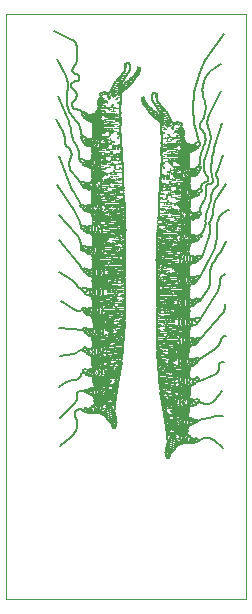
<source format=gbo>
G75*
%MOIN*%
%OFA0B0*%
%FSLAX24Y24*%
%IPPOS*%
%LPD*%
%AMOC8*
5,1,8,0,0,1.08239X$1,22.5*
%
%ADD10C,0.0000*%
%ADD11R,0.0026X0.0002*%
%ADD12R,0.0040X0.0002*%
%ADD13R,0.0050X0.0002*%
%ADD14R,0.0057X0.0002*%
%ADD15R,0.0061X0.0002*%
%ADD16R,0.0069X0.0002*%
%ADD17R,0.0076X0.0002*%
%ADD18R,0.0083X0.0002*%
%ADD19R,0.0090X0.0002*%
%ADD20R,0.0094X0.0002*%
%ADD21R,0.0099X0.0002*%
%ADD22R,0.0104X0.0002*%
%ADD23R,0.0109X0.0002*%
%ADD24R,0.0111X0.0002*%
%ADD25R,0.0116X0.0002*%
%ADD26R,0.0120X0.0002*%
%ADD27R,0.0125X0.0002*%
%ADD28R,0.0128X0.0002*%
%ADD29R,0.0130X0.0002*%
%ADD30R,0.0137X0.0002*%
%ADD31R,0.0139X0.0002*%
%ADD32R,0.0142X0.0002*%
%ADD33R,0.0144X0.0002*%
%ADD34R,0.0146X0.0002*%
%ADD35R,0.0149X0.0002*%
%ADD36R,0.0151X0.0002*%
%ADD37R,0.0154X0.0002*%
%ADD38R,0.0156X0.0002*%
%ADD39R,0.0161X0.0002*%
%ADD40R,0.0163X0.0002*%
%ADD41R,0.0168X0.0002*%
%ADD42R,0.0170X0.0002*%
%ADD43R,0.0172X0.0002*%
%ADD44R,0.0073X0.0002*%
%ADD45R,0.0064X0.0002*%
%ADD46R,0.0059X0.0002*%
%ADD47R,0.0052X0.0002*%
%ADD48R,0.0047X0.0002*%
%ADD49R,0.0045X0.0002*%
%ADD50R,0.0066X0.0002*%
%ADD51R,0.0071X0.0002*%
%ADD52R,0.0080X0.0002*%
%ADD53R,0.0054X0.0002*%
%ADD54R,0.0196X0.0002*%
%ADD55R,0.0198X0.0002*%
%ADD56R,0.0201X0.0002*%
%ADD57R,0.0203X0.0002*%
%ADD58R,0.0021X0.0002*%
%ADD59R,0.0043X0.0002*%
%ADD60R,0.0085X0.0002*%
%ADD61R,0.0097X0.0002*%
%ADD62R,0.0113X0.0002*%
%ADD63R,0.0123X0.0002*%
%ADD64R,0.0132X0.0002*%
%ADD65R,0.0234X0.0002*%
%ADD66R,0.0236X0.0002*%
%ADD67R,0.0239X0.0002*%
%ADD68R,0.0135X0.0002*%
%ADD69R,0.0078X0.0002*%
%ADD70R,0.0102X0.0002*%
%ADD71R,0.0035X0.0002*%
%ADD72R,0.0033X0.0002*%
%ADD73R,0.0175X0.0002*%
%ADD74R,0.0187X0.0002*%
%ADD75R,0.0038X0.0002*%
%ADD76R,0.0210X0.0002*%
%ADD77R,0.0215X0.0002*%
%ADD78R,0.0092X0.0002*%
%ADD79R,0.0165X0.0002*%
%ADD80R,0.0220X0.0002*%
%ADD81R,0.0213X0.0002*%
%ADD82R,0.0208X0.0002*%
%ADD83R,0.0189X0.0002*%
%ADD84R,0.0184X0.0002*%
%ADD85R,0.0180X0.0002*%
%ADD86R,0.0158X0.0002*%
%ADD87R,0.0007X0.0002*%
%ADD88R,0.0118X0.0002*%
%ADD89R,0.0087X0.0002*%
%ADD90R,0.0106X0.0002*%
%ADD91R,0.0224X0.0002*%
%ADD92R,0.0229X0.0002*%
%ADD93R,0.0253X0.0002*%
%ADD94R,0.0269X0.0002*%
%ADD95R,0.0281X0.0002*%
%ADD96R,0.0288X0.0002*%
%ADD97R,0.0298X0.0002*%
%ADD98R,0.0231X0.0002*%
%ADD99R,0.0028X0.0002*%
%ADD100R,0.0241X0.0002*%
%ADD101R,0.0017X0.0002*%
%ADD102R,0.0300X0.0002*%
%ADD103R,0.0347X0.0002*%
%ADD104R,0.0354X0.0002*%
%ADD105R,0.0361X0.0002*%
%ADD106R,0.0369X0.0002*%
%ADD107R,0.0593X0.0002*%
%ADD108R,0.0600X0.0002*%
%ADD109R,0.0607X0.0002*%
%ADD110R,0.0614X0.0002*%
%ADD111R,0.0621X0.0002*%
%ADD112R,0.0628X0.0002*%
%ADD113R,0.0650X0.0002*%
%ADD114R,0.0666X0.0002*%
%ADD115R,0.0687X0.0002*%
%ADD116R,0.0697X0.0002*%
%ADD117R,0.0182X0.0002*%
%ADD118R,0.0704X0.0002*%
%ADD119R,0.0177X0.0002*%
%ADD120R,0.0713X0.0002*%
%ADD121R,0.0534X0.0002*%
%ADD122R,0.0461X0.0002*%
%ADD123R,0.0451X0.0002*%
%ADD124R,0.0446X0.0002*%
%ADD125R,0.0364X0.0002*%
%ADD126R,0.0194X0.0002*%
%ADD127R,0.0305X0.0002*%
%ADD128R,0.0295X0.0002*%
%ADD129R,0.0291X0.0002*%
%ADD130R,0.0206X0.0002*%
%ADD131R,0.0286X0.0002*%
%ADD132R,0.0031X0.0002*%
%ADD133R,0.0276X0.0002*%
%ADD134R,0.0274X0.0002*%
%ADD135R,0.0272X0.0002*%
%ADD136R,0.0279X0.0002*%
%ADD137R,0.0283X0.0002*%
%ADD138R,0.0222X0.0002*%
%ADD139R,0.0217X0.0002*%
%ADD140R,0.0265X0.0002*%
%ADD141R,0.0262X0.0002*%
%ADD142R,0.0260X0.0002*%
%ADD143R,0.0255X0.0002*%
%ADD144R,0.0248X0.0002*%
%ADD145R,0.0014X0.0002*%
%ADD146R,0.0005X0.0002*%
%ADD147R,0.0191X0.0002*%
%ADD148R,0.0227X0.0002*%
%ADD149R,0.0257X0.0002*%
%ADD150R,0.0314X0.0002*%
%ADD151R,0.0312X0.0002*%
%ADD152R,0.0246X0.0002*%
%ADD153R,0.0307X0.0002*%
%ADD154R,0.0309X0.0002*%
%ADD155R,0.0019X0.0002*%
%ADD156R,0.0338X0.0002*%
%ADD157R,0.0373X0.0002*%
%ADD158R,0.0378X0.0002*%
%ADD159R,0.0390X0.0002*%
%ADD160R,0.0472X0.0002*%
%ADD161R,0.0487X0.0002*%
%ADD162R,0.0527X0.0002*%
%ADD163R,0.0293X0.0002*%
%ADD164R,0.0343X0.0002*%
%ADD165R,0.0352X0.0002*%
%ADD166R,0.0423X0.0002*%
%ADD167R,0.0425X0.0002*%
%ADD168R,0.0430X0.0002*%
%ADD169R,0.0437X0.0002*%
%ADD170R,0.0444X0.0002*%
%ADD171R,0.0333X0.0002*%
%ADD172R,0.0595X0.0002*%
%ADD173R,0.0737X0.0002*%
%ADD174R,0.0735X0.0002*%
%ADD175R,0.0491X0.0002*%
%ADD176R,0.0484X0.0002*%
%ADD177R,0.0489X0.0002*%
%ADD178R,0.0357X0.0002*%
%ADD179R,0.0371X0.0002*%
%ADD180R,0.0380X0.0002*%
%ADD181R,0.0385X0.0002*%
%ADD182R,0.0392X0.0002*%
%ADD183R,0.0442X0.0002*%
%ADD184R,0.0501X0.0002*%
%ADD185R,0.0515X0.0002*%
%ADD186R,0.0520X0.0002*%
%ADD187R,0.0522X0.0002*%
%ADD188R,0.0524X0.0002*%
%ADD189R,0.0529X0.0002*%
%ADD190R,0.0531X0.0002*%
%ADD191R,0.0536X0.0002*%
%ADD192R,0.0546X0.0002*%
%ADD193R,0.0754X0.0002*%
%ADD194R,0.0758X0.0002*%
%ADD195R,0.0761X0.0002*%
%ADD196R,0.0763X0.0002*%
%ADD197R,0.0383X0.0002*%
%ADD198R,0.0012X0.0002*%
%ADD199R,0.0331X0.0002*%
%ADD200R,0.0009X0.0002*%
%ADD201R,0.0394X0.0002*%
%ADD202R,0.0397X0.0002*%
%ADD203R,0.0402X0.0002*%
%ADD204R,0.0406X0.0002*%
%ADD205R,0.0416X0.0002*%
%ADD206R,0.0432X0.0002*%
%ADD207R,0.0572X0.0002*%
%ADD208R,0.0576X0.0002*%
%ADD209R,0.0586X0.0002*%
%ADD210R,0.0319X0.0002*%
%ADD211R,0.0428X0.0002*%
%ADD212R,0.0420X0.0002*%
%ADD213R,0.0411X0.0002*%
%ADD214R,0.0317X0.0002*%
%ADD215R,0.0324X0.0002*%
%ADD216R,0.0409X0.0002*%
%ADD217R,0.0435X0.0002*%
%ADD218R,0.0449X0.0002*%
%ADD219R,0.0498X0.0002*%
%ADD220R,0.0517X0.0002*%
%ADD221R,0.0387X0.0002*%
%ADD222R,0.0418X0.0002*%
%ADD223R,0.0359X0.0002*%
%ADD224R,0.0366X0.0002*%
%ADD225R,0.0250X0.0002*%
%ADD226R,0.0302X0.0002*%
%ADD227R,0.0404X0.0002*%
%ADD228R,0.0345X0.0002*%
%ADD229R,0.0350X0.0002*%
%ADD230R,0.0376X0.0002*%
%ADD231R,0.0243X0.0002*%
%ADD232R,0.0340X0.0002*%
%ADD233R,0.0335X0.0002*%
%ADD234R,0.0328X0.0002*%
%ADD235R,0.0326X0.0002*%
%ADD236R,0.0399X0.0002*%
%ADD237R,0.0470X0.0002*%
%ADD238R,0.0824X0.0002*%
%ADD239R,0.0827X0.0002*%
%ADD240R,0.0562X0.0002*%
%ADD241R,0.0553X0.0002*%
%ADD242R,0.0550X0.0002*%
%ADD243R,0.0494X0.0002*%
%ADD244R,0.0508X0.0002*%
%ADD245R,0.0002X0.0002*%
%ADD246R,0.0321X0.0002*%
%ADD247R,0.0496X0.0002*%
%ADD248R,0.0503X0.0002*%
%ADD249R,0.0510X0.0002*%
%ADD250R,0.0555X0.0002*%
%ADD251R,0.0583X0.0002*%
%ADD252R,0.0617X0.0002*%
%ADD253R,0.0631X0.0002*%
%ADD254R,0.0638X0.0002*%
%ADD255R,0.0640X0.0002*%
%ADD256R,0.0643X0.0002*%
%ADD257R,0.0024X0.0002*%
%ADD258R,0.0635X0.0002*%
%ADD259R,0.0633X0.0002*%
%ADD260R,0.0454X0.0002*%
%ADD261R,0.0463X0.0002*%
%ADD262R,0.0513X0.0002*%
%ADD263R,0.0548X0.0002*%
%ADD264R,0.0626X0.0002*%
%ADD265R,0.0657X0.0002*%
%ADD266R,0.0709X0.0002*%
%ADD267R,0.0725X0.0002*%
%ADD268R,0.0817X0.0002*%
%ADD269R,0.0905X0.0002*%
%ADD270R,0.0907X0.0002*%
%ADD271R,0.0659X0.0002*%
%ADD272R,0.0565X0.0002*%
%ADD273R,0.0560X0.0002*%
%ADD274R,0.0267X0.0002*%
%ADD275R,0.0716X0.0002*%
%ADD276R,0.0718X0.0002*%
%ADD277R,0.0482X0.0002*%
%ADD278R,0.0468X0.0002*%
%ADD279R,0.0480X0.0002*%
%ADD280R,0.0413X0.0002*%
%ADD281R,0.0581X0.0002*%
%ADD282R,0.0612X0.0002*%
%ADD283R,0.0619X0.0002*%
%ADD284R,0.0456X0.0002*%
%ADD285R,0.0664X0.0002*%
%ADD286R,0.0661X0.0002*%
%ADD287R,0.0458X0.0002*%
%ADD288R,0.0699X0.0002*%
%ADD289R,0.0567X0.0002*%
%ADD290R,0.0557X0.0002*%
%ADD291R,0.0694X0.0002*%
%ADD292R,0.0702X0.0002*%
%ADD293R,0.0796X0.0002*%
%ADD294R,0.0806X0.0002*%
%ADD295R,0.0822X0.0002*%
%ADD296R,0.0940X0.0002*%
%ADD297R,0.0439X0.0002*%
%ADD298R,0.0784X0.0002*%
%ADD299R,0.0465X0.0002*%
%ADD300R,0.0543X0.0002*%
%ADD301R,0.0569X0.0002*%
%ADD302R,0.0574X0.0002*%
%ADD303R,0.0506X0.0002*%
%ADD304R,0.0645X0.0002*%
%ADD305R,0.0676X0.0002*%
%ADD306R,0.0680X0.0002*%
%ADD307R,0.0683X0.0002*%
%ADD308R,0.0742X0.0002*%
%ADD309R,0.0810X0.0002*%
%ADD310R,0.0815X0.0002*%
%ADD311R,0.0893X0.0002*%
%ADD312R,0.0969X0.0002*%
%ADD313R,0.0976X0.0002*%
%ADD314R,0.0978X0.0002*%
%ADD315R,0.0985X0.0002*%
%ADD316R,0.0987X0.0002*%
%ADD317R,0.0990X0.0002*%
%ADD318R,0.0591X0.0002*%
%ADD319R,0.0598X0.0002*%
%ADD320R,0.0872X0.0002*%
%ADD321R,0.0869X0.0002*%
%ADD322R,0.0777X0.0002*%
%ADD323R,0.0768X0.0002*%
%ADD324R,0.0602X0.0002*%
%ADD325R,0.0609X0.0002*%
%ADD326R,0.0690X0.0002*%
%ADD327R,0.0706X0.0002*%
%ADD328R,0.0711X0.0002*%
%ADD329R,0.0475X0.0002*%
%ADD330R,0.0541X0.0002*%
%ADD331R,0.0685X0.0002*%
%ADD332R,0.0728X0.0002*%
%ADD333R,0.0732X0.0002*%
%ADD334R,0.0898X0.0002*%
%ADD335R,0.0900X0.0002*%
%ADD336R,0.0579X0.0002*%
%ADD337R,0.0973X0.0002*%
%ADD338R,0.0980X0.0002*%
%ADD339R,0.0671X0.0002*%
%ADD340R,0.0803X0.0002*%
%ADD341R,0.0813X0.0002*%
%ADD342R,0.0477X0.0002*%
%ADD343R,0.0794X0.0002*%
%ADD344R,0.0831X0.0002*%
%ADD345R,0.0647X0.0002*%
%ADD346R,0.0652X0.0002*%
%ADD347R,0.0841X0.0002*%
%ADD348R,0.0588X0.0002*%
%ADD349R,0.0624X0.0002*%
%ADD350R,0.0928X0.0002*%
%ADD351R,0.0950X0.0002*%
%ADD352R,0.0994X0.0002*%
%ADD353R,0.1006X0.0002*%
%ADD354R,0.0834X0.0002*%
%ADD355R,0.0945X0.0002*%
%ADD356R,0.1013X0.0002*%
%ADD357R,0.1016X0.0002*%
%ADD358R,0.1018X0.0002*%
%ADD359R,0.0853X0.0002*%
%ADD360R,0.0860X0.0002*%
%ADD361R,0.0654X0.0002*%
%ADD362R,0.0673X0.0002*%
%ADD363R,0.0756X0.0002*%
%ADD364R,0.0782X0.0002*%
%ADD365R,0.0780X0.0002*%
%ADD366R,0.0775X0.0002*%
%ADD367R,0.0886X0.0002*%
%ADD368R,0.0692X0.0002*%
%ADD369R,0.0952X0.0002*%
%ADD370R,0.1098X0.0002*%
%ADD371R,0.1101X0.0002*%
%ADD372R,0.0772X0.0002*%
%ADD373R,0.0926X0.0002*%
%ADD374R,0.0539X0.0002*%
%ADD375R,0.0862X0.0002*%
%ADD376R,0.0879X0.0002*%
%ADD377R,0.0770X0.0002*%
%ADD378R,0.0787X0.0002*%
%ADD379R,0.0791X0.0002*%
%ADD380R,0.0605X0.0002*%
%ADD381R,0.0746X0.0002*%
%ADD382R,0.0744X0.0002*%
%ADD383R,0.0749X0.0002*%
%ADD384R,0.0678X0.0002*%
%ADD385R,0.1002X0.0002*%
%ADD386R,0.1030X0.0002*%
%ADD387R,0.1044X0.0002*%
%ADD388C,0.0080*%
D10*
X000680Y002797D02*
X000680Y022297D01*
X008680Y022297D01*
X008680Y002797D01*
X000680Y002797D01*
D11*
X003861Y009899D03*
X003982Y009542D03*
X003984Y009540D03*
X003984Y009537D03*
X004249Y009781D03*
X004341Y010088D03*
X004223Y010317D03*
X004211Y010657D03*
X004076Y010766D03*
X004074Y010782D03*
X004046Y010572D03*
X004048Y010395D03*
X004017Y010298D03*
X003757Y010437D03*
X003757Y010440D03*
X003757Y010442D03*
X003679Y010428D03*
X003679Y010426D03*
X003679Y010423D03*
X003703Y010315D03*
X003703Y010312D03*
X003701Y010305D03*
X003701Y010303D03*
X004041Y011049D03*
X004029Y011226D03*
X004190Y011040D03*
X004433Y010792D03*
X004341Y011531D03*
X004083Y011711D03*
X004046Y011871D03*
X004339Y012141D03*
X004327Y012183D03*
X004518Y012096D03*
X004520Y012072D03*
X004513Y012325D03*
X004572Y012837D03*
X004350Y012915D03*
X004161Y012996D03*
X004126Y013199D03*
X004055Y013225D03*
X004064Y013284D03*
X004090Y013341D03*
X004046Y013492D03*
X004142Y013690D03*
X004013Y014009D03*
X004138Y014092D03*
X004098Y014191D03*
X004100Y014555D03*
X004180Y014564D03*
X004180Y014566D03*
X004180Y014569D03*
X004258Y014663D03*
X004121Y014689D03*
X004268Y014866D03*
X004272Y014994D03*
X004497Y015407D03*
X004308Y015651D03*
X004138Y015641D03*
X004135Y015556D03*
X004055Y015778D03*
X004008Y015778D03*
X003958Y015712D03*
X003800Y016109D03*
X003989Y016263D03*
X004176Y016633D03*
X004194Y016676D03*
X004294Y016645D03*
X004388Y016496D03*
X004348Y016178D03*
X004520Y015769D03*
X003994Y015289D03*
X003727Y015223D03*
X003580Y014316D03*
X003578Y014311D03*
X003576Y014307D03*
X004053Y012618D03*
X004008Y012547D03*
X004008Y012544D03*
X004008Y012542D03*
X004553Y013501D03*
X004530Y014458D03*
X003772Y016589D03*
X003743Y016671D03*
X003743Y016674D03*
X003743Y016676D03*
X003918Y017059D03*
X003970Y017439D03*
X004079Y017543D03*
X004211Y017666D03*
X004220Y017420D03*
X004211Y016955D03*
X004407Y016874D03*
X004218Y017963D03*
X004107Y017970D03*
X004003Y017907D03*
X003904Y018112D03*
X003755Y018055D03*
X003755Y018053D03*
X003757Y018032D03*
X003684Y018074D03*
X003684Y018077D03*
X003684Y018079D03*
X003687Y018093D03*
X003687Y018096D03*
X003606Y018091D03*
X003606Y018103D03*
X003606Y018105D03*
X003606Y018107D03*
X003606Y018110D03*
X003606Y018112D03*
X003672Y017366D03*
X003675Y017361D03*
X003675Y017359D03*
X003675Y017356D03*
X003594Y017340D03*
X003592Y017323D03*
X003431Y016421D03*
X003261Y018235D03*
X003932Y019088D03*
X004105Y019156D03*
X004142Y019092D03*
X004223Y019048D03*
X004258Y019244D03*
X004095Y019525D03*
X003918Y019591D03*
X004357Y019709D03*
X004421Y019955D03*
X004414Y020037D03*
X004636Y019900D03*
X004639Y019898D03*
X005721Y018898D03*
X005724Y018900D03*
X005939Y018955D03*
X005946Y019037D03*
X006003Y018709D03*
X006102Y018244D03*
X006255Y018156D03*
X006218Y018092D03*
X006137Y018048D03*
X006265Y018525D03*
X006442Y018591D03*
X006428Y018088D03*
X006456Y017112D03*
X006605Y017055D03*
X006605Y017053D03*
X006603Y017032D03*
X006676Y017074D03*
X006676Y017077D03*
X006676Y017079D03*
X006673Y017093D03*
X006673Y017096D03*
X006754Y017091D03*
X006754Y017103D03*
X006754Y017105D03*
X006754Y017107D03*
X006754Y017110D03*
X006754Y017112D03*
X007099Y017235D03*
X006766Y016340D03*
X006768Y016323D03*
X006685Y016356D03*
X006685Y016359D03*
X006685Y016361D03*
X006688Y016366D03*
X006390Y016439D03*
X006281Y016543D03*
X006149Y016666D03*
X006140Y016420D03*
X006149Y015955D03*
X005953Y015874D03*
X006066Y015645D03*
X005972Y015496D03*
X006012Y015178D03*
X005840Y014769D03*
X005863Y014407D03*
X006052Y014651D03*
X006222Y014641D03*
X006225Y014556D03*
X006305Y014778D03*
X006352Y014778D03*
X006402Y014712D03*
X006366Y014289D03*
X006633Y014223D03*
X006260Y013555D03*
X006180Y013564D03*
X006180Y013566D03*
X006180Y013569D03*
X006102Y013663D03*
X006239Y013689D03*
X006092Y013866D03*
X006088Y013994D03*
X005830Y013458D03*
X006222Y013092D03*
X006262Y013191D03*
X006347Y013009D03*
X006218Y012690D03*
X006314Y012492D03*
X006270Y012341D03*
X006296Y012284D03*
X006305Y012225D03*
X006234Y012199D03*
X006199Y011996D03*
X006307Y011618D03*
X006352Y011547D03*
X006352Y011544D03*
X006352Y011542D03*
X006314Y010871D03*
X006277Y010711D03*
X006019Y010531D03*
X006170Y010040D03*
X006319Y010049D03*
X006331Y010226D03*
X006286Y009782D03*
X006284Y009766D03*
X006314Y009572D03*
X006312Y009395D03*
X006343Y009298D03*
X006137Y009317D03*
X006019Y009088D03*
X006111Y008781D03*
X006128Y008256D03*
X006255Y007838D03*
X006092Y007465D03*
X006376Y008537D03*
X006376Y008540D03*
X006378Y008542D03*
X006499Y008899D03*
X006659Y009303D03*
X006659Y009305D03*
X006657Y009312D03*
X006657Y009315D03*
X006681Y009423D03*
X006681Y009426D03*
X006681Y009428D03*
X006603Y009437D03*
X006603Y009440D03*
X006603Y009442D03*
X006149Y009657D03*
X005927Y009792D03*
X005840Y011072D03*
X005842Y011096D03*
X005847Y011325D03*
X006033Y011183D03*
X006021Y011141D03*
X005788Y011837D03*
X006010Y011915D03*
X005807Y012501D03*
X006784Y013307D03*
X006782Y013311D03*
X006780Y013316D03*
X006560Y015109D03*
X006371Y015263D03*
X006588Y015589D03*
X006617Y015671D03*
X006617Y015674D03*
X006617Y015676D03*
X006442Y016059D03*
X006166Y015676D03*
X006184Y015633D03*
X006357Y016907D03*
X006253Y016970D03*
X006142Y016963D03*
X006929Y015421D03*
X004232Y009256D03*
X004105Y008838D03*
X004268Y008465D03*
D12*
X004270Y008467D03*
X004362Y008635D03*
X004362Y008637D03*
X004362Y008640D03*
X004362Y008642D03*
X004362Y008644D03*
X004362Y008647D03*
X004360Y008699D03*
X004357Y008722D03*
X004150Y008789D03*
X004147Y008786D03*
X004142Y008784D03*
X004114Y008845D03*
X004072Y008900D03*
X004074Y008902D03*
X004067Y008897D03*
X004060Y008895D03*
X003977Y009067D03*
X003979Y009070D03*
X003883Y009171D03*
X003880Y009176D03*
X003887Y009599D03*
X003887Y009601D03*
X003890Y009606D03*
X003890Y009608D03*
X003894Y009707D03*
X003897Y009712D03*
X003899Y009717D03*
X003901Y009722D03*
X003904Y009726D03*
X003906Y009733D03*
X003906Y009736D03*
X003906Y009738D03*
X003906Y009741D03*
X003906Y009743D03*
X003906Y009745D03*
X003906Y009748D03*
X003906Y009750D03*
X003906Y009752D03*
X003906Y009755D03*
X003906Y009757D03*
X003904Y009769D03*
X003904Y009771D03*
X003828Y009783D03*
X003824Y009741D03*
X003764Y009741D03*
X003762Y009743D03*
X003762Y009745D03*
X003760Y009748D03*
X003757Y009752D03*
X003755Y009759D03*
X003753Y009766D03*
X003753Y009769D03*
X003743Y009785D03*
X003764Y009738D03*
X003689Y009710D03*
X003689Y009707D03*
X003691Y009700D03*
X003691Y009698D03*
X003687Y009715D03*
X003687Y009717D03*
X003684Y009724D03*
X003684Y009726D03*
X003684Y009729D03*
X003675Y009774D03*
X003675Y009776D03*
X003675Y009778D03*
X003694Y009670D03*
X003694Y009667D03*
X003694Y009665D03*
X003694Y009653D03*
X003694Y009651D03*
X003694Y009648D03*
X003691Y009641D03*
X003741Y010225D03*
X003743Y010227D03*
X003753Y010248D03*
X003755Y010253D03*
X003769Y010279D03*
X003772Y010284D03*
X003783Y010307D03*
X003783Y010310D03*
X003786Y010315D03*
X003786Y010317D03*
X003786Y010319D03*
X003769Y010376D03*
X003769Y010378D03*
X003769Y010381D03*
X003755Y010454D03*
X003687Y010456D03*
X003606Y010423D03*
X003606Y010421D03*
X003609Y010409D03*
X003609Y010407D03*
X003609Y010404D03*
X003609Y010402D03*
X003609Y010390D03*
X003609Y010388D03*
X003606Y010383D03*
X003545Y010390D03*
X003545Y010392D03*
X003542Y010395D03*
X003542Y010397D03*
X003542Y010400D03*
X003554Y010331D03*
X003627Y010298D03*
X003627Y010296D03*
X003627Y010293D03*
X003627Y010291D03*
X003625Y010270D03*
X003516Y010248D03*
X003436Y010274D03*
X003379Y010345D03*
X003382Y010348D03*
X003474Y010362D03*
X003474Y010364D03*
X003545Y010955D03*
X003547Y010957D03*
X003568Y011035D03*
X003568Y011037D03*
X003568Y011040D03*
X003566Y011044D03*
X003566Y011047D03*
X003564Y011052D03*
X003564Y011054D03*
X003564Y011056D03*
X003564Y011059D03*
X003561Y011070D03*
X003557Y011085D03*
X003557Y011087D03*
X003554Y011089D03*
X003554Y011092D03*
X003552Y011094D03*
X003661Y011115D03*
X003741Y011120D03*
X003743Y011096D03*
X003746Y011094D03*
X003755Y011059D03*
X003755Y011056D03*
X003757Y011035D03*
X003748Y010985D03*
X003746Y010978D03*
X003831Y010966D03*
X003833Y010969D03*
X003833Y010988D03*
X003833Y010990D03*
X003833Y011040D03*
X003831Y011044D03*
X003831Y011047D03*
X003828Y011049D03*
X003828Y011052D03*
X003826Y011054D03*
X003826Y011056D03*
X003824Y011063D03*
X003824Y011066D03*
X003821Y011068D03*
X003814Y011082D03*
X003812Y011087D03*
X003809Y011099D03*
X003809Y011101D03*
X003809Y011104D03*
X003809Y011106D03*
X003809Y011108D03*
X003809Y011111D03*
X003809Y011113D03*
X003809Y011120D03*
X003930Y011094D03*
X003930Y011092D03*
X003918Y011047D03*
X003918Y011044D03*
X003916Y011040D03*
X003890Y010959D03*
X003892Y010933D03*
X003892Y010931D03*
X003892Y010929D03*
X004055Y010971D03*
X003807Y011585D03*
X003814Y011602D03*
X003748Y011637D03*
X003750Y011644D03*
X003750Y011689D03*
X003750Y011692D03*
X003748Y011696D03*
X003748Y011699D03*
X003748Y011701D03*
X003748Y011713D03*
X003748Y011715D03*
X003748Y011718D03*
X003748Y011720D03*
X003748Y011722D03*
X003748Y011725D03*
X003746Y011729D03*
X003677Y011725D03*
X003672Y011659D03*
X003672Y011656D03*
X003672Y011654D03*
X003670Y011649D03*
X003670Y011647D03*
X003670Y011644D03*
X003668Y011642D03*
X003668Y011640D03*
X003665Y011633D03*
X003663Y011630D03*
X003653Y011607D03*
X003651Y011604D03*
X003651Y011602D03*
X003649Y011600D03*
X003649Y011597D03*
X003646Y011592D03*
X003646Y011590D03*
X003644Y011588D03*
X003644Y011585D03*
X003724Y011583D03*
X003724Y011581D03*
X003724Y011578D03*
X003727Y011588D03*
X003828Y011682D03*
X003828Y011685D03*
X003828Y011687D03*
X003826Y011696D03*
X003826Y011699D03*
X003824Y011722D03*
X003824Y011725D03*
X003824Y011727D03*
X003821Y011753D03*
X003904Y011748D03*
X003904Y011746D03*
X003904Y011744D03*
X003904Y011741D03*
X003904Y011739D03*
X003904Y011737D03*
X003904Y011734D03*
X003904Y011732D03*
X003904Y011729D03*
X003904Y011727D03*
X003904Y011725D03*
X003904Y011722D03*
X003904Y011720D03*
X003904Y011718D03*
X003904Y011715D03*
X003904Y011713D03*
X003904Y011711D03*
X004109Y011739D03*
X004121Y011793D03*
X003866Y012301D03*
X003866Y012304D03*
X003866Y012306D03*
X003868Y012351D03*
X003868Y012353D03*
X003868Y012355D03*
X003868Y012358D03*
X003871Y012363D03*
X003871Y012365D03*
X003873Y012367D03*
X003897Y012436D03*
X003897Y012438D03*
X003897Y012441D03*
X003897Y012443D03*
X003793Y012393D03*
X003793Y012391D03*
X003790Y012403D03*
X003788Y012412D03*
X003788Y012415D03*
X003788Y012417D03*
X003788Y012419D03*
X003788Y012422D03*
X003788Y012424D03*
X003788Y012426D03*
X003788Y012429D03*
X003788Y012431D03*
X003786Y012457D03*
X003788Y012466D03*
X003788Y012469D03*
X003788Y012471D03*
X003788Y012474D03*
X003793Y012351D03*
X003793Y012348D03*
X003793Y012346D03*
X003793Y012344D03*
X003793Y012341D03*
X003793Y012339D03*
X003790Y012337D03*
X003790Y012334D03*
X003790Y012332D03*
X003788Y012322D03*
X003786Y012318D03*
X003774Y012292D03*
X003772Y012289D03*
X003772Y012287D03*
X003769Y012285D03*
X003767Y012282D03*
X003760Y012275D03*
X003696Y012285D03*
X003696Y012287D03*
X003696Y012341D03*
X003696Y012344D03*
X003698Y012360D03*
X003698Y012363D03*
X003630Y012363D03*
X003630Y012360D03*
X003630Y012358D03*
X003630Y012355D03*
X003630Y012353D03*
X003627Y012346D03*
X003620Y012322D03*
X003620Y012320D03*
X003613Y012294D03*
X003604Y012275D03*
X003601Y012273D03*
X003601Y012270D03*
X003538Y012311D03*
X003538Y012313D03*
X003538Y012315D03*
X003540Y012320D03*
X003542Y012327D03*
X003545Y012332D03*
X003545Y012334D03*
X003547Y012337D03*
X003547Y012339D03*
X003554Y012353D03*
X003557Y012355D03*
X003557Y012358D03*
X003557Y012360D03*
X003561Y012370D03*
X003561Y012372D03*
X003564Y012377D03*
X003564Y012379D03*
X003564Y012381D03*
X003564Y012384D03*
X003568Y012400D03*
X003568Y012403D03*
X003568Y012405D03*
X003568Y012407D03*
X003568Y012410D03*
X003568Y012412D03*
X003568Y012415D03*
X003568Y012417D03*
X003568Y012419D03*
X003535Y012308D03*
X003524Y012282D03*
X003521Y012280D03*
X003571Y011741D03*
X003571Y011739D03*
X003576Y011722D03*
X003576Y011720D03*
X003578Y011713D03*
X003578Y011711D03*
X003578Y011682D03*
X003578Y011680D03*
X003578Y011678D03*
X003576Y011656D03*
X003573Y011652D03*
X003573Y011649D03*
X003571Y011644D03*
X003568Y011640D03*
X003568Y011637D03*
X003559Y011618D03*
X003557Y011616D03*
X003545Y011604D03*
X003542Y011602D03*
X003472Y011626D03*
X003474Y011633D03*
X003476Y011637D03*
X003476Y011640D03*
X003479Y011642D03*
X003479Y011644D03*
X003481Y011649D03*
X003481Y011652D03*
X003420Y011682D03*
X003417Y011680D03*
X003408Y011668D03*
X003405Y011666D03*
X003464Y011021D03*
X003457Y010983D03*
X003649Y010983D03*
X003651Y010990D03*
X003651Y010992D03*
X003651Y010995D03*
X003651Y010997D03*
X003790Y010896D03*
X003876Y010411D03*
X003868Y010383D03*
X003866Y010381D03*
X003876Y010296D03*
X003876Y010293D03*
X003876Y010291D03*
X003876Y010289D03*
X003876Y010286D03*
X003876Y010284D03*
X003876Y010281D03*
X003859Y010227D03*
X003942Y010090D03*
X004039Y009698D03*
X004334Y010064D03*
X004343Y010090D03*
X004556Y010858D03*
X004556Y010860D03*
X004558Y010884D03*
X004450Y011007D03*
X004447Y011096D03*
X004575Y011189D03*
X004577Y011191D03*
X004629Y011774D03*
X004629Y011777D03*
X004629Y011779D03*
X004629Y011781D03*
X004629Y011784D03*
X004629Y011786D03*
X004629Y011789D03*
X004634Y011930D03*
X004634Y011933D03*
X004634Y011935D03*
X004634Y011937D03*
X004634Y011940D03*
X004643Y012426D03*
X004648Y012448D03*
X004648Y012450D03*
X004648Y012452D03*
X004646Y012455D03*
X004639Y012691D03*
X004639Y012693D03*
X004639Y012814D03*
X004639Y012816D03*
X004639Y012818D03*
X004643Y012859D03*
X004643Y012875D03*
X004563Y012915D03*
X004657Y013029D03*
X004657Y013031D03*
X004657Y013033D03*
X004511Y012618D03*
X004294Y013052D03*
X004166Y012906D03*
X004168Y012896D03*
X004249Y012627D03*
X003904Y012939D03*
X003812Y012986D03*
X003809Y012984D03*
X003809Y012981D03*
X003814Y013050D03*
X003812Y013052D03*
X003802Y013097D03*
X003802Y013100D03*
X003802Y013102D03*
X003802Y013104D03*
X003800Y013107D03*
X003800Y013109D03*
X003798Y013111D03*
X003746Y013038D03*
X003746Y013036D03*
X003741Y013003D03*
X003741Y013000D03*
X003741Y012998D03*
X003739Y012979D03*
X003739Y012977D03*
X003646Y012989D03*
X003646Y012991D03*
X003646Y012993D03*
X003646Y012996D03*
X003646Y012998D03*
X003646Y013000D03*
X003646Y013003D03*
X003646Y013005D03*
X003646Y013007D03*
X003646Y013010D03*
X003639Y012953D03*
X003635Y012929D03*
X003632Y012925D03*
X003559Y012946D03*
X003559Y012948D03*
X003561Y012953D03*
X003561Y012955D03*
X003564Y012965D03*
X003564Y012967D03*
X003566Y012974D03*
X003571Y012986D03*
X003573Y012993D03*
X003576Y013005D03*
X003568Y013069D03*
X003568Y013071D03*
X003566Y013074D03*
X003566Y013076D03*
X003566Y013078D03*
X003564Y013083D03*
X003637Y013100D03*
X003637Y013102D03*
X003639Y013095D03*
X003639Y013078D03*
X003639Y013076D03*
X003639Y013074D03*
X003639Y013071D03*
X003557Y012941D03*
X003554Y012937D03*
X003552Y012932D03*
X003552Y012929D03*
X003460Y012951D03*
X003457Y012948D03*
X003483Y013066D03*
X003481Y013069D03*
X003481Y013071D03*
X003479Y013074D03*
X003557Y013572D03*
X003585Y013648D03*
X003585Y013650D03*
X003585Y013652D03*
X003585Y013655D03*
X003583Y013666D03*
X003583Y013669D03*
X003583Y013671D03*
X003583Y013674D03*
X003583Y013676D03*
X003580Y013683D03*
X003580Y013685D03*
X003580Y013688D03*
X003578Y013695D03*
X003578Y013697D03*
X003578Y013700D03*
X003578Y013702D03*
X003568Y013747D03*
X003644Y013744D03*
X003646Y013740D03*
X003651Y013716D03*
X003651Y013714D03*
X003653Y013704D03*
X003653Y013702D03*
X003653Y013700D03*
X003653Y013697D03*
X003656Y013692D03*
X003656Y013690D03*
X003656Y013688D03*
X003658Y013666D03*
X003658Y013664D03*
X003658Y013662D03*
X003658Y013659D03*
X003658Y013655D03*
X003658Y013652D03*
X003656Y013645D03*
X003653Y013638D03*
X003653Y013636D03*
X003649Y013603D03*
X003642Y013565D03*
X003642Y013563D03*
X003639Y013558D03*
X003637Y013553D03*
X003724Y013546D03*
X003739Y013579D03*
X003739Y013581D03*
X003764Y013657D03*
X003764Y013659D03*
X003767Y013662D03*
X003767Y013664D03*
X003767Y013666D03*
X003767Y013669D03*
X003767Y013671D03*
X003764Y013676D03*
X003764Y013678D03*
X003762Y013683D03*
X003755Y013707D03*
X003821Y013754D03*
X003927Y013716D03*
X003932Y013700D03*
X003932Y013697D03*
X003932Y013695D03*
X003932Y013692D03*
X003935Y013690D03*
X003935Y013688D03*
X003935Y013685D03*
X003965Y013369D03*
X004010Y013310D03*
X004199Y013534D03*
X004256Y013886D03*
X004386Y013624D03*
X004549Y013825D03*
X004258Y014472D03*
X004079Y014463D03*
X003942Y014356D03*
X003939Y014354D03*
X003939Y014352D03*
X003937Y014349D03*
X003937Y014347D03*
X003935Y014344D03*
X003935Y014342D03*
X003932Y014337D03*
X003920Y014309D03*
X003920Y014307D03*
X003842Y014340D03*
X003842Y014342D03*
X003845Y014347D03*
X003845Y014349D03*
X003828Y014304D03*
X003826Y014302D03*
X003795Y014422D03*
X003861Y014429D03*
X003864Y014439D03*
X003861Y014444D03*
X003861Y014446D03*
X003861Y014448D03*
X003861Y014451D03*
X003861Y014453D03*
X003861Y014455D03*
X003779Y014498D03*
X003703Y014489D03*
X003703Y014486D03*
X003703Y014484D03*
X003703Y014481D03*
X003703Y014479D03*
X003703Y014477D03*
X003703Y014474D03*
X003703Y014472D03*
X003703Y014470D03*
X003705Y014451D03*
X003705Y014448D03*
X003705Y014446D03*
X003705Y014444D03*
X003705Y014441D03*
X003705Y014434D03*
X003705Y014432D03*
X003705Y014429D03*
X003708Y014425D03*
X003708Y014422D03*
X003710Y014418D03*
X003710Y014415D03*
X003710Y014413D03*
X003710Y014399D03*
X003710Y014396D03*
X003710Y014394D03*
X003705Y014366D03*
X003703Y014361D03*
X003703Y014359D03*
X003701Y014354D03*
X003701Y014352D03*
X003698Y014349D03*
X003616Y014413D03*
X003616Y014415D03*
X003616Y014418D03*
X003616Y014420D03*
X003616Y014500D03*
X003528Y014489D03*
X003439Y014404D03*
X003436Y014396D03*
X003436Y014394D03*
X003434Y014392D03*
X003431Y014387D03*
X003429Y014385D03*
X003490Y014323D03*
X003573Y014297D03*
X003323Y014387D03*
X003320Y014392D03*
X003320Y014394D03*
X003320Y014396D03*
X003318Y013822D03*
X003346Y013657D03*
X003481Y013605D03*
X003483Y013607D03*
X003483Y013610D03*
X003486Y013612D03*
X003486Y013615D03*
X003488Y013622D03*
X003490Y013633D03*
X003490Y013636D03*
X003490Y013638D03*
X003490Y013641D03*
X003876Y012608D03*
X004553Y014607D03*
X004553Y014609D03*
X004551Y014611D03*
X004650Y014640D03*
X004653Y015221D03*
X004653Y015223D03*
X004653Y015226D03*
X004653Y015228D03*
X004650Y015233D03*
X004653Y015398D03*
X004653Y015400D03*
X004655Y015405D03*
X004655Y015407D03*
X004655Y015431D03*
X004655Y015433D03*
X004653Y015441D03*
X004646Y015570D03*
X004646Y015573D03*
X004646Y015575D03*
X004646Y015578D03*
X004639Y015937D03*
X004636Y015989D03*
X004636Y015991D03*
X004636Y015993D03*
X004636Y015996D03*
X004634Y016003D03*
X004634Y016005D03*
X004546Y015972D03*
X004442Y016074D03*
X004372Y016253D03*
X004313Y016560D03*
X004211Y016515D03*
X004161Y016515D03*
X004055Y016539D03*
X003840Y016593D03*
X003840Y016596D03*
X003847Y016650D03*
X003835Y016683D03*
X003769Y016529D03*
X003769Y016527D03*
X003767Y016525D03*
X003767Y016522D03*
X003661Y016662D03*
X003663Y016681D03*
X003663Y016683D03*
X003568Y016563D03*
X003550Y016492D03*
X003356Y016558D03*
X003353Y016555D03*
X003351Y016551D03*
X003349Y016546D03*
X003346Y016544D03*
X003344Y016541D03*
X003292Y016607D03*
X003285Y016603D03*
X003221Y016711D03*
X003457Y017248D03*
X003460Y017252D03*
X003462Y017257D03*
X003528Y017257D03*
X003528Y017255D03*
X003528Y017259D03*
X003531Y017262D03*
X003538Y017323D03*
X003535Y017326D03*
X003594Y017366D03*
X003594Y017368D03*
X003592Y017373D03*
X003590Y017378D03*
X003587Y017382D03*
X003585Y017387D03*
X003583Y017389D03*
X003665Y017401D03*
X003597Y017266D03*
X003601Y017252D03*
X003604Y017248D03*
X003720Y017203D03*
X003722Y017205D03*
X003734Y017236D03*
X003734Y017238D03*
X003734Y017241D03*
X003734Y017243D03*
X003734Y017245D03*
X003807Y017250D03*
X003807Y017252D03*
X003809Y017238D03*
X003809Y017236D03*
X003809Y017233D03*
X003812Y017231D03*
X003812Y017229D03*
X003812Y017226D03*
X003812Y017224D03*
X003963Y017444D03*
X003961Y017446D03*
X004086Y017545D03*
X004197Y017512D03*
X004220Y017541D03*
X004275Y017838D03*
X004284Y018020D03*
X004419Y018162D03*
X004511Y018176D03*
X004511Y018178D03*
X004511Y018181D03*
X004511Y018183D03*
X004511Y018185D03*
X004511Y018188D03*
X004513Y018164D03*
X004513Y018162D03*
X004513Y018159D03*
X004513Y018157D03*
X004513Y018155D03*
X004513Y018152D03*
X004513Y018150D03*
X004513Y018148D03*
X004513Y018145D03*
X004513Y018143D03*
X004513Y018141D03*
X004513Y018138D03*
X004513Y018136D03*
X004513Y018133D03*
X004513Y018131D03*
X004513Y018129D03*
X004513Y018126D03*
X004513Y018105D03*
X004513Y018103D03*
X004513Y018100D03*
X004513Y018098D03*
X004516Y018072D03*
X004516Y018070D03*
X004516Y018041D03*
X004516Y017999D03*
X004520Y017980D03*
X004520Y017978D03*
X004520Y017975D03*
X004523Y017959D03*
X004523Y017956D03*
X004523Y017954D03*
X004532Y017831D03*
X004537Y017774D03*
X004537Y017741D03*
X004537Y017739D03*
X004537Y017666D03*
X004537Y017663D03*
X004537Y017654D03*
X004537Y017652D03*
X004537Y017649D03*
X004565Y017342D03*
X004565Y017340D03*
X004565Y017337D03*
X004565Y017335D03*
X004565Y017333D03*
X004568Y017245D03*
X004570Y017196D03*
X004570Y017193D03*
X004575Y016853D03*
X004575Y016851D03*
X004575Y016848D03*
X004577Y016844D03*
X004579Y016841D03*
X004582Y016837D03*
X004584Y016832D03*
X004584Y016815D03*
X004584Y016770D03*
X004587Y016711D03*
X004587Y016709D03*
X004587Y016700D03*
X004587Y016697D03*
X004587Y016695D03*
X004587Y016692D03*
X004587Y016690D03*
X004587Y016688D03*
X004587Y016685D03*
X004587Y016683D03*
X004587Y016681D03*
X004587Y016678D03*
X004587Y016676D03*
X004587Y016674D03*
X004587Y016671D03*
X004591Y016617D03*
X004594Y016558D03*
X004594Y016555D03*
X004594Y016553D03*
X004594Y016551D03*
X004594Y016548D03*
X004594Y016546D03*
X004598Y016494D03*
X004598Y016402D03*
X004617Y016189D03*
X004620Y016185D03*
X004620Y016182D03*
X004620Y016175D03*
X004527Y015566D03*
X004457Y015516D03*
X004346Y015091D03*
X004353Y015084D03*
X003975Y015759D03*
X003861Y015766D03*
X003859Y015757D03*
X003857Y015752D03*
X003857Y015750D03*
X003854Y015745D03*
X003852Y015741D03*
X003850Y015738D03*
X003847Y015733D03*
X003696Y015852D03*
X003689Y015863D03*
X003687Y015868D03*
X003687Y015870D03*
X003682Y015894D03*
X003552Y015618D03*
X003552Y015615D03*
X003585Y015358D03*
X003642Y015207D03*
X003642Y015204D03*
X003644Y015202D03*
X003644Y015200D03*
X003651Y015162D03*
X003651Y015159D03*
X003651Y015157D03*
X003651Y015155D03*
X003651Y015152D03*
X003653Y015148D03*
X003653Y015145D03*
X003656Y015141D03*
X003656Y015138D03*
X003656Y015136D03*
X003656Y015133D03*
X003656Y015131D03*
X003653Y015129D03*
X003653Y015126D03*
X003651Y015124D03*
X003651Y015122D03*
X003649Y015081D03*
X003646Y015074D03*
X003646Y015072D03*
X003646Y015070D03*
X003646Y015067D03*
X003644Y015065D03*
X003644Y015063D03*
X003639Y015055D03*
X003637Y015051D03*
X003635Y015048D03*
X003635Y015046D03*
X003632Y015041D03*
X003606Y015006D03*
X003533Y015058D03*
X003547Y015100D03*
X003547Y015103D03*
X003550Y015105D03*
X003550Y015107D03*
X003550Y015110D03*
X003550Y015112D03*
X003550Y015115D03*
X003552Y015148D03*
X003448Y015065D03*
X003446Y015063D03*
X003443Y015058D03*
X003441Y015055D03*
X003439Y015053D03*
X003705Y014994D03*
X003708Y014996D03*
X003710Y014999D03*
X003713Y015001D03*
X003713Y015004D03*
X003715Y015008D03*
X003741Y015133D03*
X003741Y015136D03*
X003736Y015152D03*
X003736Y015155D03*
X003736Y015157D03*
X003736Y015159D03*
X003736Y015162D03*
X003736Y015166D03*
X003736Y015169D03*
X003736Y015176D03*
X003720Y015235D03*
X003717Y015237D03*
X003259Y015790D03*
X003257Y015795D03*
X003254Y015797D03*
X003252Y015802D03*
X003736Y016331D03*
X003734Y016341D03*
X003859Y016853D03*
X004213Y016877D03*
X004329Y016872D03*
X004409Y016877D03*
X004362Y017106D03*
X004305Y017148D03*
X004301Y017276D03*
X004185Y017000D03*
X003814Y017982D03*
X003814Y017985D03*
X003814Y017987D03*
X003814Y018027D03*
X003816Y018079D03*
X003819Y018081D03*
X003809Y018131D03*
X003750Y017989D03*
X003746Y017982D03*
X003687Y017989D03*
X003687Y017992D03*
X003687Y017994D03*
X003687Y018004D03*
X003687Y018006D03*
X003687Y018008D03*
X003684Y018018D03*
X003684Y018020D03*
X003616Y018055D03*
X003613Y018067D03*
X003613Y018070D03*
X003613Y018072D03*
X003606Y018020D03*
X003684Y018136D03*
X003684Y018138D03*
X003474Y017970D03*
X003474Y017968D03*
X003224Y017467D03*
X003840Y018400D03*
X003878Y018424D03*
X003979Y018575D03*
X004076Y018644D03*
X003977Y018755D03*
X003979Y018757D03*
X003949Y018738D03*
X004067Y018989D03*
X003930Y019085D03*
X004074Y019192D03*
X004105Y019515D03*
X004102Y019518D03*
X004100Y019558D03*
X004069Y019579D03*
X004062Y019598D03*
X003939Y019607D03*
X004265Y019168D03*
X004263Y018989D03*
X004416Y019324D03*
X004501Y019307D03*
X004501Y019305D03*
X004501Y019298D03*
X004499Y019293D03*
X004494Y019232D03*
X004494Y019229D03*
X004494Y019227D03*
X004494Y019225D03*
X004494Y019222D03*
X004494Y019220D03*
X004494Y019218D03*
X004494Y019215D03*
X004494Y019213D03*
X004492Y019192D03*
X004492Y019189D03*
X004492Y019187D03*
X004492Y019185D03*
X004492Y019182D03*
X004492Y019180D03*
X004494Y019010D03*
X004494Y019007D03*
X004494Y019005D03*
X004497Y018996D03*
X004497Y018993D03*
X004497Y018991D03*
X004497Y018989D03*
X004497Y018986D03*
X004497Y018974D03*
X004497Y018972D03*
X004497Y018970D03*
X004499Y018632D03*
X004494Y018570D03*
X004494Y018568D03*
X004490Y018523D03*
X004490Y018521D03*
X004492Y018518D03*
X004492Y018516D03*
X004492Y018514D03*
X004492Y018511D03*
X004492Y018509D03*
X004492Y018507D03*
X004492Y018504D03*
X004487Y018464D03*
X004487Y018445D03*
X004492Y018341D03*
X004492Y018339D03*
X004492Y018337D03*
X004492Y018334D03*
X004492Y018332D03*
X004494Y018329D03*
X004494Y018327D03*
X004497Y018320D03*
X004499Y018308D03*
X004499Y018306D03*
X004499Y018304D03*
X004499Y018301D03*
X004501Y018252D03*
X004501Y018249D03*
X004501Y018247D03*
X004501Y018237D03*
X004416Y018337D03*
X004142Y018256D03*
X004128Y018433D03*
X004142Y018490D03*
X003958Y018204D03*
X003965Y018145D03*
X003965Y018041D03*
X003613Y018769D03*
X003613Y018771D03*
X003542Y018762D03*
X003540Y018804D03*
X003372Y018852D03*
X003370Y018849D03*
X003356Y018835D03*
X004360Y019728D03*
X004511Y019773D03*
X004516Y019770D03*
X004520Y019768D03*
X004525Y019766D03*
X004506Y019548D03*
X004509Y019546D03*
X004509Y019544D03*
X004509Y019541D03*
X004511Y019537D03*
X004511Y019534D03*
X004506Y019364D03*
X004506Y019362D03*
X004506Y019359D03*
X004506Y019357D03*
X004506Y019355D03*
X004669Y019879D03*
X004664Y019881D03*
X005118Y020318D03*
X005118Y020321D03*
X005120Y020323D03*
X005120Y020326D03*
X005120Y020328D03*
X005240Y019328D03*
X005240Y019326D03*
X005240Y019323D03*
X005242Y019321D03*
X005242Y019318D03*
X005691Y018879D03*
X005696Y018881D03*
X005835Y018766D03*
X005840Y018768D03*
X005844Y018770D03*
X005849Y018773D03*
X005854Y018548D03*
X005851Y018546D03*
X005851Y018544D03*
X005851Y018541D03*
X005849Y018537D03*
X005849Y018534D03*
X005854Y018364D03*
X005854Y018362D03*
X005854Y018359D03*
X005854Y018357D03*
X005854Y018355D03*
X005859Y018307D03*
X005859Y018305D03*
X005859Y018298D03*
X005861Y018293D03*
X005866Y018232D03*
X005866Y018229D03*
X005866Y018227D03*
X005866Y018225D03*
X005866Y018222D03*
X005866Y018220D03*
X005866Y018218D03*
X005866Y018215D03*
X005866Y018213D03*
X005868Y018192D03*
X005868Y018189D03*
X005868Y018187D03*
X005868Y018185D03*
X005868Y018182D03*
X005868Y018180D03*
X005944Y018324D03*
X005866Y018010D03*
X005866Y018007D03*
X005866Y018005D03*
X005863Y017996D03*
X005863Y017993D03*
X005863Y017991D03*
X005863Y017989D03*
X005863Y017986D03*
X005863Y017974D03*
X005863Y017972D03*
X005863Y017970D03*
X005861Y017632D03*
X005866Y017570D03*
X005866Y017568D03*
X005870Y017523D03*
X005870Y017521D03*
X005868Y017518D03*
X005868Y017516D03*
X005868Y017514D03*
X005868Y017511D03*
X005868Y017509D03*
X005868Y017507D03*
X005868Y017504D03*
X005873Y017464D03*
X005873Y017445D03*
X005868Y017341D03*
X005868Y017339D03*
X005868Y017337D03*
X005868Y017334D03*
X005868Y017332D03*
X005866Y017329D03*
X005866Y017327D03*
X005863Y017320D03*
X005861Y017308D03*
X005861Y017306D03*
X005861Y017304D03*
X005861Y017301D03*
X005859Y017252D03*
X005859Y017249D03*
X005859Y017247D03*
X005859Y017237D03*
X005849Y017188D03*
X005849Y017185D03*
X005849Y017183D03*
X005849Y017181D03*
X005849Y017178D03*
X005849Y017176D03*
X005847Y017164D03*
X005847Y017162D03*
X005847Y017159D03*
X005847Y017157D03*
X005847Y017155D03*
X005847Y017152D03*
X005847Y017150D03*
X005847Y017148D03*
X005847Y017145D03*
X005847Y017143D03*
X005847Y017141D03*
X005847Y017138D03*
X005847Y017136D03*
X005847Y017133D03*
X005847Y017131D03*
X005847Y017129D03*
X005847Y017126D03*
X005847Y017105D03*
X005847Y017103D03*
X005847Y017100D03*
X005847Y017098D03*
X005844Y017072D03*
X005844Y017070D03*
X005844Y017041D03*
X005844Y016999D03*
X005840Y016980D03*
X005840Y016978D03*
X005840Y016975D03*
X005837Y016959D03*
X005837Y016956D03*
X005837Y016954D03*
X005828Y016831D03*
X005823Y016774D03*
X005823Y016741D03*
X005823Y016739D03*
X005823Y016666D03*
X005823Y016663D03*
X005823Y016654D03*
X005823Y016652D03*
X005823Y016649D03*
X005795Y016342D03*
X005795Y016340D03*
X005795Y016337D03*
X005795Y016335D03*
X005795Y016333D03*
X005792Y016245D03*
X005790Y016196D03*
X005790Y016193D03*
X005998Y016106D03*
X006055Y016148D03*
X006059Y016276D03*
X006140Y016541D03*
X006163Y016512D03*
X006274Y016545D03*
X006397Y016444D03*
X006399Y016446D03*
X006553Y016252D03*
X006553Y016250D03*
X006551Y016238D03*
X006551Y016236D03*
X006551Y016233D03*
X006548Y016231D03*
X006548Y016229D03*
X006548Y016226D03*
X006548Y016224D03*
X006626Y016236D03*
X006626Y016238D03*
X006626Y016241D03*
X006626Y016243D03*
X006626Y016245D03*
X006638Y016205D03*
X006640Y016203D03*
X006756Y016248D03*
X006759Y016252D03*
X006763Y016266D03*
X006829Y016262D03*
X006832Y016259D03*
X006832Y016257D03*
X006832Y016255D03*
X006898Y016257D03*
X006900Y016252D03*
X006903Y016248D03*
X006825Y016326D03*
X006822Y016323D03*
X006766Y016366D03*
X006766Y016368D03*
X006768Y016373D03*
X006770Y016378D03*
X006773Y016382D03*
X006775Y016387D03*
X006777Y016389D03*
X006695Y016401D03*
X006614Y016982D03*
X006610Y016989D03*
X006673Y016989D03*
X006673Y016992D03*
X006673Y016994D03*
X006673Y017004D03*
X006673Y017006D03*
X006673Y017008D03*
X006676Y017018D03*
X006676Y017020D03*
X006744Y017055D03*
X006747Y017067D03*
X006747Y017070D03*
X006747Y017072D03*
X006754Y017020D03*
X006676Y017136D03*
X006676Y017138D03*
X006551Y017131D03*
X006541Y017081D03*
X006544Y017079D03*
X006546Y017027D03*
X006546Y016987D03*
X006546Y016985D03*
X006546Y016982D03*
X006395Y017041D03*
X006395Y017145D03*
X006402Y017204D03*
X006520Y017400D03*
X006482Y017424D03*
X006381Y017575D03*
X006284Y017644D03*
X006383Y017755D03*
X006381Y017757D03*
X006411Y017738D03*
X006293Y017989D03*
X006430Y018085D03*
X006286Y018192D03*
X006095Y018168D03*
X006097Y017989D03*
X006255Y018515D03*
X006258Y018518D03*
X006260Y018558D03*
X006291Y018579D03*
X006298Y018598D03*
X006421Y018607D03*
X006000Y018728D03*
X006218Y017490D03*
X006232Y017433D03*
X006218Y017256D03*
X006076Y017020D03*
X006085Y016838D03*
X005941Y017162D03*
X005944Y017337D03*
X006175Y016000D03*
X006147Y015877D03*
X006031Y015872D03*
X005951Y015877D03*
X005785Y015853D03*
X005785Y015851D03*
X005785Y015848D03*
X005783Y015844D03*
X005781Y015841D03*
X005778Y015837D03*
X005776Y015832D03*
X005776Y015815D03*
X005776Y015770D03*
X005773Y015711D03*
X005773Y015709D03*
X005773Y015700D03*
X005773Y015697D03*
X005773Y015695D03*
X005773Y015692D03*
X005773Y015690D03*
X005773Y015688D03*
X005773Y015685D03*
X005773Y015683D03*
X005773Y015681D03*
X005773Y015678D03*
X005773Y015676D03*
X005773Y015674D03*
X005773Y015671D03*
X005769Y015617D03*
X005766Y015558D03*
X005766Y015555D03*
X005766Y015553D03*
X005766Y015551D03*
X005766Y015548D03*
X005766Y015546D03*
X005762Y015494D03*
X005762Y015402D03*
X005743Y015189D03*
X005740Y015185D03*
X005740Y015182D03*
X005740Y015175D03*
X005726Y015005D03*
X005726Y015003D03*
X005724Y014996D03*
X005724Y014993D03*
X005724Y014991D03*
X005724Y014989D03*
X005721Y014937D03*
X005814Y014972D03*
X005918Y015074D03*
X005988Y015253D03*
X006149Y015515D03*
X006199Y015515D03*
X006305Y015539D03*
X006520Y015593D03*
X006520Y015596D03*
X006513Y015650D03*
X006525Y015683D03*
X006591Y015529D03*
X006591Y015527D03*
X006593Y015525D03*
X006593Y015522D03*
X006699Y015662D03*
X006697Y015681D03*
X006697Y015683D03*
X006792Y015563D03*
X006810Y015492D03*
X007004Y015558D03*
X007007Y015555D03*
X007009Y015551D03*
X007011Y015546D03*
X007014Y015544D03*
X007016Y015541D03*
X007068Y015607D03*
X007075Y015603D03*
X007139Y015711D03*
X007136Y016467D03*
X006886Y016968D03*
X006886Y016970D03*
X006818Y017762D03*
X006820Y017804D03*
X006747Y017771D03*
X006747Y017769D03*
X006988Y017852D03*
X006990Y017849D03*
X007004Y017835D03*
X006501Y015853D03*
X006626Y015341D03*
X006624Y015331D03*
X006678Y014894D03*
X006673Y014870D03*
X006673Y014868D03*
X006671Y014863D03*
X006664Y014852D03*
X006808Y014618D03*
X006808Y014615D03*
X006775Y014358D03*
X006718Y014207D03*
X006718Y014204D03*
X006716Y014202D03*
X006716Y014200D03*
X006709Y014162D03*
X006709Y014159D03*
X006709Y014157D03*
X006709Y014155D03*
X006709Y014152D03*
X006707Y014148D03*
X006707Y014145D03*
X006704Y014141D03*
X006704Y014138D03*
X006704Y014136D03*
X006704Y014133D03*
X006704Y014131D03*
X006707Y014129D03*
X006707Y014126D03*
X006709Y014124D03*
X006709Y014122D03*
X006711Y014081D03*
X006714Y014074D03*
X006714Y014072D03*
X006714Y014070D03*
X006714Y014067D03*
X006716Y014065D03*
X006716Y014063D03*
X006721Y014055D03*
X006723Y014051D03*
X006725Y014048D03*
X006725Y014046D03*
X006728Y014041D03*
X006754Y014006D03*
X006827Y014058D03*
X006813Y014100D03*
X006813Y014103D03*
X006810Y014105D03*
X006810Y014107D03*
X006810Y014110D03*
X006810Y014112D03*
X006810Y014115D03*
X006808Y014148D03*
X006912Y014065D03*
X006914Y014063D03*
X006917Y014058D03*
X006919Y014055D03*
X006921Y014053D03*
X006832Y013489D03*
X006744Y013500D03*
X006744Y013420D03*
X006744Y013418D03*
X006744Y013415D03*
X006744Y013413D03*
X006655Y013429D03*
X006655Y013432D03*
X006655Y013434D03*
X006655Y013441D03*
X006655Y013444D03*
X006655Y013446D03*
X006655Y013448D03*
X006655Y013451D03*
X006657Y013470D03*
X006657Y013472D03*
X006657Y013474D03*
X006657Y013477D03*
X006657Y013479D03*
X006657Y013481D03*
X006657Y013484D03*
X006657Y013486D03*
X006657Y013489D03*
X006652Y013425D03*
X006652Y013422D03*
X006650Y013418D03*
X006650Y013415D03*
X006650Y013413D03*
X006650Y013399D03*
X006650Y013396D03*
X006650Y013394D03*
X006655Y013366D03*
X006657Y013361D03*
X006657Y013359D03*
X006659Y013354D03*
X006659Y013352D03*
X006662Y013349D03*
X006565Y013422D03*
X006499Y013429D03*
X006496Y013439D03*
X006499Y013444D03*
X006499Y013446D03*
X006499Y013448D03*
X006499Y013451D03*
X006499Y013453D03*
X006499Y013455D03*
X006581Y013498D03*
X006515Y013349D03*
X006515Y013347D03*
X006518Y013342D03*
X006518Y013340D03*
X006532Y013304D03*
X006534Y013302D03*
X006440Y013307D03*
X006440Y013309D03*
X006428Y013337D03*
X006425Y013342D03*
X006425Y013344D03*
X006423Y013347D03*
X006423Y013349D03*
X006421Y013352D03*
X006421Y013354D03*
X006418Y013356D03*
X006281Y013463D03*
X006102Y013472D03*
X006007Y014084D03*
X006014Y014091D03*
X005903Y014516D03*
X005833Y014566D03*
X005714Y014570D03*
X005714Y014573D03*
X005714Y014575D03*
X005714Y014578D03*
X005707Y014441D03*
X005705Y014433D03*
X005705Y014431D03*
X005705Y014407D03*
X005705Y014405D03*
X005707Y014400D03*
X005707Y014398D03*
X005710Y014233D03*
X005707Y014228D03*
X005707Y014226D03*
X005707Y014223D03*
X005707Y014221D03*
X005710Y013640D03*
X005807Y013609D03*
X005807Y013607D03*
X005809Y013611D03*
X006104Y012886D03*
X005974Y012624D03*
X006161Y012534D03*
X006350Y012310D03*
X006395Y012369D03*
X006425Y012685D03*
X006425Y012688D03*
X006425Y012690D03*
X006428Y012692D03*
X006428Y012695D03*
X006428Y012697D03*
X006428Y012700D03*
X006433Y012716D03*
X006539Y012754D03*
X006605Y012707D03*
X006598Y012683D03*
X006596Y012678D03*
X006596Y012676D03*
X006593Y012671D03*
X006593Y012669D03*
X006593Y012666D03*
X006593Y012664D03*
X006593Y012662D03*
X006596Y012659D03*
X006596Y012657D03*
X006621Y012581D03*
X006621Y012579D03*
X006636Y012546D03*
X006718Y012563D03*
X006718Y012565D03*
X006721Y012558D03*
X006723Y012553D03*
X006711Y012603D03*
X006707Y012636D03*
X006707Y012638D03*
X006704Y012645D03*
X006702Y012652D03*
X006702Y012655D03*
X006702Y012659D03*
X006702Y012662D03*
X006702Y012664D03*
X006702Y012666D03*
X006704Y012688D03*
X006704Y012690D03*
X006704Y012692D03*
X006707Y012697D03*
X006707Y012700D03*
X006707Y012702D03*
X006707Y012704D03*
X006709Y012714D03*
X006709Y012716D03*
X006714Y012740D03*
X006716Y012744D03*
X006792Y012747D03*
X006782Y012702D03*
X006782Y012700D03*
X006782Y012697D03*
X006782Y012695D03*
X006780Y012688D03*
X006780Y012685D03*
X006780Y012683D03*
X006777Y012676D03*
X006777Y012674D03*
X006777Y012671D03*
X006777Y012669D03*
X006777Y012666D03*
X006775Y012655D03*
X006775Y012652D03*
X006775Y012650D03*
X006775Y012648D03*
X006803Y012572D03*
X006877Y012607D03*
X006879Y012605D03*
X006877Y012610D03*
X006874Y012612D03*
X006874Y012615D03*
X006872Y012622D03*
X006870Y012633D03*
X006870Y012636D03*
X006870Y012638D03*
X006870Y012641D03*
X007014Y012657D03*
X007042Y012822D03*
X006870Y013323D03*
X006931Y013385D03*
X006929Y013387D03*
X006926Y013392D03*
X006924Y013394D03*
X006924Y013396D03*
X006921Y013404D03*
X007037Y013387D03*
X007040Y013392D03*
X007040Y013394D03*
X007040Y013396D03*
X006787Y013297D03*
X006655Y013994D03*
X006652Y013996D03*
X006650Y013999D03*
X006647Y014001D03*
X006647Y014004D03*
X006645Y014008D03*
X006619Y014133D03*
X006619Y014136D03*
X006624Y014152D03*
X006624Y014155D03*
X006624Y014157D03*
X006624Y014159D03*
X006624Y014162D03*
X006624Y014166D03*
X006624Y014169D03*
X006624Y014176D03*
X006640Y014235D03*
X006643Y014237D03*
X006513Y014733D03*
X006510Y014738D03*
X006508Y014741D03*
X006506Y014745D03*
X006503Y014750D03*
X006503Y014752D03*
X006501Y014757D03*
X006499Y014766D03*
X006385Y014759D03*
X006047Y015560D03*
X007108Y014802D03*
X007106Y014797D03*
X007103Y014795D03*
X007101Y014790D03*
X006723Y012102D03*
X006723Y012100D03*
X006721Y012095D03*
X006721Y012078D03*
X006721Y012076D03*
X006721Y012074D03*
X006721Y012071D03*
X006714Y012010D03*
X006714Y012007D03*
X006714Y012005D03*
X006714Y012003D03*
X006714Y012000D03*
X006714Y011998D03*
X006714Y011996D03*
X006714Y011993D03*
X006714Y011991D03*
X006714Y011989D03*
X006721Y011953D03*
X006725Y011929D03*
X006728Y011925D03*
X006801Y011946D03*
X006801Y011948D03*
X006799Y011953D03*
X006799Y011955D03*
X006796Y011965D03*
X006796Y011967D03*
X006794Y011974D03*
X006789Y011986D03*
X006787Y011993D03*
X006784Y012005D03*
X006792Y012069D03*
X006792Y012071D03*
X006794Y012074D03*
X006794Y012076D03*
X006794Y012078D03*
X006796Y012083D03*
X006877Y012066D03*
X006879Y012069D03*
X006879Y012071D03*
X006881Y012074D03*
X006900Y011951D03*
X006903Y011948D03*
X006808Y011932D03*
X006808Y011929D03*
X006806Y011937D03*
X006803Y011941D03*
X006621Y011977D03*
X006621Y011979D03*
X006619Y011998D03*
X006619Y012000D03*
X006619Y012003D03*
X006614Y012036D03*
X006614Y012038D03*
X006548Y012052D03*
X006546Y012050D03*
X006558Y012097D03*
X006558Y012100D03*
X006558Y012102D03*
X006558Y012104D03*
X006560Y012107D03*
X006560Y012109D03*
X006562Y012111D03*
X006548Y011986D03*
X006551Y011984D03*
X006551Y011981D03*
X006456Y011939D03*
X006484Y011608D03*
X006572Y011474D03*
X006572Y011471D03*
X006572Y011469D03*
X006572Y011466D03*
X006574Y011457D03*
X006572Y011431D03*
X006572Y011429D03*
X006572Y011426D03*
X006572Y011424D03*
X006572Y011422D03*
X006572Y011419D03*
X006572Y011417D03*
X006572Y011415D03*
X006572Y011412D03*
X006570Y011403D03*
X006567Y011393D03*
X006567Y011391D03*
X006567Y011351D03*
X006567Y011348D03*
X006567Y011346D03*
X006567Y011344D03*
X006567Y011341D03*
X006567Y011339D03*
X006570Y011337D03*
X006570Y011334D03*
X006570Y011332D03*
X006572Y011322D03*
X006574Y011318D03*
X006586Y011292D03*
X006588Y011289D03*
X006588Y011287D03*
X006591Y011285D03*
X006593Y011282D03*
X006600Y011275D03*
X006664Y011285D03*
X006664Y011287D03*
X006664Y011341D03*
X006664Y011344D03*
X006662Y011360D03*
X006662Y011363D03*
X006730Y011363D03*
X006730Y011360D03*
X006730Y011358D03*
X006730Y011355D03*
X006730Y011353D03*
X006733Y011346D03*
X006740Y011322D03*
X006740Y011320D03*
X006747Y011294D03*
X006756Y011275D03*
X006759Y011273D03*
X006759Y011270D03*
X006822Y011311D03*
X006822Y011313D03*
X006822Y011315D03*
X006820Y011320D03*
X006818Y011327D03*
X006815Y011332D03*
X006815Y011334D03*
X006813Y011337D03*
X006813Y011339D03*
X006806Y011353D03*
X006803Y011355D03*
X006803Y011358D03*
X006803Y011360D03*
X006799Y011370D03*
X006799Y011372D03*
X006796Y011377D03*
X006796Y011379D03*
X006796Y011381D03*
X006796Y011384D03*
X006792Y011400D03*
X006792Y011403D03*
X006792Y011405D03*
X006792Y011407D03*
X006792Y011410D03*
X006792Y011412D03*
X006792Y011415D03*
X006792Y011417D03*
X006792Y011419D03*
X006825Y011308D03*
X006836Y011282D03*
X006839Y011280D03*
X006789Y010741D03*
X006789Y010739D03*
X006784Y010722D03*
X006784Y010720D03*
X006782Y010713D03*
X006782Y010711D03*
X006782Y010682D03*
X006782Y010680D03*
X006782Y010678D03*
X006784Y010656D03*
X006787Y010652D03*
X006787Y010649D03*
X006789Y010644D03*
X006792Y010640D03*
X006792Y010637D03*
X006801Y010618D03*
X006803Y010616D03*
X006815Y010604D03*
X006818Y010602D03*
X006888Y010626D03*
X006886Y010633D03*
X006884Y010637D03*
X006884Y010640D03*
X006881Y010642D03*
X006881Y010644D03*
X006879Y010649D03*
X006879Y010652D03*
X006940Y010682D03*
X006943Y010680D03*
X006952Y010668D03*
X006955Y010666D03*
X006808Y010094D03*
X006806Y010092D03*
X006806Y010089D03*
X006803Y010087D03*
X006803Y010085D03*
X006799Y010070D03*
X006796Y010059D03*
X006796Y010056D03*
X006796Y010054D03*
X006796Y010052D03*
X006794Y010047D03*
X006794Y010044D03*
X006792Y010040D03*
X006792Y010037D03*
X006792Y010035D03*
X006813Y009957D03*
X006815Y009955D03*
X006903Y009983D03*
X006896Y010021D03*
X006711Y009983D03*
X006709Y009990D03*
X006709Y009992D03*
X006709Y009995D03*
X006709Y009997D03*
X006614Y009978D03*
X006612Y009985D03*
X006603Y010035D03*
X006605Y010056D03*
X006605Y010059D03*
X006614Y010094D03*
X006617Y010096D03*
X006619Y010120D03*
X006551Y010120D03*
X006551Y010113D03*
X006551Y010111D03*
X006551Y010108D03*
X006551Y010106D03*
X006551Y010104D03*
X006551Y010101D03*
X006551Y010099D03*
X006548Y010087D03*
X006546Y010082D03*
X006539Y010068D03*
X006536Y010066D03*
X006536Y010063D03*
X006534Y010056D03*
X006534Y010054D03*
X006532Y010052D03*
X006532Y010049D03*
X006529Y010047D03*
X006529Y010044D03*
X006527Y010040D03*
X006527Y009990D03*
X006527Y009988D03*
X006527Y009969D03*
X006529Y009966D03*
X006470Y009959D03*
X006468Y009933D03*
X006468Y009931D03*
X006468Y009929D03*
X006570Y009896D03*
X006699Y010115D03*
X006636Y010578D03*
X006636Y010581D03*
X006636Y010583D03*
X006633Y010588D03*
X006612Y010637D03*
X006610Y010644D03*
X006610Y010689D03*
X006610Y010692D03*
X006612Y010696D03*
X006612Y010699D03*
X006612Y010701D03*
X006612Y010713D03*
X006612Y010715D03*
X006612Y010718D03*
X006612Y010720D03*
X006612Y010722D03*
X006612Y010725D03*
X006614Y010729D03*
X006683Y010725D03*
X006688Y010659D03*
X006688Y010656D03*
X006688Y010654D03*
X006690Y010649D03*
X006690Y010647D03*
X006690Y010644D03*
X006692Y010642D03*
X006692Y010640D03*
X006695Y010633D03*
X006697Y010630D03*
X006707Y010607D03*
X006709Y010604D03*
X006709Y010602D03*
X006711Y010600D03*
X006711Y010597D03*
X006714Y010592D03*
X006714Y010590D03*
X006716Y010588D03*
X006716Y010585D03*
X006553Y010585D03*
X006546Y010602D03*
X006532Y010682D03*
X006532Y010685D03*
X006532Y010687D03*
X006534Y010696D03*
X006534Y010699D03*
X006536Y010722D03*
X006536Y010725D03*
X006536Y010727D03*
X006539Y010753D03*
X006456Y010748D03*
X006456Y010746D03*
X006456Y010744D03*
X006456Y010741D03*
X006456Y010739D03*
X006456Y010737D03*
X006456Y010734D03*
X006456Y010732D03*
X006456Y010729D03*
X006456Y010727D03*
X006456Y010725D03*
X006456Y010722D03*
X006456Y010720D03*
X006456Y010718D03*
X006456Y010715D03*
X006456Y010713D03*
X006456Y010711D03*
X006494Y011301D03*
X006494Y011304D03*
X006494Y011306D03*
X006492Y011351D03*
X006492Y011353D03*
X006492Y011355D03*
X006492Y011358D03*
X006489Y011363D03*
X006489Y011365D03*
X006487Y011367D03*
X006463Y011436D03*
X006463Y011438D03*
X006463Y011441D03*
X006463Y011443D03*
X006192Y011896D03*
X006194Y011906D03*
X006111Y011627D03*
X006066Y012052D03*
X005797Y011915D03*
X005717Y011875D03*
X005717Y011859D03*
X005721Y011818D03*
X005721Y011816D03*
X005721Y011814D03*
X005721Y011693D03*
X005721Y011691D03*
X005849Y011618D03*
X005714Y011455D03*
X005712Y011452D03*
X005712Y011450D03*
X005712Y011448D03*
X005717Y011426D03*
X005726Y010940D03*
X005726Y010937D03*
X005726Y010935D03*
X005726Y010933D03*
X005726Y010930D03*
X005731Y010789D03*
X005731Y010786D03*
X005731Y010784D03*
X005731Y010781D03*
X005731Y010779D03*
X005731Y010777D03*
X005731Y010774D03*
X005783Y010191D03*
X005785Y010189D03*
X005913Y010096D03*
X005910Y010007D03*
X005802Y009884D03*
X005804Y009860D03*
X005804Y009858D03*
X006017Y009090D03*
X006026Y009064D03*
X006321Y008698D03*
X006418Y009090D03*
X006501Y009227D03*
X006484Y009281D03*
X006484Y009284D03*
X006484Y009286D03*
X006484Y009289D03*
X006484Y009291D03*
X006484Y009293D03*
X006484Y009296D03*
X006494Y009381D03*
X006492Y009383D03*
X006484Y009411D03*
X006591Y009381D03*
X006591Y009378D03*
X006591Y009376D03*
X006574Y009319D03*
X006574Y009317D03*
X006574Y009315D03*
X006577Y009310D03*
X006577Y009307D03*
X006588Y009284D03*
X006591Y009279D03*
X006605Y009253D03*
X006607Y009248D03*
X006617Y009227D03*
X006619Y009225D03*
X006605Y009454D03*
X006673Y009456D03*
X006754Y009423D03*
X006754Y009421D03*
X006751Y009409D03*
X006751Y009407D03*
X006751Y009404D03*
X006751Y009402D03*
X006751Y009390D03*
X006751Y009388D03*
X006754Y009383D03*
X006815Y009390D03*
X006815Y009392D03*
X006818Y009395D03*
X006818Y009397D03*
X006818Y009400D03*
X006806Y009331D03*
X006733Y009298D03*
X006733Y009296D03*
X006733Y009293D03*
X006733Y009291D03*
X006735Y009270D03*
X006844Y009248D03*
X006924Y009274D03*
X006981Y009345D03*
X006978Y009348D03*
X006886Y009362D03*
X006886Y009364D03*
X006685Y008778D03*
X006685Y008776D03*
X006685Y008774D03*
X006676Y008729D03*
X006676Y008726D03*
X006676Y008724D03*
X006673Y008717D03*
X006673Y008715D03*
X006671Y008710D03*
X006671Y008707D03*
X006669Y008700D03*
X006669Y008698D03*
X006666Y008670D03*
X006666Y008667D03*
X006666Y008665D03*
X006666Y008653D03*
X006666Y008651D03*
X006666Y008648D03*
X006669Y008641D03*
X006596Y008738D03*
X006596Y008741D03*
X006598Y008743D03*
X006598Y008745D03*
X006600Y008748D03*
X006603Y008752D03*
X006605Y008759D03*
X006607Y008766D03*
X006607Y008769D03*
X006617Y008785D03*
X006532Y008783D03*
X006536Y008741D03*
X006466Y008707D03*
X006463Y008712D03*
X006461Y008717D03*
X006459Y008722D03*
X006456Y008726D03*
X006454Y008733D03*
X006454Y008736D03*
X006454Y008738D03*
X006454Y008741D03*
X006454Y008743D03*
X006454Y008745D03*
X006454Y008748D03*
X006454Y008750D03*
X006454Y008752D03*
X006454Y008755D03*
X006454Y008757D03*
X006456Y008769D03*
X006456Y008771D03*
X006470Y008608D03*
X006470Y008606D03*
X006473Y008601D03*
X006473Y008599D03*
X006480Y008176D03*
X006477Y008171D03*
X006381Y008070D03*
X006383Y008067D03*
X006300Y007895D03*
X006293Y007897D03*
X006288Y007900D03*
X006286Y007902D03*
X006246Y007845D03*
X006210Y007789D03*
X006213Y007786D03*
X006218Y007784D03*
X006003Y007722D03*
X006000Y007699D03*
X005998Y007647D03*
X005998Y007644D03*
X005998Y007642D03*
X005998Y007640D03*
X005998Y007637D03*
X005998Y007635D03*
X006090Y007467D03*
X006052Y008174D03*
X006052Y008176D03*
X006050Y008183D03*
X006047Y008192D03*
X006047Y008195D03*
X006047Y008197D03*
X006047Y008200D03*
X006050Y008211D03*
X006050Y008214D03*
X006050Y008216D03*
X006043Y008268D03*
X006043Y008270D03*
X006305Y009971D03*
X006444Y010040D03*
X006442Y010044D03*
X006442Y010047D03*
X006430Y010092D03*
X006430Y010094D03*
X006251Y010739D03*
X006239Y010793D03*
X005703Y012029D03*
X005703Y012031D03*
X005703Y012033D03*
X005811Y012825D03*
X004317Y009270D03*
X004317Y009268D03*
X004310Y009216D03*
X004310Y009214D03*
X004310Y009211D03*
X004313Y009200D03*
X004313Y009197D03*
X004313Y009195D03*
X004313Y009192D03*
X004310Y009183D03*
X004308Y009176D03*
X004308Y009174D03*
X003540Y009055D03*
X003540Y009053D03*
X003538Y009048D03*
X003538Y009046D03*
X003474Y009067D03*
X003457Y009046D03*
X003389Y009055D03*
X003408Y009100D03*
X003460Y008973D03*
X006820Y008055D03*
X006820Y008053D03*
X006822Y008048D03*
X006822Y008046D03*
X006886Y008067D03*
X006903Y008046D03*
X006971Y008055D03*
X006952Y008100D03*
X006900Y007973D03*
D13*
X006973Y008051D03*
X007082Y008084D03*
X007082Y008096D03*
X007082Y008098D03*
X007082Y008100D03*
X006820Y008067D03*
X006820Y008065D03*
X006484Y008190D03*
X006484Y008192D03*
X006466Y008157D03*
X006463Y008155D03*
X006262Y007911D03*
X006225Y007855D03*
X006220Y007857D03*
X006069Y008004D03*
X006073Y008053D03*
X006073Y008055D03*
X006073Y008058D03*
X006073Y008060D03*
X006062Y008119D03*
X006045Y008280D03*
X005991Y008641D03*
X005991Y008644D03*
X005991Y008658D03*
X005986Y008700D03*
X005977Y008726D03*
X005948Y009015D03*
X005932Y009062D03*
X005932Y009064D03*
X005932Y009066D03*
X005929Y009085D03*
X005929Y009088D03*
X005929Y009090D03*
X005929Y009092D03*
X005929Y009095D03*
X005929Y009097D03*
X005922Y009126D03*
X005922Y009128D03*
X006017Y009092D03*
X006024Y009057D03*
X006024Y009055D03*
X005986Y009272D03*
X005887Y009286D03*
X005887Y009289D03*
X005887Y009291D03*
X005887Y009293D03*
X005887Y009296D03*
X005873Y009390D03*
X005873Y009392D03*
X005873Y009395D03*
X005866Y009442D03*
X005863Y009459D03*
X005863Y009461D03*
X005863Y009463D03*
X005837Y009593D03*
X005830Y009761D03*
X005828Y009766D03*
X005823Y009778D03*
X005823Y009780D03*
X005802Y009924D03*
X005802Y009938D03*
X005802Y009941D03*
X005797Y009978D03*
X005792Y010000D03*
X005792Y010002D03*
X005792Y010004D03*
X005795Y010007D03*
X005795Y010009D03*
X005792Y010035D03*
X005792Y010037D03*
X005792Y010052D03*
X005792Y010054D03*
X005792Y010092D03*
X005792Y010094D03*
X005792Y010096D03*
X005908Y010108D03*
X006014Y010252D03*
X006019Y010266D03*
X006321Y010333D03*
X006444Y010148D03*
X006447Y010151D03*
X006466Y010172D03*
X006425Y010101D03*
X006371Y010014D03*
X006305Y009978D03*
X006416Y009768D03*
X006461Y009889D03*
X006461Y009891D03*
X006473Y009969D03*
X006555Y010129D03*
X006699Y010122D03*
X006728Y009926D03*
X006825Y009943D03*
X006900Y010026D03*
X006718Y010574D03*
X006640Y010569D03*
X006572Y010559D03*
X006536Y010616D03*
X006534Y010618D03*
X006466Y010616D03*
X006466Y010614D03*
X006463Y010609D03*
X006463Y010607D03*
X006461Y010604D03*
X006459Y010600D03*
X006477Y010545D03*
X006480Y010543D03*
X006484Y010541D03*
X006466Y010670D03*
X006466Y010673D03*
X006461Y010765D03*
X006541Y010765D03*
X006541Y010767D03*
X006619Y010739D03*
X006621Y010744D03*
X006685Y010751D03*
X006794Y010755D03*
X006865Y010687D03*
X007014Y010729D03*
X007044Y010848D03*
X007115Y010772D03*
X007115Y010770D03*
X007115Y010767D03*
X007113Y010760D03*
X007113Y010758D03*
X007110Y010755D03*
X006841Y011273D03*
X006770Y011263D03*
X006666Y011381D03*
X006572Y011488D03*
X006463Y011455D03*
X006492Y011282D03*
X006459Y010900D03*
X006331Y010793D03*
X006173Y011540D03*
X006284Y011830D03*
X006286Y011837D03*
X006196Y011908D03*
X006277Y012057D03*
X006459Y012092D03*
X006459Y012095D03*
X006459Y012097D03*
X006463Y012038D03*
X006463Y012036D03*
X006463Y012033D03*
X006463Y012031D03*
X006463Y012029D03*
X006463Y012026D03*
X006463Y012024D03*
X006463Y012022D03*
X006463Y012019D03*
X006463Y012017D03*
X006461Y012010D03*
X006461Y012007D03*
X006461Y012005D03*
X006461Y012003D03*
X006461Y012000D03*
X006461Y011998D03*
X006461Y011996D03*
X006459Y011972D03*
X006459Y011970D03*
X006456Y011965D03*
X006489Y011887D03*
X006492Y011885D03*
X006588Y011911D03*
X006619Y011967D03*
X006614Y012050D03*
X006614Y012052D03*
X006558Y012083D03*
X006725Y012111D03*
X006803Y012104D03*
X006810Y011925D03*
X006983Y012041D03*
X006990Y012036D03*
X006959Y012071D03*
X007113Y012064D03*
X007115Y012066D03*
X007115Y012069D03*
X007118Y012071D03*
X007118Y012074D03*
X007120Y012076D03*
X007120Y012078D03*
X007122Y012081D03*
X007125Y012083D03*
X007127Y012085D03*
X007129Y012088D03*
X007023Y012669D03*
X006870Y012650D03*
X006810Y012567D03*
X006728Y012544D03*
X006638Y012539D03*
X006638Y012537D03*
X006619Y012761D03*
X006433Y012726D03*
X006428Y012631D03*
X006444Y012581D03*
X006444Y012579D03*
X006437Y012416D03*
X006350Y012416D03*
X006161Y012544D03*
X006014Y012081D03*
X005802Y011922D03*
X005714Y011963D03*
X005707Y012015D03*
X005705Y012052D03*
X005707Y012092D03*
X005707Y012114D03*
X005707Y012163D03*
X005707Y012166D03*
X005710Y012187D03*
X005714Y012274D03*
X005712Y012279D03*
X005712Y012281D03*
X005712Y012284D03*
X005724Y012350D03*
X005726Y012454D03*
X005726Y012456D03*
X005726Y012459D03*
X005729Y012463D03*
X005717Y012744D03*
X005717Y012747D03*
X005717Y012749D03*
X005719Y012759D03*
X005719Y012761D03*
X005719Y012763D03*
X005719Y012766D03*
X005719Y012815D03*
X005719Y012818D03*
X005717Y012827D03*
X005717Y012829D03*
X005717Y012832D03*
X005717Y012860D03*
X005719Y012863D03*
X005719Y012903D03*
X005707Y013193D03*
X005707Y013196D03*
X005707Y013198D03*
X005707Y013200D03*
X005705Y013257D03*
X005714Y013413D03*
X005714Y013432D03*
X005710Y013623D03*
X005712Y013647D03*
X005707Y013737D03*
X005707Y013739D03*
X005705Y013741D03*
X005705Y013744D03*
X005705Y013746D03*
X005703Y013796D03*
X005703Y013798D03*
X005705Y013817D03*
X005712Y013921D03*
X005712Y013923D03*
X005707Y014148D03*
X005705Y014164D03*
X005705Y014166D03*
X005705Y014169D03*
X005712Y014211D03*
X005710Y014389D03*
X005712Y014455D03*
X005712Y014594D03*
X005712Y014596D03*
X005721Y014700D03*
X005721Y014703D03*
X005721Y014821D03*
X005721Y014856D03*
X005724Y014922D03*
X005724Y014948D03*
X005726Y014974D03*
X005736Y015055D03*
X005736Y015057D03*
X005736Y015059D03*
X005736Y015062D03*
X005736Y015064D03*
X005736Y015066D03*
X005740Y015107D03*
X005740Y015109D03*
X005738Y015116D03*
X005738Y015118D03*
X005743Y015156D03*
X005750Y015232D03*
X005750Y015234D03*
X005750Y015237D03*
X005750Y015239D03*
X005750Y015241D03*
X005816Y014887D03*
X005880Y014792D03*
X005929Y014705D03*
X006156Y014592D03*
X006236Y014547D03*
X006241Y014544D03*
X006336Y014585D03*
X006381Y014762D03*
X006506Y014833D03*
X006506Y014835D03*
X006584Y014852D03*
X006655Y014837D03*
X006801Y014601D03*
X006768Y014351D03*
X006723Y014218D03*
X006647Y014242D03*
X006820Y014200D03*
X006841Y014025D03*
X006931Y014039D03*
X006995Y014072D03*
X006997Y014070D03*
X006969Y014103D03*
X006834Y013496D03*
X006917Y013420D03*
X006789Y013295D03*
X006657Y013503D03*
X006586Y013503D03*
X006496Y013477D03*
X006418Y013451D03*
X006418Y013448D03*
X006416Y013453D03*
X006414Y013366D03*
X006442Y013300D03*
X006510Y013370D03*
X006600Y013302D03*
X006298Y013340D03*
X006324Y013777D03*
X006487Y014048D03*
X006487Y014051D03*
X006487Y014053D03*
X006487Y014055D03*
X006487Y014058D03*
X006487Y014060D03*
X006487Y014063D03*
X006487Y014065D03*
X006487Y014067D03*
X006487Y014070D03*
X006487Y014072D03*
X006489Y014098D03*
X006489Y014100D03*
X006489Y014103D03*
X006489Y014105D03*
X006574Y014018D03*
X006574Y014015D03*
X006579Y014004D03*
X006581Y014001D03*
X006581Y013999D03*
X006584Y013996D03*
X006593Y013970D03*
X006173Y014185D03*
X005953Y013670D03*
X006024Y013531D03*
X006019Y015194D03*
X006244Y015364D03*
X006232Y015385D03*
X006312Y015494D03*
X006503Y015511D03*
X006503Y015513D03*
X006522Y015570D03*
X006515Y015607D03*
X006508Y015645D03*
X006532Y015990D03*
X006551Y016047D03*
X006751Y016243D03*
X006893Y016278D03*
X006907Y016236D03*
X007066Y016349D03*
X007077Y016344D03*
X007198Y016373D03*
X007200Y016375D03*
X007207Y016392D03*
X007207Y016394D03*
X007030Y017018D03*
X007025Y017020D03*
X006950Y016992D03*
X006881Y016980D03*
X006671Y016982D03*
X006551Y016992D03*
X006544Y016968D03*
X006541Y016928D03*
X006541Y016926D03*
X006539Y016914D03*
X006430Y016942D03*
X006536Y017086D03*
X006676Y017145D03*
X006744Y017759D03*
X006744Y017790D03*
X006893Y017792D03*
X006423Y017733D03*
X006364Y017764D03*
X006362Y017766D03*
X006099Y017797D03*
X006097Y017800D03*
X006069Y018050D03*
X006090Y018156D03*
X006012Y018442D03*
X006010Y018444D03*
X005915Y018773D03*
X005861Y018558D03*
X005854Y018518D03*
X005851Y018487D03*
X005851Y018475D03*
X005849Y018428D03*
X005849Y018426D03*
X005854Y018402D03*
X005859Y018374D03*
X005859Y018343D03*
X005863Y018315D03*
X005868Y018281D03*
X005873Y018081D03*
X005877Y018062D03*
X005870Y018022D03*
X005868Y017955D03*
X005870Y017918D03*
X005866Y017847D03*
X005962Y017875D03*
X005863Y017745D03*
X005863Y017686D03*
X005863Y017684D03*
X005863Y017681D03*
X005863Y017674D03*
X005863Y017672D03*
X005863Y017670D03*
X005866Y017639D03*
X005870Y017561D03*
X005877Y017438D03*
X005873Y017403D03*
X005873Y017400D03*
X005873Y017386D03*
X005873Y017358D03*
X005866Y017289D03*
X005863Y017261D03*
X005854Y017197D03*
X005849Y017027D03*
X005849Y017011D03*
X005849Y017008D03*
X005842Y016942D03*
X005835Y016871D03*
X005835Y016869D03*
X005835Y016866D03*
X005835Y016864D03*
X005835Y016862D03*
X005835Y016859D03*
X005835Y016857D03*
X005835Y016855D03*
X005828Y016815D03*
X005828Y016779D03*
X005830Y016711D03*
X005830Y016708D03*
X005828Y016675D03*
X005818Y016602D03*
X005821Y016600D03*
X005816Y016557D03*
X005814Y016541D03*
X005802Y016389D03*
X005797Y016366D03*
X005797Y016363D03*
X005797Y016361D03*
X005797Y016359D03*
X005795Y016264D03*
X005792Y016262D03*
X005795Y016226D03*
X005795Y016224D03*
X005795Y016222D03*
X005792Y016215D03*
X005792Y016212D03*
X005790Y016148D03*
X005790Y016146D03*
X005790Y016144D03*
X005792Y016137D03*
X005788Y016099D03*
X005788Y016096D03*
X005788Y016075D03*
X005785Y016042D03*
X005792Y015974D03*
X005792Y015971D03*
X005792Y015969D03*
X005792Y015966D03*
X005785Y015948D03*
X005778Y015811D03*
X005783Y015785D03*
X005778Y015747D03*
X005778Y015723D03*
X005773Y015624D03*
X005762Y015482D03*
X005972Y015666D03*
X005972Y015669D03*
X005974Y015671D03*
X005892Y015744D03*
X006154Y015950D03*
X006175Y015938D03*
X006319Y016340D03*
X006492Y016510D03*
X006236Y016760D03*
X006159Y016701D03*
X006154Y016704D03*
X006045Y016503D03*
X006820Y015480D03*
X006893Y015496D03*
X006990Y014859D03*
X006995Y014795D03*
X007016Y014776D03*
X007082Y014854D03*
X007113Y014809D03*
X007188Y014875D03*
X007191Y014878D03*
X007191Y014880D03*
X007193Y014882D03*
X007196Y014885D03*
X007033Y013375D03*
X007030Y013373D03*
X006792Y011466D03*
X005918Y011422D03*
X005965Y011774D03*
X005726Y011764D03*
X005726Y011741D03*
X005726Y011703D03*
X005726Y011828D03*
X005724Y011844D03*
X005712Y011530D03*
X005712Y011500D03*
X005724Y011235D03*
X005726Y011178D03*
X005726Y011164D03*
X005729Y010996D03*
X005729Y010985D03*
X005729Y010982D03*
X005731Y010947D03*
X005729Y010855D03*
X005729Y010833D03*
X005738Y010713D03*
X005740Y010711D03*
X005759Y010538D03*
X005759Y010536D03*
X005759Y010533D03*
X005759Y010531D03*
X005759Y010529D03*
X005759Y010526D03*
X005759Y010524D03*
X005759Y010507D03*
X005764Y010479D03*
X006272Y009418D03*
X006272Y009341D03*
X006484Y009435D03*
X006607Y009461D03*
X006501Y009220D03*
X006459Y008781D03*
X006459Y008778D03*
X006473Y008700D03*
X006470Y008648D03*
X006468Y008644D03*
X006468Y008641D03*
X006466Y008632D03*
X006466Y008629D03*
X006541Y008731D03*
X006688Y008785D03*
X006319Y008707D03*
X006319Y008696D03*
X006314Y008474D03*
X006052Y007935D03*
X006050Y007933D03*
X006045Y007923D03*
X006045Y007921D03*
X006045Y007918D03*
X006038Y007881D03*
X006031Y007864D03*
X006012Y007774D03*
X006007Y007763D03*
X006007Y007760D03*
X006005Y007727D03*
X006003Y007692D03*
X006000Y007654D03*
X006010Y007590D03*
X006090Y007470D03*
X004558Y010924D03*
X004558Y010938D03*
X004558Y010941D03*
X004563Y010978D03*
X004568Y011000D03*
X004568Y011002D03*
X004568Y011004D03*
X004565Y011007D03*
X004565Y011009D03*
X004568Y011035D03*
X004568Y011037D03*
X004568Y011052D03*
X004568Y011054D03*
X004568Y011092D03*
X004568Y011094D03*
X004568Y011096D03*
X004537Y010780D03*
X004537Y010778D03*
X004532Y010766D03*
X004530Y010761D03*
X004523Y010593D03*
X004497Y010463D03*
X004497Y010461D03*
X004497Y010459D03*
X004494Y010442D03*
X004487Y010395D03*
X004487Y010392D03*
X004487Y010390D03*
X004473Y010296D03*
X004473Y010293D03*
X004473Y010291D03*
X004473Y010289D03*
X004473Y010286D03*
X004374Y010272D03*
X004438Y010128D03*
X004438Y010126D03*
X004431Y010097D03*
X004431Y010095D03*
X004431Y010092D03*
X004431Y010090D03*
X004431Y010088D03*
X004431Y010085D03*
X004428Y010066D03*
X004428Y010064D03*
X004428Y010062D03*
X004412Y010015D03*
X004336Y010055D03*
X004336Y010057D03*
X004343Y010092D03*
X004088Y010341D03*
X004088Y010418D03*
X003944Y010768D03*
X003899Y010889D03*
X003899Y010891D03*
X003887Y010969D03*
X003989Y011014D03*
X004055Y010978D03*
X003935Y011101D03*
X003916Y011148D03*
X003913Y011151D03*
X003894Y011172D03*
X003805Y011129D03*
X003661Y011122D03*
X003632Y010926D03*
X003535Y010943D03*
X003460Y011026D03*
X003642Y011574D03*
X003720Y011569D03*
X003788Y011559D03*
X003824Y011616D03*
X003826Y011618D03*
X003894Y011616D03*
X003894Y011614D03*
X003897Y011609D03*
X003897Y011607D03*
X003899Y011604D03*
X003901Y011600D03*
X003883Y011545D03*
X003880Y011543D03*
X003876Y011541D03*
X003894Y011670D03*
X003894Y011673D03*
X003899Y011765D03*
X003819Y011765D03*
X003819Y011767D03*
X003741Y011739D03*
X003739Y011744D03*
X003675Y011751D03*
X003566Y011755D03*
X003495Y011687D03*
X003346Y011729D03*
X003250Y011755D03*
X003247Y011758D03*
X003247Y011760D03*
X003245Y011767D03*
X003245Y011770D03*
X003245Y011772D03*
X003316Y011848D03*
X003519Y012273D03*
X003590Y012263D03*
X003694Y012381D03*
X003788Y012488D03*
X003868Y012282D03*
X003897Y012455D03*
X004076Y012830D03*
X004074Y012837D03*
X004164Y012908D03*
X004083Y013057D03*
X004010Y013416D03*
X003923Y013416D03*
X003916Y013579D03*
X003916Y013581D03*
X003932Y013631D03*
X003927Y013726D03*
X003741Y013761D03*
X003722Y013539D03*
X003722Y013537D03*
X003632Y013544D03*
X003550Y013567D03*
X003490Y013650D03*
X003337Y013669D03*
X003571Y014295D03*
X003443Y014420D03*
X003526Y014496D03*
X003703Y014503D03*
X003774Y014503D03*
X003864Y014477D03*
X003942Y014451D03*
X003942Y014448D03*
X003944Y014453D03*
X003946Y014366D03*
X003918Y014300D03*
X003850Y014370D03*
X003760Y014302D03*
X004062Y014340D03*
X004036Y014777D03*
X003873Y015048D03*
X003873Y015051D03*
X003873Y015053D03*
X003873Y015055D03*
X003873Y015058D03*
X003873Y015060D03*
X003873Y015063D03*
X003873Y015065D03*
X003873Y015067D03*
X003873Y015070D03*
X003873Y015072D03*
X003871Y015098D03*
X003871Y015100D03*
X003871Y015103D03*
X003871Y015105D03*
X003786Y015018D03*
X003786Y015015D03*
X003781Y015004D03*
X003779Y015001D03*
X003779Y014999D03*
X003776Y014996D03*
X003767Y014970D03*
X003713Y015242D03*
X003637Y015218D03*
X003540Y015200D03*
X003592Y015351D03*
X003559Y015601D03*
X003365Y015795D03*
X003344Y015776D03*
X003370Y015859D03*
X003278Y015854D03*
X003247Y015809D03*
X003172Y015875D03*
X003169Y015878D03*
X003169Y015880D03*
X003167Y015882D03*
X003164Y015885D03*
X003467Y016496D03*
X003540Y016480D03*
X003838Y016570D03*
X003845Y016607D03*
X003852Y016645D03*
X003857Y016513D03*
X003857Y016511D03*
X004048Y016494D03*
X004128Y016385D03*
X004116Y016364D03*
X004341Y016194D03*
X004544Y015887D03*
X004636Y015922D03*
X004636Y015948D03*
X004634Y015974D03*
X004624Y016055D03*
X004624Y016057D03*
X004624Y016059D03*
X004624Y016062D03*
X004624Y016064D03*
X004624Y016066D03*
X004620Y016107D03*
X004620Y016109D03*
X004622Y016116D03*
X004622Y016118D03*
X004617Y016156D03*
X004610Y016232D03*
X004610Y016234D03*
X004610Y016237D03*
X004610Y016239D03*
X004610Y016241D03*
X004598Y016482D03*
X004587Y016624D03*
X004582Y016723D03*
X004582Y016747D03*
X004577Y016785D03*
X004582Y016811D03*
X004468Y016744D03*
X004388Y016669D03*
X004388Y016666D03*
X004386Y016671D03*
X004206Y016950D03*
X004185Y016938D03*
X004041Y017340D03*
X003868Y017510D03*
X003609Y017243D03*
X003467Y017278D03*
X003453Y017236D03*
X003294Y017349D03*
X003283Y017344D03*
X003162Y017373D03*
X003160Y017375D03*
X003153Y017392D03*
X003153Y017394D03*
X003330Y018018D03*
X003335Y018020D03*
X003410Y017992D03*
X003479Y017980D03*
X003689Y017982D03*
X003684Y018145D03*
X003824Y018086D03*
X003809Y017992D03*
X003816Y017968D03*
X003819Y017928D03*
X003819Y017926D03*
X003821Y017914D03*
X003930Y017942D03*
X004124Y017760D03*
X004201Y017701D03*
X004206Y017704D03*
X004315Y017503D03*
X004546Y017541D03*
X004544Y017557D03*
X004539Y017600D03*
X004542Y017602D03*
X004532Y017675D03*
X004530Y017708D03*
X004530Y017711D03*
X004532Y017779D03*
X004532Y017815D03*
X004525Y017855D03*
X004525Y017857D03*
X004525Y017859D03*
X004525Y017862D03*
X004525Y017864D03*
X004525Y017866D03*
X004525Y017869D03*
X004525Y017871D03*
X004518Y017942D03*
X004511Y018008D03*
X004511Y018011D03*
X004511Y018027D03*
X004506Y018197D03*
X004497Y018261D03*
X004494Y018289D03*
X004487Y018358D03*
X004487Y018386D03*
X004487Y018400D03*
X004487Y018403D03*
X004483Y018438D03*
X004490Y018561D03*
X004494Y018639D03*
X004497Y018670D03*
X004497Y018672D03*
X004497Y018674D03*
X004497Y018681D03*
X004497Y018684D03*
X004497Y018686D03*
X004497Y018745D03*
X004494Y018847D03*
X004490Y018918D03*
X004492Y018955D03*
X004490Y019022D03*
X004483Y019062D03*
X004487Y019081D03*
X004492Y019281D03*
X004497Y019315D03*
X004501Y019343D03*
X004501Y019374D03*
X004506Y019402D03*
X004511Y019426D03*
X004511Y019428D03*
X004509Y019475D03*
X004509Y019487D03*
X004506Y019518D03*
X004499Y019558D03*
X004445Y019773D03*
X004320Y020014D03*
X004331Y020030D03*
X004334Y020033D03*
X004336Y020035D03*
X004409Y020127D03*
X004421Y020144D03*
X004426Y020148D03*
X004428Y020151D03*
X004575Y020052D03*
X004568Y020040D03*
X004565Y020037D03*
X004622Y020106D03*
X004655Y019997D03*
X004653Y019995D03*
X004679Y019950D03*
X004702Y019941D03*
X004707Y019938D03*
X004714Y019933D03*
X004733Y019926D03*
X004738Y019924D03*
X004887Y020014D03*
X004903Y020030D03*
X004759Y020328D03*
X004773Y020356D03*
X004773Y020359D03*
X004794Y020404D03*
X004806Y020441D03*
X004806Y020444D03*
X004806Y020446D03*
X004809Y020448D03*
X004809Y020451D03*
X004811Y020455D03*
X004816Y020489D03*
X004816Y020491D03*
X004816Y020493D03*
X004816Y020496D03*
X004816Y020498D03*
X004816Y020543D03*
X004816Y020545D03*
X004816Y020548D03*
X004657Y020500D03*
X004655Y020479D03*
X004655Y020477D03*
X004655Y020444D03*
X004653Y020441D03*
X004615Y020375D03*
X004594Y020340D03*
X004556Y020290D03*
X004553Y020288D03*
X004664Y020633D03*
X004667Y020635D03*
X004669Y020637D03*
X004672Y020640D03*
X004674Y020644D03*
X005052Y020385D03*
X005123Y020337D03*
X005544Y019548D03*
X005544Y019545D03*
X005544Y019543D03*
X005544Y019498D03*
X005544Y019496D03*
X005544Y019493D03*
X005544Y019491D03*
X005544Y019489D03*
X005549Y019455D03*
X005551Y019451D03*
X005551Y019448D03*
X005554Y019446D03*
X005554Y019444D03*
X005554Y019441D03*
X005566Y019404D03*
X005587Y019359D03*
X005587Y019356D03*
X005601Y019328D03*
X005745Y019375D03*
X005766Y019340D03*
X005804Y019290D03*
X005807Y019288D03*
X005707Y019441D03*
X005705Y019444D03*
X005705Y019477D03*
X005705Y019479D03*
X005703Y019500D03*
X005696Y019633D03*
X005693Y019635D03*
X005691Y019637D03*
X005688Y019640D03*
X005686Y019644D03*
X005738Y019106D03*
X005785Y019052D03*
X005792Y019040D03*
X005795Y019037D03*
X005707Y018995D03*
X005705Y018997D03*
X005681Y018950D03*
X005658Y018941D03*
X005653Y018938D03*
X005646Y018933D03*
X005627Y018926D03*
X005622Y018924D03*
X005473Y019014D03*
X005457Y019030D03*
X005237Y019337D03*
X005308Y019385D03*
X005932Y019151D03*
X005934Y019148D03*
X005939Y019144D03*
X005951Y019127D03*
X006024Y019035D03*
X006026Y019033D03*
X006029Y019030D03*
X006040Y019014D03*
X006116Y018884D03*
X006118Y018881D03*
X006144Y018820D03*
X006147Y018818D03*
X006149Y018813D03*
X006149Y018811D03*
X006151Y018808D03*
X006151Y018806D03*
X006239Y018501D03*
X006300Y018603D03*
X004648Y015596D03*
X004648Y015594D03*
X004639Y015700D03*
X004639Y015703D03*
X004639Y015821D03*
X004639Y015856D03*
X004480Y015792D03*
X004431Y015705D03*
X004204Y015592D03*
X004124Y015547D03*
X004119Y015544D03*
X004024Y015585D03*
X003979Y015762D03*
X003854Y015833D03*
X003854Y015835D03*
X003776Y015852D03*
X003705Y015837D03*
X003429Y015039D03*
X003365Y015072D03*
X003363Y015070D03*
X003391Y015103D03*
X003519Y015025D03*
X003327Y014375D03*
X003330Y014373D03*
X003557Y013104D03*
X003635Y013111D03*
X003746Y013052D03*
X003746Y013050D03*
X003802Y013083D03*
X003901Y013092D03*
X003901Y013095D03*
X003901Y013097D03*
X003897Y013038D03*
X003897Y013036D03*
X003897Y013033D03*
X003897Y013031D03*
X003897Y013029D03*
X003897Y013026D03*
X003897Y013024D03*
X003897Y013022D03*
X003897Y013019D03*
X003897Y013017D03*
X003899Y013010D03*
X003899Y013007D03*
X003899Y013005D03*
X003899Y013003D03*
X003899Y013000D03*
X003899Y012998D03*
X003899Y012996D03*
X003901Y012972D03*
X003901Y012970D03*
X003904Y012965D03*
X003871Y012887D03*
X003868Y012885D03*
X003772Y012911D03*
X003741Y012967D03*
X003550Y012925D03*
X003377Y013041D03*
X003370Y013036D03*
X003401Y013071D03*
X003247Y013064D03*
X003245Y013066D03*
X003245Y013069D03*
X003242Y013071D03*
X003242Y013074D03*
X003240Y013076D03*
X003240Y013078D03*
X003238Y013081D03*
X003235Y013083D03*
X003233Y013085D03*
X003231Y013088D03*
X003568Y012466D03*
X003901Y011900D03*
X004029Y011793D03*
X004039Y011333D03*
X004341Y011266D03*
X004346Y011252D03*
X004452Y011108D03*
X004596Y011479D03*
X004601Y011507D03*
X004601Y011524D03*
X004601Y011526D03*
X004601Y011529D03*
X004601Y011531D03*
X004601Y011533D03*
X004601Y011536D03*
X004601Y011538D03*
X004620Y011711D03*
X004622Y011713D03*
X004631Y011833D03*
X004631Y011855D03*
X004629Y011947D03*
X004631Y011982D03*
X004631Y011985D03*
X004631Y011996D03*
X004634Y012164D03*
X004634Y012178D03*
X004636Y012235D03*
X004648Y012500D03*
X004648Y012530D03*
X004634Y012703D03*
X004634Y012741D03*
X004634Y012764D03*
X004634Y012828D03*
X004636Y012844D03*
X004558Y012922D03*
X004646Y012963D03*
X004653Y013015D03*
X004655Y013052D03*
X004653Y013092D03*
X004653Y013114D03*
X004653Y013163D03*
X004653Y013166D03*
X004650Y013187D03*
X004646Y013274D03*
X004648Y013279D03*
X004648Y013281D03*
X004648Y013284D03*
X004636Y013350D03*
X004634Y013454D03*
X004634Y013456D03*
X004634Y013459D03*
X004631Y013463D03*
X004643Y013744D03*
X004643Y013747D03*
X004643Y013749D03*
X004641Y013759D03*
X004641Y013761D03*
X004641Y013763D03*
X004641Y013766D03*
X004641Y013815D03*
X004641Y013818D03*
X004643Y013827D03*
X004643Y013829D03*
X004643Y013832D03*
X004643Y013860D03*
X004641Y013863D03*
X004641Y013903D03*
X004653Y014193D03*
X004653Y014196D03*
X004653Y014198D03*
X004653Y014200D03*
X004655Y014257D03*
X004646Y014413D03*
X004646Y014432D03*
X004650Y014623D03*
X004648Y014647D03*
X004653Y014737D03*
X004653Y014739D03*
X004655Y014741D03*
X004655Y014744D03*
X004655Y014746D03*
X004657Y014796D03*
X004657Y014798D03*
X004655Y014817D03*
X004648Y014921D03*
X004648Y014923D03*
X004653Y015148D03*
X004655Y015164D03*
X004655Y015166D03*
X004655Y015169D03*
X004648Y015211D03*
X004650Y015389D03*
X004648Y015455D03*
X004407Y014670D03*
X004336Y014531D03*
X004187Y015185D03*
X004199Y013544D03*
X004346Y013081D03*
X004395Y012774D03*
X004187Y012540D03*
X004442Y012422D03*
X003876Y010435D03*
X003753Y010461D03*
X003859Y010220D03*
X003901Y009781D03*
X003901Y009778D03*
X003887Y009700D03*
X003890Y009648D03*
X003892Y009644D03*
X003892Y009641D03*
X003894Y009632D03*
X003894Y009629D03*
X003819Y009731D03*
X003672Y009785D03*
X003876Y009192D03*
X003876Y009190D03*
X003894Y009157D03*
X003897Y009155D03*
X004046Y009474D03*
X004041Y009696D03*
X004041Y009707D03*
X004315Y009280D03*
X004298Y009119D03*
X004287Y009060D03*
X004287Y009058D03*
X004287Y009055D03*
X004287Y009053D03*
X004291Y009004D03*
X004308Y008935D03*
X004310Y008933D03*
X004315Y008923D03*
X004315Y008921D03*
X004315Y008918D03*
X004322Y008881D03*
X004329Y008864D03*
X004348Y008774D03*
X004353Y008763D03*
X004353Y008760D03*
X004355Y008727D03*
X004357Y008692D03*
X004360Y008654D03*
X004350Y008590D03*
X004270Y008470D03*
X004135Y008855D03*
X004140Y008857D03*
X004098Y008911D03*
X004369Y009641D03*
X004369Y009644D03*
X004369Y009658D03*
X004374Y009700D03*
X004383Y009726D03*
X003540Y009067D03*
X003540Y009065D03*
X003387Y009051D03*
X003278Y009084D03*
X003278Y009096D03*
X003278Y009098D03*
X003278Y009100D03*
X003828Y016990D03*
X003809Y017047D03*
X004568Y016974D03*
X004568Y016971D03*
X004568Y016969D03*
X004568Y016966D03*
X004575Y016948D03*
X004575Y017042D03*
X004572Y017075D03*
X004572Y017096D03*
X004572Y017099D03*
X004568Y017137D03*
X004570Y017144D03*
X004570Y017146D03*
X004570Y017148D03*
X004568Y017212D03*
X004568Y017215D03*
X004565Y017222D03*
X004565Y017224D03*
X004565Y017226D03*
X004568Y017262D03*
X004565Y017264D03*
X004563Y017359D03*
X004563Y017361D03*
X004563Y017363D03*
X004563Y017366D03*
X004558Y017389D03*
X004261Y018797D03*
X004263Y018800D03*
X004291Y019050D03*
X004270Y019156D03*
X004348Y019442D03*
X004350Y019444D03*
X004209Y019806D03*
X004209Y019808D03*
X004211Y019811D03*
X004211Y019813D03*
X004213Y019818D03*
X004216Y019820D03*
X004242Y019881D03*
X004244Y019884D03*
X004060Y019603D03*
X004121Y019501D03*
X004398Y018875D03*
X003998Y018766D03*
X003996Y018764D03*
X003937Y018733D03*
X003616Y018759D03*
X003616Y018790D03*
X003467Y018792D03*
D14*
X003541Y018750D03*
X003848Y018254D03*
X003827Y018089D03*
X003820Y017935D03*
X003825Y017907D03*
X003820Y017874D03*
X003818Y017871D03*
X003808Y017855D03*
X003747Y017633D03*
X003870Y017515D03*
X003870Y017507D03*
X003903Y017207D03*
X003796Y017186D03*
X003780Y017172D03*
X003662Y016688D03*
X003848Y016612D03*
X003841Y016560D03*
X003844Y016558D03*
X003858Y016520D03*
X004059Y016102D03*
X004160Y016066D03*
X004167Y016069D03*
X004113Y015998D03*
X003983Y015764D03*
X003889Y015677D03*
X003889Y015674D03*
X003846Y015847D03*
X003844Y015849D03*
X003775Y015724D03*
X003867Y015117D03*
X003867Y015001D03*
X003867Y014999D03*
X003867Y014996D03*
X004033Y014774D03*
X003948Y014460D03*
X003955Y014411D03*
X003848Y014373D03*
X003813Y013763D03*
X003929Y013730D03*
X003893Y013544D03*
X003874Y013534D03*
X003886Y013147D03*
X003889Y013142D03*
X003896Y013133D03*
X003898Y013130D03*
X003903Y013109D03*
X003865Y012878D03*
X003747Y013057D03*
X003728Y013109D03*
X003633Y013116D03*
X003548Y012922D03*
X003449Y012939D03*
X003307Y012981D03*
X003251Y013057D03*
X003222Y013114D03*
X003222Y013116D03*
X003225Y013121D03*
X003333Y013674D03*
X003253Y013737D03*
X003251Y013742D03*
X003248Y013744D03*
X003248Y013768D03*
X003248Y013770D03*
X003322Y014406D03*
X003442Y014427D03*
X003265Y014569D03*
X003423Y015032D03*
X003451Y015103D03*
X003518Y015020D03*
X003314Y015157D03*
X003303Y015150D03*
X003177Y015178D03*
X003175Y015183D03*
X003173Y015197D03*
X003173Y015200D03*
X003177Y015868D03*
X003175Y015870D03*
X003161Y015894D03*
X003161Y015896D03*
X003161Y015899D03*
X003161Y015901D03*
X003161Y015904D03*
X003161Y015906D03*
X003366Y015866D03*
X003255Y016539D03*
X003253Y016541D03*
X003251Y016546D03*
X003180Y016631D03*
X003180Y016633D03*
X003180Y016636D03*
X003180Y016638D03*
X003182Y016659D03*
X003182Y016662D03*
X003246Y017274D03*
X003244Y017276D03*
X003232Y017300D03*
X003232Y017302D03*
X003232Y017304D03*
X003149Y017406D03*
X003149Y017408D03*
X003149Y017411D03*
X003149Y017413D03*
X003154Y017420D03*
X003222Y017465D03*
X003388Y017966D03*
X003244Y018025D03*
X003237Y018041D03*
X003237Y018044D03*
X003208Y018110D03*
X003206Y018112D03*
X003203Y018115D03*
X003192Y018145D03*
X003192Y018148D03*
X003189Y018150D03*
X003189Y018152D03*
X003189Y018155D03*
X003189Y018157D03*
X003206Y018939D03*
X003203Y018941D03*
X003201Y018946D03*
X003199Y018953D03*
X003199Y018955D03*
X003199Y018958D03*
X003199Y018960D03*
X003199Y018963D03*
X003199Y018965D03*
X003199Y018967D03*
X003199Y018970D03*
X003199Y018972D03*
X003822Y019617D03*
X003825Y019622D03*
X003825Y019624D03*
X003825Y019626D03*
X003825Y019629D03*
X003825Y019631D03*
X003827Y019633D03*
X004059Y019605D03*
X004082Y019567D03*
X004122Y019475D03*
X004179Y019735D03*
X004205Y019794D03*
X004205Y019796D03*
X004257Y019905D03*
X004278Y019938D03*
X004292Y019964D03*
X004295Y019966D03*
X004340Y020040D03*
X004370Y020075D03*
X004375Y020082D03*
X004408Y020120D03*
X004437Y020155D03*
X004470Y020191D03*
X004470Y020193D03*
X004472Y020196D03*
X004474Y020198D03*
X004477Y020200D03*
X004550Y020281D03*
X004569Y020302D03*
X004592Y020335D03*
X004618Y020378D03*
X004661Y020453D03*
X004661Y020507D03*
X004661Y020623D03*
X004810Y020602D03*
X004812Y020600D03*
X004812Y020597D03*
X004812Y020564D03*
X004812Y020562D03*
X004812Y020533D03*
X004812Y020531D03*
X004810Y020529D03*
X004810Y020526D03*
X004810Y020524D03*
X004774Y020368D03*
X004751Y020318D03*
X004718Y020271D03*
X004715Y020269D03*
X004713Y020264D03*
X004711Y020262D03*
X004659Y020170D03*
X004656Y020163D03*
X004654Y020158D03*
X004628Y020118D03*
X004576Y020059D03*
X004540Y020000D03*
X004540Y019997D03*
X004531Y019981D03*
X004529Y019978D03*
X004647Y019985D03*
X004647Y019988D03*
X004649Y019990D03*
X004668Y020004D03*
X004789Y019893D03*
X004772Y019874D03*
X004881Y020011D03*
X004907Y020037D03*
X004970Y020122D03*
X005079Y020262D03*
X005081Y020264D03*
X005084Y020269D03*
X005122Y020342D03*
X005129Y020368D03*
X005136Y020389D03*
X005136Y020392D03*
X005148Y020427D03*
X005150Y020429D03*
X005150Y020432D03*
X005150Y020434D03*
X005065Y020441D03*
X005048Y020375D03*
X005032Y020342D03*
X005029Y020340D03*
X005020Y020330D03*
X005015Y020326D03*
X004817Y020122D03*
X004805Y020111D03*
X004803Y020108D03*
X004505Y019492D03*
X004507Y019470D03*
X004507Y019468D03*
X004505Y019440D03*
X004500Y019395D03*
X004498Y019376D03*
X004498Y019338D03*
X004493Y019319D03*
X004489Y019255D03*
X004486Y019168D03*
X004484Y019133D03*
X004484Y019130D03*
X004484Y019128D03*
X004484Y019126D03*
X004484Y019123D03*
X004486Y018925D03*
X004491Y018854D03*
X004491Y018821D03*
X004493Y018750D03*
X004493Y018693D03*
X004491Y018660D03*
X004491Y018646D03*
X004479Y018535D03*
X004484Y018476D03*
X004484Y018384D03*
X004491Y018285D03*
X004411Y018148D03*
X004514Y017937D03*
X004522Y017881D03*
X004531Y017810D03*
X004427Y017836D03*
X004415Y017789D03*
X004529Y017701D03*
X004529Y017685D03*
X004536Y017592D03*
X004543Y017533D03*
X004559Y017321D03*
X004486Y017165D03*
X004484Y017163D03*
X004569Y017052D03*
X004566Y017023D03*
X004578Y016808D03*
X004574Y016787D03*
X004581Y016657D03*
X004585Y016534D03*
X004590Y016508D03*
X004592Y016452D03*
X004590Y016430D03*
X004600Y016307D03*
X004607Y016246D03*
X004607Y016227D03*
X004609Y016204D03*
X004618Y016126D03*
X004621Y016074D03*
X004621Y016048D03*
X004633Y015953D03*
X004635Y015918D03*
X004630Y015785D03*
X004630Y015783D03*
X004630Y015781D03*
X004630Y015778D03*
X004630Y015776D03*
X004642Y015648D03*
X004642Y015646D03*
X004642Y015644D03*
X004524Y015568D03*
X004644Y015462D03*
X004649Y015386D03*
X004644Y015344D03*
X004647Y015339D03*
X004649Y015332D03*
X004649Y015329D03*
X004538Y015055D03*
X004540Y015051D03*
X004644Y014930D03*
X004651Y014869D03*
X004649Y014850D03*
X004651Y014822D03*
X004656Y014789D03*
X004649Y014701D03*
X004649Y014685D03*
X004644Y014616D03*
X004644Y014588D03*
X004644Y014585D03*
X004649Y014536D03*
X004649Y014519D03*
X004642Y014439D03*
X004642Y014408D03*
X004649Y014307D03*
X004649Y014290D03*
X004651Y014262D03*
X004654Y014241D03*
X004649Y014186D03*
X004649Y014141D03*
X004649Y014125D03*
X004644Y013924D03*
X004637Y013898D03*
X004637Y013867D03*
X004637Y013775D03*
X004635Y013610D03*
X004635Y013607D03*
X004635Y013605D03*
X004635Y013603D03*
X004628Y013470D03*
X004630Y013444D03*
X004633Y013392D03*
X004633Y013390D03*
X004640Y013267D03*
X004644Y013194D03*
X004649Y013156D03*
X004637Y012955D03*
X004557Y012925D03*
X004633Y012837D03*
X004630Y012736D03*
X004630Y012674D03*
X004630Y012639D03*
X004635Y012599D03*
X004644Y012535D03*
X004510Y012615D03*
X004628Y012320D03*
X004628Y012304D03*
X004630Y012185D03*
X004623Y012093D03*
X004621Y012072D03*
X004628Y012001D03*
X004628Y011978D03*
X004626Y011888D03*
X004626Y011885D03*
X004626Y011878D03*
X004628Y011829D03*
X004477Y012046D03*
X004373Y011874D03*
X004292Y012249D03*
X004240Y012185D03*
X004115Y012511D03*
X004037Y012589D03*
X003898Y012459D03*
X003898Y012422D03*
X003884Y012377D03*
X003872Y012275D03*
X003983Y012306D03*
X004044Y011874D03*
X003891Y011781D03*
X003818Y011772D03*
X003733Y011751D03*
X003867Y011533D03*
X003893Y011552D03*
X003898Y011555D03*
X003900Y011557D03*
X003889Y011248D03*
X003922Y011139D03*
X003938Y011104D03*
X003891Y010983D03*
X003900Y010884D03*
X003877Y010560D03*
X003877Y010541D03*
X003780Y010891D03*
X003860Y010218D03*
X003848Y009977D03*
X003881Y009585D03*
X003855Y009230D03*
X003858Y009228D03*
X003863Y009221D03*
X003865Y009218D03*
X003867Y009216D03*
X003870Y009211D03*
X003870Y009209D03*
X003870Y009207D03*
X004014Y009089D03*
X004037Y009100D03*
X004129Y009060D03*
X004137Y009063D03*
X004146Y009065D03*
X004122Y008921D03*
X004115Y008918D03*
X004155Y008864D03*
X004163Y008866D03*
X004049Y008800D03*
X004051Y008796D03*
X004059Y008784D03*
X004026Y008836D03*
X004011Y008852D03*
X004217Y008581D03*
X004217Y008578D03*
X004271Y008472D03*
X004340Y008571D03*
X004349Y008595D03*
X004354Y008659D03*
X004354Y008687D03*
X004349Y008755D03*
X004342Y008779D03*
X004328Y008859D03*
X004285Y009008D03*
X004285Y009041D03*
X004288Y009070D03*
X004302Y009230D03*
X004347Y009559D03*
X004349Y009561D03*
X004349Y009563D03*
X004349Y009566D03*
X004361Y009627D03*
X004363Y009629D03*
X004370Y009696D03*
X004385Y009790D03*
X004385Y009804D03*
X004408Y010010D03*
X004344Y010095D03*
X004337Y010137D03*
X004437Y010135D03*
X004446Y010178D03*
X004448Y010180D03*
X004453Y010192D03*
X004453Y010194D03*
X004467Y010277D03*
X004399Y010383D03*
X004486Y010404D03*
X004486Y010407D03*
X004493Y010470D03*
X004522Y010598D03*
X004526Y010704D03*
X004526Y010726D03*
X004526Y010756D03*
X004536Y010785D03*
X004538Y010818D03*
X004555Y010919D03*
X004555Y010948D03*
X004564Y011014D03*
X004578Y011259D03*
X004578Y011262D03*
X004583Y011321D03*
X004592Y011382D03*
X004592Y011385D03*
X004592Y011387D03*
X004592Y011389D03*
X004597Y011557D03*
X004434Y010756D03*
X004295Y010792D03*
X004245Y011748D03*
X004077Y012828D03*
X004193Y013083D03*
X004127Y013225D03*
X004359Y013499D03*
X004354Y013504D03*
X004160Y013780D03*
X004330Y014340D03*
X004321Y014347D03*
X004351Y014616D03*
X004342Y014635D03*
X004399Y015126D03*
X004649Y015013D03*
X004477Y015795D03*
X004474Y015797D03*
X004344Y016180D03*
X004311Y016274D03*
X004373Y016560D03*
X004392Y016659D03*
X004321Y016728D03*
X004422Y016884D03*
X004427Y016886D03*
X004302Y017193D03*
X004177Y016992D03*
X004203Y017493D03*
X004231Y017597D03*
X004257Y017767D03*
X004066Y017885D03*
X004056Y017874D03*
X004122Y018431D03*
X003981Y018544D03*
X004205Y018764D03*
X004257Y018790D03*
X004399Y018873D03*
X004264Y019173D03*
X003974Y019128D03*
X005210Y019429D03*
X005210Y019432D03*
X005210Y019434D03*
X005212Y019427D03*
X005224Y019392D03*
X005224Y019389D03*
X005231Y019368D03*
X005238Y019342D03*
X005312Y019375D03*
X005328Y019342D03*
X005331Y019340D03*
X005340Y019330D03*
X005345Y019326D03*
X005276Y019269D03*
X005279Y019264D03*
X005281Y019262D03*
X005390Y019122D03*
X005453Y019037D03*
X005479Y019011D03*
X005557Y019108D03*
X005555Y019111D03*
X005543Y019122D03*
X005649Y019262D03*
X005647Y019264D03*
X005645Y019269D03*
X005642Y019271D03*
X005609Y019318D03*
X005586Y019368D03*
X005550Y019524D03*
X005550Y019526D03*
X005550Y019529D03*
X005548Y019531D03*
X005548Y019533D03*
X005548Y019562D03*
X005548Y019564D03*
X005548Y019597D03*
X005548Y019600D03*
X005550Y019602D03*
X005699Y019623D03*
X005699Y019507D03*
X005699Y019453D03*
X005742Y019378D03*
X005768Y019335D03*
X005791Y019302D03*
X005810Y019281D03*
X005883Y019200D03*
X005886Y019198D03*
X005888Y019196D03*
X005890Y019193D03*
X005890Y019191D03*
X005923Y019155D03*
X005952Y019120D03*
X005985Y019082D03*
X005990Y019075D03*
X006020Y019040D03*
X006065Y018966D03*
X006068Y018964D03*
X006082Y018938D03*
X006103Y018905D03*
X006155Y018796D03*
X006155Y018794D03*
X006181Y018735D03*
X006301Y018605D03*
X006278Y018567D03*
X006238Y018475D03*
X006096Y018173D03*
X006103Y017790D03*
X006155Y017764D03*
X005961Y017873D03*
X005869Y017854D03*
X005869Y017821D03*
X005867Y017750D03*
X005867Y017693D03*
X005869Y017660D03*
X005869Y017646D03*
X005881Y017535D03*
X005876Y017476D03*
X005876Y017384D03*
X005869Y017285D03*
X005949Y017148D03*
X005846Y016937D03*
X005838Y016881D03*
X005829Y016810D03*
X005933Y016836D03*
X005945Y016789D03*
X005831Y016701D03*
X005831Y016685D03*
X005824Y016592D03*
X005817Y016533D03*
X005801Y016321D03*
X005874Y016165D03*
X005876Y016163D03*
X005791Y016052D03*
X005794Y016023D03*
X005933Y015886D03*
X005938Y015884D03*
X005786Y015787D03*
X005782Y015808D03*
X005779Y015657D03*
X005775Y015534D03*
X005770Y015508D03*
X005768Y015452D03*
X005770Y015430D03*
X005760Y015307D03*
X005753Y015246D03*
X005753Y015227D03*
X005751Y015204D03*
X005742Y015126D03*
X005739Y015074D03*
X005739Y015048D03*
X005727Y014953D03*
X005725Y014918D03*
X005730Y014785D03*
X005730Y014783D03*
X005730Y014781D03*
X005730Y014778D03*
X005730Y014776D03*
X005718Y014648D03*
X005718Y014646D03*
X005718Y014644D03*
X005836Y014568D03*
X005716Y014462D03*
X005711Y014386D03*
X005716Y014344D03*
X005713Y014339D03*
X005711Y014332D03*
X005711Y014329D03*
X005822Y014055D03*
X005820Y014051D03*
X005711Y014013D03*
X005716Y013930D03*
X005709Y013869D03*
X005711Y013850D03*
X005709Y013822D03*
X005704Y013789D03*
X005711Y013701D03*
X005711Y013685D03*
X005716Y013616D03*
X005716Y013588D03*
X005716Y013585D03*
X005711Y013536D03*
X005711Y013519D03*
X005718Y013439D03*
X005718Y013408D03*
X005711Y013307D03*
X005711Y013290D03*
X005709Y013262D03*
X005706Y013241D03*
X005711Y013186D03*
X005711Y013141D03*
X005711Y013125D03*
X005716Y012924D03*
X005723Y012898D03*
X005723Y012867D03*
X005723Y012775D03*
X005725Y012610D03*
X005725Y012607D03*
X005725Y012605D03*
X005725Y012603D03*
X005732Y012470D03*
X005730Y012444D03*
X005727Y012392D03*
X005727Y012390D03*
X005720Y012267D03*
X005716Y012194D03*
X005711Y012156D03*
X005723Y011955D03*
X005803Y011925D03*
X005727Y011837D03*
X005730Y011736D03*
X005730Y011674D03*
X005730Y011639D03*
X005725Y011599D03*
X005716Y011535D03*
X005850Y011615D03*
X005732Y011320D03*
X005732Y011304D03*
X005730Y011185D03*
X005737Y011093D03*
X005739Y011072D03*
X005732Y011001D03*
X005732Y010978D03*
X005734Y010888D03*
X005734Y010885D03*
X005734Y010878D03*
X005732Y010829D03*
X005763Y010557D03*
X005768Y010389D03*
X005768Y010387D03*
X005768Y010385D03*
X005768Y010382D03*
X005777Y010321D03*
X005782Y010262D03*
X005782Y010259D03*
X005796Y010014D03*
X005805Y009948D03*
X005805Y009919D03*
X005822Y009818D03*
X005824Y009785D03*
X005834Y009756D03*
X005834Y009726D03*
X005834Y009704D03*
X005926Y009756D03*
X006065Y009792D03*
X005838Y009598D03*
X005867Y009470D03*
X005874Y009407D03*
X005874Y009404D03*
X005961Y009383D03*
X005893Y009277D03*
X005907Y009194D03*
X005907Y009192D03*
X005912Y009180D03*
X005914Y009178D03*
X005923Y009135D03*
X006023Y009137D03*
X006016Y009095D03*
X005952Y009010D03*
X005975Y008804D03*
X005975Y008790D03*
X005990Y008696D03*
X005997Y008629D03*
X005999Y008627D03*
X006011Y008566D03*
X006011Y008563D03*
X006011Y008561D03*
X006013Y008559D03*
X006058Y008230D03*
X006072Y008070D03*
X006075Y008041D03*
X006075Y008008D03*
X006214Y008065D03*
X006223Y008063D03*
X006231Y008060D03*
X006323Y008100D03*
X006346Y008089D03*
X006245Y007918D03*
X006238Y007921D03*
X006205Y007864D03*
X006197Y007866D03*
X006311Y007800D03*
X006309Y007796D03*
X006301Y007784D03*
X006334Y007836D03*
X006349Y007852D03*
X006143Y007581D03*
X006143Y007578D03*
X006089Y007472D03*
X006020Y007571D03*
X006011Y007595D03*
X006006Y007659D03*
X006006Y007687D03*
X006011Y007755D03*
X006018Y007779D03*
X006032Y007859D03*
X006490Y008207D03*
X006490Y008209D03*
X006490Y008211D03*
X006493Y008216D03*
X006495Y008218D03*
X006497Y008221D03*
X006502Y008228D03*
X006505Y008230D03*
X006479Y008585D03*
X006512Y008977D03*
X006500Y009218D03*
X006483Y009541D03*
X006483Y009560D03*
X006460Y009884D03*
X006469Y009983D03*
X006422Y010104D03*
X006438Y010139D03*
X006471Y010248D03*
X006493Y010533D03*
X006467Y010552D03*
X006462Y010555D03*
X006460Y010557D03*
X006469Y010781D03*
X006542Y010772D03*
X006627Y010751D03*
X006795Y010760D03*
X006845Y011270D03*
X007097Y010737D03*
X007095Y010734D03*
X007112Y010779D03*
X007109Y010144D03*
X007112Y010139D03*
X007112Y010099D03*
X007112Y010096D03*
X007112Y009411D03*
X007112Y009397D03*
X007112Y009395D03*
X007107Y009383D03*
X007097Y009369D03*
X007095Y009366D03*
X007064Y008745D03*
X007069Y008736D03*
X007069Y008733D03*
X007069Y008731D03*
X007069Y008729D03*
X007069Y008726D03*
X007069Y008724D03*
X007069Y008722D03*
X007067Y008719D03*
X007067Y008717D03*
X007064Y008712D03*
X007079Y008110D03*
X007079Y008065D03*
X007076Y008063D03*
X006975Y008048D03*
X006823Y008070D03*
X006580Y009891D03*
X006316Y010874D03*
X006115Y010748D03*
X005987Y010874D03*
X005883Y011046D03*
X006068Y011249D03*
X006120Y011185D03*
X006245Y011511D03*
X006323Y011589D03*
X006283Y011828D03*
X006495Y011878D03*
X006613Y012057D03*
X006632Y012109D03*
X006727Y012116D03*
X006812Y011922D03*
X006911Y011939D03*
X007053Y011981D03*
X007109Y012057D03*
X007138Y012114D03*
X007138Y012116D03*
X007135Y012121D03*
X007027Y012674D03*
X007107Y012737D03*
X007109Y012742D03*
X007112Y012744D03*
X007112Y012768D03*
X007112Y012770D03*
X007038Y013406D03*
X007095Y013569D03*
X006918Y013427D03*
X006842Y014020D03*
X006937Y014032D03*
X006909Y014103D03*
X007046Y014157D03*
X007057Y014150D03*
X007183Y014178D03*
X007185Y014183D03*
X007187Y014197D03*
X007187Y014200D03*
X007183Y014868D03*
X007185Y014870D03*
X007199Y014894D03*
X007199Y014896D03*
X007199Y014899D03*
X007199Y014901D03*
X007199Y014904D03*
X007199Y014906D03*
X006994Y014866D03*
X007105Y015539D03*
X007107Y015541D03*
X007109Y015546D03*
X007180Y015631D03*
X007180Y015633D03*
X007180Y015636D03*
X007180Y015638D03*
X007178Y015659D03*
X007178Y015662D03*
X007114Y016274D03*
X007116Y016276D03*
X007128Y016300D03*
X007128Y016302D03*
X007128Y016304D03*
X007211Y016406D03*
X007211Y016408D03*
X007211Y016411D03*
X007211Y016413D03*
X007206Y016420D03*
X007138Y016465D03*
X006972Y016966D03*
X007116Y017025D03*
X007123Y017041D03*
X007123Y017044D03*
X007152Y017110D03*
X007154Y017112D03*
X007157Y017115D03*
X007168Y017145D03*
X007168Y017148D03*
X007171Y017150D03*
X007171Y017152D03*
X007171Y017155D03*
X007171Y017157D03*
X007154Y017939D03*
X007157Y017941D03*
X007159Y017946D03*
X007161Y017953D03*
X007161Y017955D03*
X007161Y017958D03*
X007161Y017960D03*
X007161Y017963D03*
X007161Y017965D03*
X007161Y017967D03*
X007161Y017970D03*
X007161Y017972D03*
X006819Y017750D03*
X006512Y017254D03*
X006533Y017089D03*
X006540Y016935D03*
X006535Y016907D03*
X006540Y016874D03*
X006542Y016871D03*
X006552Y016855D03*
X006613Y016633D03*
X006490Y016515D03*
X006490Y016507D03*
X006457Y016207D03*
X006564Y016186D03*
X006580Y016172D03*
X006698Y015688D03*
X006512Y015612D03*
X006519Y015560D03*
X006516Y015558D03*
X006502Y015520D03*
X006301Y015102D03*
X006200Y015066D03*
X006193Y015069D03*
X006247Y014998D03*
X006377Y014764D03*
X006471Y014677D03*
X006471Y014674D03*
X006585Y014724D03*
X006514Y014847D03*
X006516Y014849D03*
X006493Y014117D03*
X006493Y014001D03*
X006493Y013999D03*
X006493Y013996D03*
X006327Y013774D03*
X006412Y013460D03*
X006405Y013411D03*
X006512Y013373D03*
X006547Y012763D03*
X006467Y012544D03*
X006486Y012534D03*
X006431Y012730D03*
X006200Y012780D03*
X006006Y012504D03*
X006001Y012499D03*
X006233Y012225D03*
X006167Y012083D03*
X006457Y012109D03*
X006462Y012130D03*
X006464Y012133D03*
X006471Y012142D03*
X006474Y012147D03*
X006462Y011459D03*
X006462Y011422D03*
X006476Y011377D03*
X006488Y011275D03*
X006377Y011306D03*
X005881Y012870D03*
X006030Y013340D03*
X006039Y013347D03*
X006009Y013616D03*
X006018Y013635D03*
X005961Y014126D03*
X005883Y014795D03*
X005886Y014797D03*
X006016Y015180D03*
X006049Y015274D03*
X005987Y015560D03*
X005968Y015659D03*
X006039Y015728D03*
X006183Y015992D03*
X006058Y016193D03*
X006157Y016493D03*
X006129Y016597D03*
X006103Y016767D03*
X006294Y016885D03*
X006304Y016874D03*
X006238Y017431D03*
X006379Y017544D03*
X006386Y018128D03*
X006538Y018617D03*
X006535Y018622D03*
X006535Y018624D03*
X006535Y018626D03*
X006535Y018629D03*
X006535Y018631D03*
X006533Y018633D03*
X005855Y018492D03*
X005853Y018470D03*
X005853Y018468D03*
X005855Y018440D03*
X005860Y018395D03*
X005862Y018376D03*
X005862Y018338D03*
X005867Y018319D03*
X005871Y018255D03*
X005874Y018168D03*
X005876Y018133D03*
X005876Y018130D03*
X005876Y018128D03*
X005876Y018126D03*
X005876Y018123D03*
X005874Y017925D03*
X005588Y018874D03*
X005571Y018893D03*
X005692Y019004D03*
X005711Y018990D03*
X005713Y018988D03*
X005713Y018985D03*
X005784Y019059D03*
X005820Y019000D03*
X005820Y018997D03*
X005829Y018981D03*
X005831Y018978D03*
X005732Y019118D03*
X005706Y019158D03*
X005704Y019163D03*
X005701Y019170D03*
X005295Y019441D03*
X004479Y013870D03*
X003515Y012270D03*
X003565Y011760D03*
X003265Y011734D03*
X003263Y011737D03*
X003248Y011779D03*
X003251Y011144D03*
X003248Y011139D03*
X003248Y011099D03*
X003248Y011096D03*
X003248Y010411D03*
X003248Y010397D03*
X003248Y010395D03*
X003253Y010383D03*
X003263Y010369D03*
X003265Y010366D03*
X003296Y009745D03*
X003291Y009736D03*
X003291Y009733D03*
X003291Y009731D03*
X003291Y009729D03*
X003291Y009726D03*
X003291Y009724D03*
X003291Y009722D03*
X003293Y009719D03*
X003293Y009717D03*
X003296Y009712D03*
X003281Y009110D03*
X003281Y009065D03*
X003284Y009063D03*
X003385Y009048D03*
X003537Y009070D03*
X003232Y012441D03*
X003232Y012466D03*
X007128Y011466D03*
X007128Y011441D03*
D15*
X007121Y011429D03*
X007116Y011424D03*
X007114Y011422D03*
X007112Y011419D03*
X007109Y011417D03*
X007067Y011353D03*
X007064Y011351D03*
X007062Y011346D03*
X007057Y011337D03*
X007055Y011332D03*
X007109Y010791D03*
X007109Y010789D03*
X007109Y010786D03*
X007093Y010732D03*
X007041Y010682D03*
X007038Y010680D03*
X007038Y010678D03*
X007029Y010663D03*
X007107Y010146D03*
X007109Y010089D03*
X007109Y009414D03*
X007109Y009390D03*
X007090Y009362D03*
X007062Y008707D03*
X007074Y008058D03*
X006977Y008046D03*
X006507Y008233D03*
X006457Y008150D03*
X006325Y008266D03*
X006068Y008110D03*
X006077Y008039D03*
X006171Y007876D03*
X006233Y007923D03*
X006351Y007862D03*
X006351Y007859D03*
X006313Y007810D03*
X006313Y007807D03*
X006313Y007805D03*
X006167Y007751D03*
X006164Y007753D03*
X006153Y007763D03*
X006150Y007765D03*
X006141Y007770D03*
X006143Y007583D03*
X006089Y007474D03*
X006013Y007597D03*
X006011Y007618D03*
X006051Y008285D03*
X006049Y008313D03*
X006049Y008315D03*
X006049Y008318D03*
X006016Y008554D03*
X006011Y008573D03*
X006011Y008575D03*
X005997Y008665D03*
X005978Y008788D03*
X005978Y008807D03*
X005954Y009007D03*
X006016Y009097D03*
X006013Y009104D03*
X005926Y009137D03*
X005916Y009175D03*
X005907Y009199D03*
X005876Y009409D03*
X005841Y009603D03*
X005836Y009702D03*
X005836Y009730D03*
X005836Y009754D03*
X005827Y009789D03*
X005808Y009917D03*
X005808Y009950D03*
X005798Y010085D03*
X005784Y010255D03*
X005779Y010271D03*
X005779Y010274D03*
X005772Y010342D03*
X005770Y010378D03*
X005770Y010394D03*
X005893Y010493D03*
X005992Y010885D03*
X006094Y010640D03*
X006320Y010255D03*
X006446Y010585D03*
X006476Y010177D03*
X006368Y010011D03*
X006306Y009983D03*
X006415Y009756D03*
X006457Y009881D03*
X006483Y009563D03*
X006727Y009922D03*
X006701Y010127D03*
X006422Y009092D03*
X006500Y008965D03*
X006316Y008710D03*
X006479Y008582D03*
X005954Y009702D03*
X006060Y009832D03*
X006160Y010035D03*
X005824Y010892D03*
X005737Y010892D03*
X005737Y010916D03*
X005737Y010949D03*
X005732Y011188D03*
X005730Y011263D03*
X005862Y011632D03*
X005730Y011918D03*
X005713Y012007D03*
X005713Y012085D03*
X005713Y012123D03*
X005713Y012154D03*
X005727Y012388D03*
X005732Y012442D03*
X005734Y012508D03*
X005734Y012511D03*
X005734Y012513D03*
X005727Y012598D03*
X005727Y012617D03*
X005827Y012520D03*
X006009Y012506D03*
X005983Y012359D03*
X006190Y012364D03*
X006431Y012733D03*
X006448Y012761D03*
X006462Y012775D03*
X006464Y012778D03*
X006637Y012532D03*
X006476Y012152D03*
X006457Y012111D03*
X006497Y011875D03*
X006727Y012118D03*
X006462Y011462D03*
X006474Y011379D03*
X005990Y011655D03*
X005744Y010706D03*
X005725Y012778D03*
X005725Y012870D03*
X005718Y012929D03*
X005716Y012971D03*
X005713Y012976D03*
X005713Y012983D03*
X005713Y012985D03*
X005718Y013075D03*
X005718Y013078D03*
X005718Y013080D03*
X005718Y013082D03*
X005718Y013085D03*
X005718Y013087D03*
X005713Y013120D03*
X005713Y013146D03*
X005713Y013181D03*
X005713Y013311D03*
X005718Y013352D03*
X005718Y013368D03*
X005713Y013515D03*
X005716Y013578D03*
X005718Y013592D03*
X005709Y013784D03*
X005713Y013845D03*
X005711Y013874D03*
X005718Y013935D03*
X005713Y014020D03*
X005709Y014053D03*
X005711Y014143D03*
X005709Y014176D03*
X005718Y014207D03*
X005723Y014273D03*
X005723Y014275D03*
X005723Y014278D03*
X005713Y014320D03*
X005713Y014322D03*
X005716Y014346D03*
X005713Y014381D03*
X005718Y014497D03*
X005718Y014500D03*
X005718Y014502D03*
X005718Y014504D03*
X005718Y014507D03*
X005725Y014693D03*
X005732Y014726D03*
X005732Y014771D03*
X005730Y014788D03*
X005810Y014873D03*
X005730Y014955D03*
X005742Y015045D03*
X005742Y015076D03*
X005744Y015128D03*
X005772Y015428D03*
X005770Y015454D03*
X005782Y015655D03*
X005784Y015806D03*
X005796Y016021D03*
X005796Y016059D03*
X005796Y016061D03*
X005796Y016063D03*
X005794Y016068D03*
X005796Y016129D03*
X005907Y016115D03*
X006056Y016196D03*
X006157Y015948D03*
X006171Y015941D03*
X006164Y015865D03*
X005980Y015563D03*
X006245Y015366D03*
X006424Y014970D03*
X006431Y014972D03*
X006519Y014852D03*
X006356Y014818D03*
X006292Y014764D03*
X006134Y014552D03*
X006344Y013758D03*
X006493Y013992D03*
X006493Y013994D03*
X006594Y013961D03*
X006731Y014226D03*
X006823Y014207D03*
X006795Y014596D03*
X007064Y014148D03*
X007093Y014098D03*
X007093Y014096D03*
X007088Y014079D03*
X007175Y014164D03*
X007178Y014166D03*
X007185Y014204D03*
X007183Y014207D03*
X007116Y014814D03*
X007173Y014859D03*
X007175Y014861D03*
X007178Y014863D03*
X007197Y014911D03*
X007194Y014913D03*
X007102Y015534D03*
X007112Y015553D03*
X007114Y015555D03*
X007175Y015617D03*
X007178Y015619D03*
X007178Y015622D03*
X007180Y015626D03*
X007175Y015664D03*
X007135Y015707D03*
X006911Y016229D03*
X007128Y016307D03*
X007128Y016309D03*
X007183Y016361D03*
X007201Y016425D03*
X007199Y016427D03*
X007192Y016432D03*
X006979Y016961D03*
X007097Y017230D03*
X007173Y017164D03*
X007173Y017162D03*
X007161Y017126D03*
X007161Y017124D03*
X007147Y017103D03*
X007123Y017051D03*
X007123Y017048D03*
X007114Y017022D03*
X007133Y017911D03*
X007140Y017918D03*
X007142Y017922D03*
X007145Y017925D03*
X007147Y017929D03*
X007149Y017932D03*
X007159Y017977D03*
X006552Y016850D03*
X006538Y016876D03*
X006533Y016904D03*
X006540Y016937D03*
X006434Y016871D03*
X006519Y016630D03*
X006320Y016337D03*
X006037Y016505D03*
X005928Y016838D03*
X005926Y016841D03*
X005831Y016807D03*
X005834Y016784D03*
X005834Y016696D03*
X005834Y016694D03*
X005834Y016692D03*
X005834Y016689D03*
X005831Y016637D03*
X005824Y016590D03*
X005824Y016588D03*
X005812Y016446D03*
X005812Y016444D03*
X005812Y016434D03*
X005812Y016432D03*
X005801Y016271D03*
X005848Y016935D03*
X005947Y017150D03*
X005947Y017152D03*
X005945Y017155D03*
X005945Y017157D03*
X005879Y017365D03*
X005879Y017381D03*
X005879Y017412D03*
X005879Y017478D03*
X005879Y017492D03*
X005876Y017559D03*
X005871Y017648D03*
X005871Y017818D03*
X005874Y017880D03*
X005876Y017927D03*
X005876Y018031D03*
X005879Y018118D03*
X005879Y018137D03*
X005876Y018166D03*
X005867Y018322D03*
X005987Y018156D03*
X006212Y017934D03*
X006183Y017724D03*
X006214Y017663D03*
X006110Y017552D03*
X006212Y017488D03*
X006285Y018189D03*
X006266Y018563D03*
X006155Y018789D03*
X006136Y018827D03*
X006122Y018860D03*
X006122Y018863D03*
X006082Y018933D03*
X006044Y019004D03*
X005992Y019070D03*
X005978Y019087D03*
X005893Y019186D03*
X005808Y019028D03*
X005820Y019004D03*
X005834Y018976D03*
X005756Y019092D03*
X005732Y019122D03*
X005699Y019177D03*
X005642Y019274D03*
X005642Y019276D03*
X005642Y019278D03*
X005588Y019373D03*
X005576Y019394D03*
X005555Y019607D03*
X005569Y019635D03*
X005574Y019644D03*
X005678Y019652D03*
X005697Y019543D03*
X005694Y019515D03*
X005697Y019465D03*
X005697Y019463D03*
X005697Y019460D03*
X005697Y019458D03*
X005718Y019408D03*
X005768Y019333D03*
X005605Y019068D03*
X005501Y019158D03*
X005498Y019160D03*
X005494Y019165D03*
X005453Y019042D03*
X005522Y018952D03*
X005571Y018896D03*
X005309Y019226D03*
X005286Y019259D03*
X005347Y019321D03*
X005380Y019288D03*
X005383Y019285D03*
X005385Y019283D03*
X005385Y019281D03*
X005297Y019396D03*
X005293Y019446D03*
X005210Y019441D03*
X005224Y019394D03*
X005051Y020226D03*
X005074Y020259D03*
X005013Y020321D03*
X004980Y020288D03*
X004977Y020285D03*
X004975Y020283D03*
X004975Y020281D03*
X005063Y020396D03*
X005067Y020446D03*
X005150Y020441D03*
X005136Y020394D03*
X004866Y020165D03*
X004862Y020160D03*
X004859Y020158D03*
X004907Y020042D03*
X004838Y019952D03*
X004789Y019896D03*
X004755Y020068D03*
X004661Y020177D03*
X004628Y020122D03*
X004604Y020092D03*
X004552Y020028D03*
X004540Y020004D03*
X004526Y019976D03*
X004562Y019818D03*
X004564Y019815D03*
X004569Y019813D03*
X004467Y020186D03*
X004382Y020087D03*
X004368Y020070D03*
X004316Y020004D03*
X004278Y019933D03*
X004238Y019863D03*
X004238Y019860D03*
X004224Y019827D03*
X004205Y019789D03*
X004094Y019563D03*
X004075Y019189D03*
X004148Y018934D03*
X004177Y018724D03*
X004146Y018663D03*
X004250Y018552D03*
X004148Y018488D03*
X004415Y018157D03*
X004415Y018155D03*
X004413Y018152D03*
X004413Y018150D03*
X004481Y018365D03*
X004481Y018381D03*
X004481Y018412D03*
X004481Y018478D03*
X004481Y018492D03*
X004484Y018559D03*
X004489Y018648D03*
X004489Y018818D03*
X004486Y018880D03*
X004484Y018927D03*
X004484Y019031D03*
X004481Y019118D03*
X004481Y019137D03*
X004484Y019166D03*
X004373Y019156D03*
X004493Y019322D03*
X004718Y020274D03*
X004718Y020276D03*
X004718Y020278D03*
X004772Y020373D03*
X004784Y020394D03*
X004663Y020458D03*
X004663Y020460D03*
X004663Y020463D03*
X004663Y020465D03*
X004666Y020515D03*
X004663Y020543D03*
X004682Y020652D03*
X004786Y020644D03*
X004791Y020635D03*
X004805Y020607D03*
X004642Y020408D03*
X004592Y020333D03*
X003822Y019607D03*
X003822Y019605D03*
X003822Y019603D03*
X003227Y018911D03*
X003220Y018918D03*
X003218Y018922D03*
X003215Y018925D03*
X003213Y018929D03*
X003211Y018932D03*
X003201Y018977D03*
X003263Y018230D03*
X003187Y018164D03*
X003187Y018162D03*
X003199Y018126D03*
X003199Y018124D03*
X003213Y018103D03*
X003237Y018051D03*
X003237Y018048D03*
X003246Y018022D03*
X003381Y017961D03*
X003168Y017432D03*
X003161Y017427D03*
X003159Y017425D03*
X003177Y017361D03*
X003232Y017309D03*
X003232Y017307D03*
X003449Y017229D03*
X003225Y016707D03*
X003185Y016664D03*
X003180Y016626D03*
X003182Y016622D03*
X003182Y016619D03*
X003185Y016617D03*
X003246Y016555D03*
X003248Y016553D03*
X003258Y016534D03*
X003166Y015913D03*
X003163Y015911D03*
X003182Y015863D03*
X003185Y015861D03*
X003187Y015859D03*
X003244Y015814D03*
X003565Y015596D03*
X003629Y015226D03*
X003537Y015207D03*
X003766Y014961D03*
X003867Y014992D03*
X003867Y014994D03*
X004016Y014758D03*
X003955Y014373D03*
X003683Y014297D03*
X003340Y014361D03*
X003234Y014496D03*
X003234Y014498D03*
X003232Y014503D03*
X003232Y014505D03*
X003232Y014507D03*
X003232Y014510D03*
X003272Y015079D03*
X003267Y015096D03*
X003267Y015098D03*
X003296Y015148D03*
X003185Y015164D03*
X003182Y015166D03*
X003175Y015204D03*
X003177Y015207D03*
X003253Y013780D03*
X003255Y013735D03*
X003258Y013733D03*
X003260Y013730D03*
X003263Y013728D03*
X003265Y013726D03*
X003265Y013723D03*
X003331Y013676D03*
X003229Y013133D03*
X003227Y013128D03*
X003227Y013126D03*
X003253Y013055D03*
X003255Y013052D03*
X003312Y012972D03*
X003314Y012970D03*
X003317Y012967D03*
X003317Y012965D03*
X003239Y012429D03*
X003244Y012424D03*
X003246Y012422D03*
X003248Y012419D03*
X003251Y012417D03*
X003293Y012353D03*
X003296Y012351D03*
X003298Y012346D03*
X003303Y012337D03*
X003305Y012332D03*
X003251Y011791D03*
X003251Y011789D03*
X003251Y011786D03*
X003267Y011732D03*
X003319Y011682D03*
X003322Y011680D03*
X003322Y011678D03*
X003331Y011663D03*
X003253Y011146D03*
X003251Y011089D03*
X003251Y010414D03*
X003251Y010390D03*
X003270Y010362D03*
X003298Y009707D03*
X003286Y009058D03*
X003383Y009046D03*
X003853Y009233D03*
X003903Y009150D03*
X004035Y009266D03*
X004127Y008923D03*
X004189Y008876D03*
X004219Y008770D03*
X004210Y008765D03*
X004207Y008763D03*
X004196Y008753D03*
X004193Y008751D03*
X004217Y008583D03*
X004271Y008474D03*
X004347Y008597D03*
X004349Y008618D03*
X004283Y009039D03*
X004292Y009110D03*
X004309Y009285D03*
X004311Y009313D03*
X004311Y009315D03*
X004311Y009318D03*
X004344Y009554D03*
X004349Y009573D03*
X004349Y009575D03*
X004363Y009665D03*
X004382Y009788D03*
X004382Y009807D03*
X004406Y010007D03*
X004344Y010097D03*
X004347Y010104D03*
X004434Y010137D03*
X004444Y010175D03*
X004453Y010199D03*
X004484Y010409D03*
X004519Y010603D03*
X004524Y010702D03*
X004524Y010730D03*
X004524Y010754D03*
X004533Y010789D03*
X004552Y010917D03*
X004552Y010950D03*
X004562Y011085D03*
X004576Y011255D03*
X004581Y011271D03*
X004581Y011274D03*
X004588Y011342D03*
X004590Y011378D03*
X004590Y011394D03*
X004467Y011493D03*
X004616Y011706D03*
X004623Y011892D03*
X004623Y011916D03*
X004623Y011949D03*
X004536Y011892D03*
X004368Y011885D03*
X004266Y011640D03*
X004040Y011255D03*
X003992Y011011D03*
X004054Y010983D03*
X003903Y010881D03*
X003945Y010756D03*
X003877Y010563D03*
X003633Y010922D03*
X003659Y011127D03*
X003884Y011177D03*
X003914Y011585D03*
X004200Y011035D03*
X004300Y010832D03*
X004406Y010702D03*
X003938Y010092D03*
X003860Y009965D03*
X003881Y009582D03*
X004044Y009710D03*
X004009Y008862D03*
X004009Y008859D03*
X004047Y008810D03*
X004047Y008807D03*
X004047Y008805D03*
X004628Y012188D03*
X004630Y012263D03*
X004498Y012632D03*
X004370Y012655D03*
X004630Y012918D03*
X004647Y013007D03*
X004647Y013085D03*
X004647Y013123D03*
X004647Y013154D03*
X004633Y013388D03*
X004628Y013442D03*
X004626Y013508D03*
X004626Y013511D03*
X004626Y013513D03*
X004633Y013598D03*
X004633Y013617D03*
X004533Y013520D03*
X004377Y013359D03*
X004351Y013506D03*
X004170Y013364D03*
X003903Y013111D03*
X003884Y013152D03*
X003863Y012875D03*
X003633Y013118D03*
X003723Y013532D03*
X003929Y013733D03*
X003912Y013761D03*
X003898Y013775D03*
X003896Y013778D03*
X003898Y012462D03*
X003886Y012379D03*
X004635Y013778D03*
X004635Y013870D03*
X004642Y013929D03*
X004644Y013971D03*
X004647Y013976D03*
X004647Y013983D03*
X004647Y013985D03*
X004642Y014075D03*
X004642Y014078D03*
X004642Y014080D03*
X004642Y014082D03*
X004642Y014085D03*
X004642Y014087D03*
X004647Y014120D03*
X004647Y014146D03*
X004647Y014181D03*
X004647Y014311D03*
X004642Y014352D03*
X004642Y014368D03*
X004647Y014515D03*
X004644Y014578D03*
X004642Y014592D03*
X004651Y014784D03*
X004647Y014845D03*
X004649Y014874D03*
X004642Y014935D03*
X004647Y015020D03*
X004651Y015053D03*
X004649Y015143D03*
X004651Y015176D03*
X004642Y015207D03*
X004637Y015273D03*
X004637Y015275D03*
X004637Y015278D03*
X004647Y015320D03*
X004647Y015322D03*
X004644Y015346D03*
X004647Y015381D03*
X004642Y015497D03*
X004642Y015500D03*
X004642Y015502D03*
X004642Y015504D03*
X004642Y015507D03*
X004635Y015693D03*
X004628Y015726D03*
X004628Y015771D03*
X004630Y015788D03*
X004550Y015873D03*
X004630Y015955D03*
X004618Y016045D03*
X004618Y016076D03*
X004616Y016128D03*
X004588Y016428D03*
X004590Y016454D03*
X004578Y016655D03*
X004576Y016806D03*
X004564Y017021D03*
X004564Y017059D03*
X004564Y017061D03*
X004564Y017063D03*
X004566Y017068D03*
X004564Y017129D03*
X004559Y017271D03*
X004548Y017432D03*
X004548Y017434D03*
X004548Y017444D03*
X004548Y017446D03*
X004536Y017588D03*
X004536Y017590D03*
X004529Y017637D03*
X004526Y017689D03*
X004526Y017692D03*
X004526Y017694D03*
X004526Y017696D03*
X004526Y017784D03*
X004529Y017807D03*
X004434Y017841D03*
X004432Y017838D03*
X004512Y017935D03*
X004323Y017505D03*
X004304Y017196D03*
X004453Y017115D03*
X004203Y016948D03*
X004189Y016941D03*
X004196Y016865D03*
X004380Y016563D03*
X004115Y016366D03*
X003936Y015970D03*
X003929Y015972D03*
X003841Y015852D03*
X004004Y015818D03*
X004068Y015764D03*
X004226Y015552D03*
X003884Y016192D03*
X003858Y016478D03*
X003860Y016525D03*
X003848Y016553D03*
X004040Y017337D03*
X003841Y017630D03*
X003808Y017850D03*
X003822Y017876D03*
X003827Y017904D03*
X003820Y017937D03*
X003926Y017871D03*
X005791Y018813D03*
X005796Y018815D03*
X005798Y018818D03*
X006538Y018607D03*
X006538Y018605D03*
X006538Y018603D03*
X006512Y015553D03*
X006500Y015525D03*
X006502Y015478D03*
X006476Y015192D03*
X007128Y013510D03*
X007128Y013507D03*
X007128Y013505D03*
X007128Y013503D03*
X007126Y013498D03*
X007126Y013496D03*
X007020Y013361D03*
X007107Y012780D03*
X007105Y012735D03*
X007102Y012733D03*
X007100Y012730D03*
X007097Y012728D03*
X007095Y012726D03*
X007095Y012723D03*
X007029Y012676D03*
X007131Y012133D03*
X007133Y012128D03*
X007133Y012126D03*
X007107Y012055D03*
X007105Y012052D03*
X007048Y011972D03*
X007046Y011970D03*
X007043Y011967D03*
X007043Y011965D03*
X006677Y013297D03*
X006405Y013373D03*
D16*
X006409Y013465D03*
X006492Y013987D03*
X006345Y014582D03*
X006182Y014750D03*
X006187Y014757D03*
X006213Y014849D03*
X006137Y015083D03*
X006298Y015251D03*
X006416Y014967D03*
X006425Y014918D03*
X006416Y014915D03*
X006463Y015109D03*
X006262Y015638D03*
X006092Y015780D03*
X006078Y016061D03*
X005899Y015782D03*
X005788Y015737D03*
X005788Y015735D03*
X005785Y015652D03*
X005889Y015631D03*
X005918Y015577D03*
X005759Y015248D03*
X005757Y015222D03*
X005750Y015133D03*
X005733Y014887D03*
X005731Y014878D03*
X005731Y014875D03*
X005731Y014863D03*
X005731Y014809D03*
X005733Y014792D03*
X005729Y014691D03*
X005892Y014856D03*
X005717Y014315D03*
X005726Y014268D03*
X005719Y014204D03*
X005712Y014178D03*
X005712Y014060D03*
X005712Y014046D03*
X005712Y013781D03*
X005717Y013543D03*
X005724Y013401D03*
X005719Y013349D03*
X005717Y013316D03*
X005712Y013233D03*
X005717Y013151D03*
X005721Y013092D03*
X005721Y013070D03*
X005717Y012990D03*
X005719Y012966D03*
X005721Y012931D03*
X005726Y012730D03*
X005906Y012433D03*
X006066Y012636D03*
X006038Y012201D03*
X006194Y011651D03*
X006319Y011620D03*
X006428Y011776D03*
X006430Y011778D03*
X006459Y011415D03*
X006484Y011268D03*
X006546Y010779D03*
X006451Y010559D03*
X006631Y010385D03*
X006631Y010382D03*
X006631Y010380D03*
X006702Y010129D03*
X006454Y009879D03*
X006343Y010165D03*
X006324Y010592D03*
X006262Y010706D03*
X006156Y010765D03*
X006010Y010250D03*
X006043Y010163D03*
X006062Y009837D03*
X005870Y009976D03*
X005811Y009915D03*
X005802Y010063D03*
X005797Y010113D03*
X005792Y010151D03*
X005797Y010163D03*
X005840Y009752D03*
X005896Y009307D03*
X005929Y009140D03*
X005958Y009005D03*
X005981Y008783D03*
X006005Y008620D03*
X006012Y008578D03*
X006021Y008549D03*
X006050Y008322D03*
X006246Y008055D03*
X006305Y008107D03*
X006310Y008105D03*
X006352Y007871D03*
X006352Y007869D03*
X006317Y007822D03*
X006192Y007675D03*
X006189Y007673D03*
X006187Y007670D03*
X006159Y007635D03*
X006135Y007566D03*
X006090Y007477D03*
X006017Y007600D03*
X006083Y007729D03*
X006036Y007852D03*
X006069Y007966D03*
X006154Y007881D03*
X006454Y008117D03*
X006456Y008115D03*
X006459Y008112D03*
X006461Y008110D03*
X006468Y008105D03*
X006470Y008103D03*
X006851Y008178D03*
X006853Y008176D03*
X006855Y008174D03*
X006858Y008171D03*
X007068Y008051D03*
X007056Y008703D03*
X007059Y008752D03*
X007103Y010085D03*
X007099Y010153D03*
X007044Y010689D03*
X007103Y010803D03*
X006853Y010807D03*
X007070Y011365D03*
X007070Y011367D03*
X007037Y011960D03*
X007054Y011991D03*
X007099Y012045D03*
X007007Y012140D03*
X007004Y012137D03*
X006999Y012135D03*
X006813Y011920D03*
X006728Y012121D03*
X006477Y012156D03*
X006454Y012118D03*
X006459Y012546D03*
X006430Y012735D03*
X006029Y013370D03*
X005849Y013439D03*
X005965Y013883D03*
X006007Y013869D03*
X006806Y015208D03*
X006806Y015218D03*
X007118Y014816D03*
X007177Y014216D03*
X007162Y014152D03*
X007160Y014150D03*
X007082Y014070D03*
X007127Y013519D03*
X007127Y013517D03*
X007101Y012785D03*
X007089Y012716D03*
X007087Y012714D03*
X007165Y015605D03*
X007167Y015607D03*
X007129Y016314D03*
X007077Y016973D03*
X007080Y016975D03*
X007082Y016978D03*
X007108Y017018D03*
X007139Y017093D03*
X007141Y017096D03*
X007172Y017174D03*
X007092Y017842D03*
X007092Y017844D03*
X007125Y017904D03*
X007155Y017981D03*
X007002Y017977D03*
X006999Y017974D03*
X006997Y017972D03*
X006988Y017965D03*
X006508Y018544D03*
X006508Y018546D03*
X006510Y018548D03*
X006510Y018551D03*
X006510Y018553D03*
X006510Y018555D03*
X006510Y018558D03*
X006510Y018560D03*
X006510Y018563D03*
X006520Y018645D03*
X006227Y018487D03*
X006154Y018785D03*
X006050Y018825D03*
X006081Y018929D03*
X005993Y019063D03*
X005972Y019089D03*
X005953Y019113D03*
X005896Y019179D03*
X005844Y019241D03*
X005814Y019274D03*
X005700Y019181D03*
X005681Y019215D03*
X005679Y019217D03*
X005679Y019219D03*
X005679Y019222D03*
X005615Y019061D03*
X005717Y018976D03*
X005821Y019011D03*
X005903Y018733D03*
X005899Y018730D03*
X005859Y018459D03*
X005861Y018449D03*
X005868Y018388D03*
X005870Y018383D03*
X005877Y018272D03*
X005877Y018260D03*
X005882Y018055D03*
X005877Y017863D03*
X005875Y017814D03*
X005882Y017481D03*
X005882Y017415D03*
X005882Y017377D03*
X005882Y017374D03*
X005882Y017372D03*
X005873Y017282D03*
X005873Y017270D03*
X005835Y016805D03*
X005833Y016635D03*
X005833Y016621D03*
X005823Y016500D03*
X005818Y016451D03*
X005807Y016318D03*
X005797Y016108D03*
X006154Y016498D03*
X006218Y016597D03*
X006140Y016663D03*
X006180Y016774D03*
X006043Y016784D03*
X006040Y016786D03*
X006383Y017037D03*
X006536Y016942D03*
X006529Y016902D03*
X006451Y016396D03*
X006702Y016068D03*
X006262Y017651D03*
X006343Y017691D03*
X006314Y017785D03*
X006081Y018038D03*
X006064Y018137D03*
X005570Y018900D03*
X005452Y019047D03*
X005419Y019092D03*
X005457Y019198D03*
X005445Y019207D03*
X005419Y019231D03*
X005348Y019316D03*
X005308Y019368D03*
X005294Y019427D03*
X005211Y019446D03*
X005266Y019522D03*
X005277Y019281D03*
X005306Y019238D03*
X005582Y019389D03*
X005584Y019387D03*
X005561Y019614D03*
X005563Y019616D03*
X005566Y019621D03*
X005566Y019623D03*
X005577Y019649D03*
X005696Y019607D03*
X005696Y019604D03*
X005693Y019578D03*
X005696Y019552D03*
X005691Y019529D03*
X005691Y019526D03*
X005691Y019524D03*
X005691Y019522D03*
X005149Y020446D03*
X005066Y020427D03*
X005052Y020368D03*
X005012Y020316D03*
X005083Y020281D03*
X005054Y020238D03*
X004941Y020231D03*
X004915Y020207D03*
X004903Y020198D03*
X004941Y020092D03*
X004908Y020047D03*
X004745Y020061D03*
X004660Y020181D03*
X004679Y020215D03*
X004681Y020217D03*
X004681Y020219D03*
X004681Y020222D03*
X004776Y020387D03*
X004778Y020389D03*
X004669Y020522D03*
X004669Y020524D03*
X004669Y020526D03*
X004669Y020529D03*
X004664Y020552D03*
X004667Y020578D03*
X004664Y020604D03*
X004664Y020607D03*
X004783Y020649D03*
X004794Y020623D03*
X004794Y020621D03*
X004797Y020616D03*
X004799Y020614D03*
X005094Y020522D03*
X004790Y019900D03*
X004643Y019976D03*
X004539Y020011D03*
X004407Y020113D03*
X004388Y020089D03*
X004367Y020063D03*
X004464Y020179D03*
X004516Y020241D03*
X004546Y020274D03*
X004279Y019929D03*
X004310Y019825D03*
X004206Y019785D03*
X004133Y019487D03*
X004296Y019137D03*
X004279Y019038D03*
X004478Y019055D03*
X004483Y018863D03*
X004485Y018814D03*
X004478Y018481D03*
X004478Y018415D03*
X004478Y018377D03*
X004478Y018374D03*
X004478Y018372D03*
X004487Y018282D03*
X004487Y018270D03*
X004525Y017805D03*
X004527Y017635D03*
X004527Y017621D03*
X004537Y017500D03*
X004542Y017451D03*
X004553Y017318D03*
X004563Y017108D03*
X004461Y016782D03*
X004572Y016737D03*
X004572Y016735D03*
X004575Y016652D03*
X004471Y016631D03*
X004442Y016577D03*
X004268Y016780D03*
X004282Y017061D03*
X004206Y017498D03*
X004142Y017597D03*
X004220Y017663D03*
X004180Y017774D03*
X004317Y017784D03*
X004320Y017786D03*
X004098Y018651D03*
X004017Y018691D03*
X004046Y018785D03*
X003977Y018037D03*
X003824Y017942D03*
X003831Y017902D03*
X003909Y017396D03*
X003658Y017068D03*
X003554Y016218D03*
X003554Y016208D03*
X003242Y015816D03*
X003183Y015216D03*
X003198Y015152D03*
X003200Y015150D03*
X003278Y015070D03*
X003233Y014519D03*
X003233Y014517D03*
X003268Y014460D03*
X003259Y013785D03*
X003271Y013716D03*
X003273Y013714D03*
X003353Y013140D03*
X003356Y013137D03*
X003361Y013135D03*
X003261Y013045D03*
X003306Y012991D03*
X003323Y012960D03*
X003547Y012920D03*
X003632Y013121D03*
X003883Y013156D03*
X003906Y013118D03*
X003930Y012778D03*
X003932Y012776D03*
X004041Y012620D03*
X004166Y012651D03*
X003901Y012415D03*
X003876Y012268D03*
X003814Y011779D03*
X003909Y011559D03*
X004036Y011592D03*
X004098Y011706D03*
X004204Y011765D03*
X004350Y011250D03*
X004317Y011163D03*
X004490Y010976D03*
X004549Y010915D03*
X004558Y011063D03*
X004563Y011113D03*
X004568Y011151D03*
X004563Y011163D03*
X004520Y010752D03*
X004298Y010837D03*
X004464Y010307D03*
X004431Y010140D03*
X004402Y010005D03*
X004379Y009783D03*
X004355Y009620D03*
X004348Y009578D03*
X004339Y009549D03*
X004310Y009322D03*
X004291Y008966D03*
X004324Y008852D03*
X004206Y008881D03*
X004277Y008729D03*
X004173Y008670D03*
X004171Y008673D03*
X004168Y008675D03*
X004201Y008635D03*
X004225Y008566D03*
X004270Y008477D03*
X004343Y008600D03*
X004114Y009055D03*
X004055Y009107D03*
X004050Y009105D03*
X003906Y009117D03*
X003904Y009115D03*
X003901Y009112D03*
X003899Y009110D03*
X003892Y009105D03*
X003890Y009103D03*
X004008Y008871D03*
X004008Y008869D03*
X004043Y008822D03*
X003509Y009178D03*
X003507Y009176D03*
X003505Y009174D03*
X003502Y009171D03*
X003292Y009051D03*
X003304Y009703D03*
X003301Y009752D03*
X003257Y011085D03*
X003261Y011153D03*
X003316Y011689D03*
X003257Y011803D03*
X003507Y011807D03*
X003729Y011385D03*
X003729Y011382D03*
X003729Y011380D03*
X003658Y011129D03*
X003906Y010879D03*
X004055Y010544D03*
X004209Y010260D03*
X004017Y011165D03*
X004624Y012192D03*
X004639Y012492D03*
X004624Y012729D03*
X004322Y013201D03*
X004454Y013433D03*
X004294Y013636D03*
X004634Y013730D03*
X004639Y013931D03*
X004641Y013966D03*
X004643Y013990D03*
X004639Y014070D03*
X004639Y014092D03*
X004643Y014151D03*
X004648Y014233D03*
X004643Y014316D03*
X004641Y014349D03*
X004636Y014401D03*
X004511Y014439D03*
X004643Y014543D03*
X004648Y014781D03*
X004648Y015046D03*
X004648Y015060D03*
X004648Y015178D03*
X004641Y015204D03*
X004634Y015268D03*
X004643Y015315D03*
X004631Y015691D03*
X004627Y015792D03*
X004629Y015809D03*
X004629Y015863D03*
X004629Y015875D03*
X004629Y015878D03*
X004627Y015887D03*
X004468Y015856D03*
X004610Y016133D03*
X004603Y016222D03*
X004601Y016248D03*
X004223Y016083D03*
X004147Y015849D03*
X004173Y015757D03*
X004178Y015750D03*
X004015Y015582D03*
X003944Y015915D03*
X003935Y015918D03*
X003944Y015967D03*
X003897Y016109D03*
X004062Y016251D03*
X004098Y016638D03*
X003868Y014987D03*
X003951Y014465D03*
X003930Y013735D03*
X003901Y013546D03*
X004331Y014370D03*
X004353Y014869D03*
X004395Y014883D03*
X003231Y017314D03*
X003283Y017973D03*
X003280Y017975D03*
X003278Y017978D03*
X003252Y018018D03*
X003221Y018093D03*
X003219Y018096D03*
X003188Y018174D03*
X003268Y018842D03*
X003268Y018844D03*
X003235Y018904D03*
X003205Y018981D03*
X003358Y018977D03*
X003361Y018974D03*
X003363Y018972D03*
X003372Y018965D03*
X003852Y019544D03*
X003852Y019546D03*
X003850Y019548D03*
X003850Y019551D03*
X003850Y019553D03*
X003850Y019555D03*
X003850Y019558D03*
X003850Y019560D03*
X003850Y019563D03*
X003840Y019645D03*
X004457Y019733D03*
X004461Y019730D03*
X004501Y019459D03*
X004499Y019449D03*
X004492Y019388D03*
X004490Y019383D03*
X004483Y019272D03*
X004483Y019260D03*
X003193Y016607D03*
X003195Y016605D03*
X003290Y012367D03*
X003290Y012365D03*
X005736Y011729D03*
X005721Y011492D03*
X005736Y011192D03*
X006305Y009544D03*
X006151Y009260D03*
D17*
X006155Y009274D03*
X005961Y008972D03*
X006009Y008618D03*
X006103Y008580D03*
X006316Y008712D03*
X006356Y008743D03*
X006384Y009272D03*
X006476Y009567D03*
X006264Y009761D03*
X006275Y010281D03*
X006375Y010285D03*
X006375Y010292D03*
X006632Y010375D03*
X006630Y010389D03*
X006254Y010741D03*
X006023Y010375D03*
X005786Y010314D03*
X005798Y010144D03*
X005848Y009607D03*
X005824Y010796D03*
X005744Y011100D03*
X005734Y011419D03*
X005720Y011993D03*
X005718Y012128D03*
X005742Y012480D03*
X005742Y012501D03*
X005734Y012593D03*
X005730Y012659D03*
X005730Y012728D03*
X005928Y012983D03*
X005921Y013165D03*
X005720Y013153D03*
X005720Y013212D03*
X005720Y013318D03*
X005725Y013467D03*
X005723Y013481D03*
X005720Y013571D03*
X005725Y013600D03*
X005725Y013611D03*
X005720Y013713D03*
X005716Y013763D03*
X005718Y014181D03*
X005723Y014469D03*
X005730Y014618D03*
X005931Y015076D03*
X005971Y015144D03*
X005753Y015135D03*
X005760Y015211D03*
X005760Y015218D03*
X005760Y015220D03*
X005768Y015272D03*
X005768Y015274D03*
X005770Y015281D03*
X005961Y015652D03*
X006023Y015631D03*
X005897Y015735D03*
X006065Y015955D03*
X006079Y016052D03*
X006060Y016420D03*
X006143Y016661D03*
X006186Y016654D03*
X006193Y016652D03*
X006200Y016649D03*
X006247Y016640D03*
X006280Y017415D03*
X006240Y017611D03*
X006226Y017658D03*
X006391Y018194D03*
X006507Y018537D03*
X006507Y018655D03*
X006183Y018718D03*
X006120Y018851D03*
X006079Y018924D03*
X005935Y018756D03*
X005888Y018723D03*
X005805Y018825D03*
X005841Y018971D03*
X005824Y019016D03*
X005718Y018971D03*
X005621Y019054D03*
X005619Y019056D03*
X005734Y019129D03*
X005834Y019155D03*
X005848Y019229D03*
X005848Y019231D03*
X005765Y019326D03*
X005716Y019401D03*
X005642Y019288D03*
X005510Y019146D03*
X005458Y019191D03*
X005420Y019226D03*
X005375Y019153D03*
X005279Y019285D03*
X005290Y019425D03*
X005581Y019652D03*
X005690Y019569D03*
X005690Y019566D03*
X005690Y019564D03*
X005692Y019559D03*
X005692Y019557D03*
X005952Y019111D03*
X006086Y018548D03*
X005879Y018267D03*
X005886Y018142D03*
X005886Y018111D03*
X005886Y018109D03*
X005886Y018097D03*
X005876Y017811D03*
X005886Y017417D03*
X005824Y016503D03*
X005827Y016481D03*
X005820Y016422D03*
X005801Y016111D03*
X005803Y016018D03*
X006245Y015000D03*
X006188Y014759D03*
X006181Y014741D03*
X006183Y014738D03*
X005975Y014795D03*
X006023Y013956D03*
X005994Y013708D03*
X006181Y013956D03*
X006490Y013982D03*
X006788Y014589D03*
X006549Y015161D03*
X006514Y015341D03*
X006523Y015444D03*
X006495Y015641D03*
X006415Y015246D03*
X006797Y015851D03*
X006797Y015853D03*
X006797Y015865D03*
X006807Y016063D03*
X006819Y016087D03*
X006819Y016089D03*
X006821Y016125D03*
X006823Y016129D03*
X006826Y016132D03*
X006710Y016061D03*
X006611Y016630D03*
X007053Y016415D03*
X007067Y016422D03*
X007128Y016318D03*
X007064Y016963D03*
X007119Y017063D03*
X007133Y017089D03*
X007161Y017185D03*
X007046Y017188D03*
X007043Y017185D03*
X007041Y017183D03*
X006979Y017958D03*
X007008Y017981D03*
X007152Y017986D03*
X007119Y015570D03*
X007149Y014145D03*
X007097Y014107D03*
X007079Y014067D03*
X007123Y013524D03*
X007076Y012709D03*
X006968Y012605D03*
X006965Y012603D03*
X006991Y012130D03*
X007086Y012033D03*
X007053Y011996D03*
X007081Y011514D03*
X007095Y011407D03*
X007046Y010843D03*
X007003Y010803D03*
X007046Y010030D03*
X007043Y010028D03*
X007036Y010023D03*
X006991Y009988D03*
X006989Y009985D03*
X006982Y009981D03*
X007100Y009423D03*
X007071Y009348D03*
X007027Y009293D03*
X007067Y008122D03*
X006590Y008162D03*
X006450Y008122D03*
X006401Y007911D03*
X006398Y007909D03*
X006396Y007907D03*
X006394Y007904D03*
X006391Y007902D03*
X006389Y007900D03*
X006320Y007829D03*
X006271Y007755D03*
X006268Y007753D03*
X006294Y007968D03*
X006290Y007970D03*
X006334Y008029D03*
X006294Y008112D03*
X006280Y008117D03*
X006337Y008157D03*
X006176Y008074D03*
X006072Y007963D03*
X006020Y007748D03*
X006091Y007479D03*
X004562Y011144D03*
X004574Y011314D03*
X004536Y011796D03*
X004616Y012100D03*
X004626Y012419D03*
X004337Y012185D03*
X004106Y011741D03*
X004337Y011375D03*
X004085Y011281D03*
X003985Y011285D03*
X003985Y011292D03*
X004096Y010761D03*
X004205Y010274D03*
X004399Y009972D03*
X004351Y009618D03*
X004257Y009580D03*
X004044Y009712D03*
X004004Y009743D03*
X004023Y009157D03*
X004066Y009112D03*
X004080Y009117D03*
X004026Y009029D03*
X004066Y008968D03*
X004070Y008970D03*
X003971Y008900D03*
X003969Y008902D03*
X003966Y008904D03*
X003964Y008907D03*
X003962Y008909D03*
X003959Y008911D03*
X004040Y008829D03*
X004089Y008755D03*
X004092Y008753D03*
X004184Y009074D03*
X004288Y008963D03*
X004340Y008748D03*
X004269Y008479D03*
X003910Y009122D03*
X003770Y009162D03*
X003293Y009122D03*
X003333Y010293D03*
X003289Y010348D03*
X003260Y010423D03*
X003378Y010981D03*
X003371Y010985D03*
X003369Y010988D03*
X003324Y011023D03*
X003317Y011028D03*
X003314Y011030D03*
X003357Y011803D03*
X003314Y011843D03*
X003265Y012407D03*
X003279Y012514D03*
X003307Y012996D03*
X003274Y013033D03*
X003369Y013130D03*
X003395Y013603D03*
X003392Y013605D03*
X003284Y013709D03*
X003237Y014524D03*
X003281Y015067D03*
X003263Y015107D03*
X003211Y015145D03*
X003572Y015589D03*
X003811Y016161D03*
X003945Y016246D03*
X003846Y016341D03*
X003837Y016444D03*
X003865Y016641D03*
X003650Y017061D03*
X003553Y017063D03*
X003541Y017087D03*
X003541Y017089D03*
X003539Y017125D03*
X003537Y017129D03*
X003534Y017132D03*
X003563Y016865D03*
X003563Y016853D03*
X003563Y016851D03*
X003241Y016570D03*
X003232Y017318D03*
X003293Y017422D03*
X003307Y017415D03*
X003296Y017963D03*
X003241Y018063D03*
X003227Y018089D03*
X003199Y018185D03*
X003314Y018188D03*
X003317Y018185D03*
X003319Y018183D03*
X003749Y017630D03*
X004113Y017640D03*
X004160Y017649D03*
X004167Y017652D03*
X004174Y017654D03*
X004217Y017661D03*
X004300Y017420D03*
X004540Y017422D03*
X004533Y017481D03*
X004536Y017503D03*
X004559Y017111D03*
X004557Y017018D03*
X004463Y016735D03*
X004399Y016652D03*
X004337Y016631D03*
X004295Y016955D03*
X004281Y017052D03*
X004590Y016281D03*
X004592Y016274D03*
X004592Y016272D03*
X004600Y016220D03*
X004600Y016218D03*
X004600Y016211D03*
X004607Y016135D03*
X004429Y016076D03*
X004389Y016144D03*
X004385Y015795D03*
X004179Y015741D03*
X004177Y015738D03*
X004172Y015759D03*
X004115Y016000D03*
X004630Y015618D03*
X004637Y015469D03*
X004642Y015181D03*
X004644Y014763D03*
X004640Y014713D03*
X004635Y014611D03*
X004635Y014600D03*
X004640Y014571D03*
X004637Y014481D03*
X004635Y014467D03*
X004640Y014318D03*
X004640Y014212D03*
X004640Y014153D03*
X004439Y014165D03*
X004432Y013983D03*
X004630Y013728D03*
X004630Y013659D03*
X004626Y013593D03*
X004618Y013501D03*
X004618Y013480D03*
X004366Y013492D03*
X004297Y013227D03*
X004163Y013782D03*
X004023Y013997D03*
X004366Y014708D03*
X004337Y014956D03*
X004179Y014956D03*
X003870Y014982D03*
X004642Y013128D03*
X004640Y012993D03*
X003884Y012497D03*
X003874Y012502D03*
X003782Y012500D03*
X003730Y011389D03*
X003728Y011375D03*
X003884Y010567D03*
X003976Y010272D03*
X004512Y010607D03*
X006023Y011185D03*
X006063Y012227D03*
X005994Y012492D03*
X006197Y012782D03*
X006337Y012997D03*
X006486Y011502D03*
X006476Y011497D03*
X006578Y011500D03*
X004474Y018417D03*
X004484Y018811D03*
X004474Y019097D03*
X004474Y019109D03*
X004474Y019111D03*
X004474Y019142D03*
X004481Y019267D03*
X004498Y019454D03*
X004496Y019499D03*
X004496Y019511D03*
X004472Y019723D03*
X004425Y019756D03*
X004281Y019924D03*
X004240Y019851D03*
X004177Y019718D03*
X004274Y019548D03*
X004519Y019971D03*
X004536Y020016D03*
X004642Y019971D03*
X004739Y020054D03*
X004741Y020056D03*
X004850Y020146D03*
X004902Y020191D03*
X004940Y020226D03*
X004985Y020153D03*
X005081Y020285D03*
X005070Y020425D03*
X004779Y020652D03*
X004670Y020569D03*
X004670Y020566D03*
X004670Y020564D03*
X004668Y020559D03*
X004668Y020557D03*
X004644Y020401D03*
X004595Y020326D03*
X004512Y020231D03*
X004512Y020229D03*
X004526Y020155D03*
X004626Y020129D03*
X004718Y020288D03*
X004725Y019841D03*
X004555Y019825D03*
X004408Y020111D03*
X003969Y019194D03*
X003853Y019537D03*
X003853Y019655D03*
X003352Y018981D03*
X003381Y018958D03*
X003208Y018986D03*
X004134Y018658D03*
X004120Y018611D03*
X004080Y018415D03*
X005635Y018841D03*
X005864Y018511D03*
X005864Y018499D03*
X005862Y018454D03*
D18*
X005776Y018723D03*
X005773Y018726D03*
X005632Y018848D03*
X005575Y018907D03*
X005622Y019052D03*
X005563Y019089D03*
X005511Y019141D03*
X005459Y019186D03*
X005421Y019222D03*
X005419Y019104D03*
X005455Y019054D03*
X005717Y018966D03*
X005785Y019070D03*
X005738Y019132D03*
X005849Y019224D03*
X005814Y019266D03*
X005896Y019170D03*
X005951Y019108D03*
X005939Y018754D03*
X006149Y018775D03*
X005887Y018045D03*
X005887Y018043D03*
X005887Y017944D03*
X005884Y017875D03*
X005894Y017433D03*
X006154Y017037D03*
X006073Y016836D03*
X006258Y016952D03*
X006449Y016845D03*
X006407Y016515D03*
X006407Y016507D03*
X006267Y016174D03*
X006144Y016295D03*
X005825Y016453D03*
X005859Y016930D03*
X006362Y017689D03*
X006385Y018031D03*
X006513Y018574D03*
X006518Y018581D03*
X007016Y017986D03*
X007021Y017989D03*
X007118Y017065D03*
X007084Y016989D03*
X007061Y016961D03*
X007082Y016432D03*
X007080Y016429D03*
X007075Y016427D03*
X006829Y016139D03*
X006794Y015870D03*
X006546Y016191D03*
X006262Y015270D03*
X006073Y015121D03*
X005896Y015248D03*
X005769Y015267D03*
X005981Y014792D03*
X005925Y014594D03*
X005922Y014589D03*
X005736Y014620D03*
X005809Y014046D03*
X005721Y013838D03*
X005729Y013486D03*
X005726Y013375D03*
X005724Y013215D03*
X005729Y013094D03*
X005729Y012933D03*
X005733Y012726D03*
X005925Y013163D03*
X006017Y013439D03*
X005991Y013711D03*
X006019Y013959D03*
X006241Y013635D03*
X006281Y014679D03*
X006288Y014958D03*
X007061Y014211D03*
X007101Y014112D03*
X007120Y014823D03*
X007155Y014951D03*
X007120Y015574D03*
X007047Y012818D03*
X006978Y012619D03*
X006976Y012615D03*
X007051Y012000D03*
X007021Y011948D03*
X007082Y011511D03*
X006995Y010798D03*
X007049Y010696D03*
X007059Y010040D03*
X007035Y009463D03*
X007096Y009426D03*
X007028Y009305D03*
X007016Y009279D03*
X007049Y008755D03*
X006596Y008178D03*
X006588Y008145D03*
X006588Y008143D03*
X006364Y008152D03*
X006321Y008162D03*
X006317Y008164D03*
X006312Y008166D03*
X006265Y008048D03*
X006270Y008046D03*
X006312Y008037D03*
X006270Y007980D03*
X006265Y007982D03*
X006258Y007985D03*
X006232Y007992D03*
X006274Y007763D03*
X006196Y007689D03*
X006092Y007481D03*
X006062Y008304D03*
X006156Y009277D03*
X006359Y009416D03*
X006118Y010099D03*
X005913Y010089D03*
X005781Y010373D03*
X006064Y011252D03*
X005908Y011582D03*
X005743Y011667D03*
X005868Y012052D03*
X006272Y011826D03*
X006430Y011771D03*
X006359Y011559D03*
X006480Y011263D03*
X006631Y010392D03*
X006633Y010373D03*
X004579Y011373D03*
X004447Y011089D03*
X004242Y011099D03*
X004001Y010416D03*
X004204Y010277D03*
X004298Y009304D03*
X004095Y009048D03*
X004090Y009046D03*
X004048Y009037D03*
X004090Y008980D03*
X004095Y008982D03*
X004102Y008985D03*
X004128Y008992D03*
X004043Y009164D03*
X004039Y009162D03*
X004048Y009166D03*
X003996Y009152D03*
X004086Y008763D03*
X004164Y008689D03*
X004268Y008481D03*
X003772Y009143D03*
X003772Y009145D03*
X003764Y009178D03*
X003311Y009755D03*
X003344Y010279D03*
X003332Y010305D03*
X003264Y010426D03*
X003325Y010463D03*
X003301Y011040D03*
X003311Y011696D03*
X003365Y011798D03*
X003278Y012511D03*
X003339Y012948D03*
X003309Y013000D03*
X003384Y013615D03*
X003382Y013619D03*
X003313Y013818D03*
X003259Y015112D03*
X003299Y015211D03*
X003240Y015823D03*
X003205Y015951D03*
X003240Y016574D03*
X003566Y016870D03*
X003531Y017139D03*
X003814Y017191D03*
X003953Y017507D03*
X003953Y017515D03*
X003911Y017845D03*
X004102Y017952D03*
X004206Y018037D03*
X004287Y017836D03*
X004501Y017930D03*
X004535Y017453D03*
X004216Y017295D03*
X004093Y017174D03*
X004098Y016270D03*
X004072Y015958D03*
X004079Y015679D03*
X004287Y016121D03*
X004379Y015792D03*
X004435Y015594D03*
X004438Y015589D03*
X004624Y015620D03*
X004551Y015046D03*
X004639Y014838D03*
X004369Y014711D03*
X004341Y014959D03*
X004119Y014635D03*
X004343Y014439D03*
X004435Y014163D03*
X004636Y014215D03*
X004631Y014094D03*
X004631Y013933D03*
X004627Y013726D03*
X004634Y014375D03*
X004631Y014486D03*
X004492Y013052D03*
X004617Y012667D03*
X004452Y012582D03*
X004296Y012252D03*
X004001Y012559D03*
X003930Y012771D03*
X004088Y012826D03*
X003880Y012263D03*
X003729Y011392D03*
X003727Y011373D03*
X004464Y016248D03*
X004591Y016267D03*
X004466Y018433D03*
X004476Y018875D03*
X004473Y018944D03*
X004473Y019043D03*
X004473Y019045D03*
X004584Y019723D03*
X004587Y019726D03*
X004728Y019848D03*
X004785Y019907D03*
X004738Y020052D03*
X004797Y020089D03*
X004849Y020141D03*
X004901Y020186D03*
X004939Y020222D03*
X004941Y020104D03*
X004905Y020054D03*
X004643Y019966D03*
X004575Y020070D03*
X004622Y020132D03*
X004511Y020224D03*
X004546Y020266D03*
X004464Y020170D03*
X004409Y020108D03*
X004421Y019754D03*
X004211Y019775D03*
X003975Y019031D03*
X003998Y018689D03*
X003847Y019574D03*
X003842Y019581D03*
X003344Y018986D03*
X003339Y018989D03*
X003242Y018065D03*
X003276Y017989D03*
X003299Y017961D03*
X003278Y017432D03*
X003280Y017429D03*
X003285Y017427D03*
D19*
X003272Y017434D03*
X003232Y017326D03*
X003565Y017309D03*
X003565Y017307D03*
X003629Y017231D03*
X003626Y017224D03*
X003626Y017222D03*
X003529Y017144D03*
X003574Y016841D03*
X003822Y017196D03*
X003896Y016867D03*
X004096Y016981D03*
X004134Y017342D03*
X004139Y017344D03*
X004028Y017378D03*
X004011Y017621D03*
X004207Y018034D03*
X004281Y017777D03*
X004514Y017791D03*
X004514Y017793D03*
X004514Y017796D03*
X004517Y017798D03*
X004529Y017505D03*
X004526Y017477D03*
X004548Y017016D03*
X004401Y016650D03*
X004588Y016265D03*
X004489Y015615D03*
X004214Y016081D03*
X004137Y015844D03*
X004066Y015674D03*
X003962Y015911D03*
X003735Y015816D03*
X003735Y015814D03*
X003735Y015811D03*
X003735Y015809D03*
X003735Y015807D03*
X003733Y015795D03*
X003733Y015792D03*
X003593Y015804D03*
X003593Y015807D03*
X003593Y015809D03*
X003593Y015833D03*
X003593Y015840D03*
X003593Y015842D03*
X003456Y015771D03*
X003239Y015828D03*
X003761Y015077D03*
X003761Y015074D03*
X003886Y015471D03*
X003898Y015476D03*
X003846Y016331D03*
X003853Y016452D03*
X003690Y017902D03*
X003692Y017904D03*
X003274Y017994D03*
X003985Y018424D03*
X004108Y018426D03*
X004096Y018604D03*
X004035Y018778D03*
X004163Y019095D03*
X004179Y019711D03*
X004323Y019988D03*
X004368Y020052D03*
X004411Y020106D03*
X004465Y020167D03*
X004512Y020222D03*
X004621Y020134D03*
X004734Y020047D03*
X004644Y019773D03*
X004460Y019794D03*
X004458Y019796D03*
X004940Y020106D03*
X004982Y020158D03*
X005020Y020196D03*
X004940Y020219D03*
X005096Y020515D03*
X005264Y019515D03*
X005340Y019196D03*
X005378Y019158D03*
X005420Y019106D03*
X005420Y019219D03*
X005626Y019047D03*
X005739Y019134D03*
X005848Y019222D03*
X005895Y019167D03*
X005949Y019106D03*
X005992Y019052D03*
X006037Y018988D03*
X005902Y018796D03*
X005900Y018794D03*
X005716Y018773D03*
X006181Y018711D03*
X006197Y018095D03*
X006325Y017778D03*
X006264Y017604D03*
X006252Y017426D03*
X006375Y017424D03*
X006153Y017034D03*
X006079Y016777D03*
X006349Y016621D03*
X006332Y016378D03*
X006226Y016342D03*
X006221Y016344D03*
X006264Y015981D03*
X006464Y015867D03*
X006538Y016196D03*
X006731Y016231D03*
X006734Y016224D03*
X006734Y016222D03*
X006795Y016307D03*
X006795Y016309D03*
X006831Y016144D03*
X006786Y015841D03*
X006507Y015452D03*
X006514Y015331D03*
X006398Y014911D03*
X006294Y014674D03*
X006223Y014844D03*
X006146Y015081D03*
X005959Y015650D03*
X005812Y016016D03*
X005834Y016477D03*
X005831Y016505D03*
X005846Y016791D03*
X005846Y016793D03*
X005846Y016796D03*
X005843Y016798D03*
X005772Y015265D03*
X005871Y014615D03*
X005734Y013970D03*
X005737Y013954D03*
X005723Y013779D03*
X005732Y013489D03*
X005734Y013399D03*
X005843Y013444D03*
X005897Y013373D03*
X005727Y013115D03*
X005739Y012896D03*
X005737Y012801D03*
X005737Y012666D03*
X005742Y012376D03*
X006070Y012633D03*
X006193Y012983D03*
X006337Y013016D03*
X006138Y013158D03*
X006599Y014074D03*
X006599Y014077D03*
X006474Y014471D03*
X006462Y014476D03*
X006627Y014792D03*
X006627Y014795D03*
X006625Y014807D03*
X006625Y014809D03*
X006625Y014811D03*
X006625Y014814D03*
X006625Y014816D03*
X006767Y014809D03*
X006767Y014807D03*
X006767Y014804D03*
X006767Y014833D03*
X006767Y014840D03*
X006767Y014842D03*
X006904Y014771D03*
X007121Y014828D03*
X007128Y016326D03*
X007088Y016434D03*
X007086Y016994D03*
X006670Y016902D03*
X006668Y016904D03*
X006979Y013333D03*
X006890Y012683D03*
X006890Y012681D03*
X006979Y012633D03*
X007008Y011941D03*
X007064Y011381D03*
X006909Y010082D03*
X006909Y010080D03*
X006911Y010049D03*
X006911Y010047D03*
X006911Y010044D03*
X006913Y010040D03*
X006918Y010033D03*
X006918Y010030D03*
X006998Y010000D03*
X007093Y009428D03*
X007010Y009274D03*
X006781Y008710D03*
X006781Y008707D03*
X006781Y008705D03*
X006781Y008703D03*
X006783Y008693D03*
X006783Y008691D03*
X006783Y008689D03*
X006786Y008686D03*
X006786Y008684D03*
X006786Y008681D03*
X006609Y008200D03*
X006604Y008192D03*
X006601Y008190D03*
X006592Y008136D03*
X006710Y008143D03*
X006734Y008171D03*
X006275Y007767D03*
X006197Y007694D03*
X006115Y007779D03*
X006131Y007595D03*
X006094Y007484D03*
X006226Y008131D03*
X006195Y008138D03*
X005968Y009003D03*
X006155Y009279D03*
X006077Y009560D03*
X006412Y010127D03*
X006202Y010368D03*
X006183Y010859D03*
X005973Y011058D03*
X006089Y011211D03*
X006150Y011422D03*
X006197Y011648D03*
X006448Y011407D03*
X006502Y011866D03*
X005822Y010798D03*
X005763Y010668D03*
X006712Y009260D03*
X004597Y011668D03*
X004538Y011798D03*
X004387Y012058D03*
X004271Y012211D03*
X004210Y012422D03*
X004163Y012648D03*
X003912Y012407D03*
X003858Y012866D03*
X003470Y013681D03*
X003470Y013683D03*
X003381Y013633D03*
X003352Y012941D03*
X003296Y012381D03*
X003451Y011082D03*
X003451Y011080D03*
X003449Y011049D03*
X003449Y011047D03*
X003449Y011044D03*
X003447Y011040D03*
X003442Y011033D03*
X003442Y011030D03*
X003362Y011000D03*
X003267Y010428D03*
X003350Y010274D03*
X003648Y010260D03*
X003579Y009710D03*
X003579Y009707D03*
X003579Y009705D03*
X003579Y009703D03*
X003577Y009693D03*
X003577Y009691D03*
X003577Y009689D03*
X003574Y009686D03*
X003574Y009684D03*
X003574Y009681D03*
X003626Y009171D03*
X003650Y009143D03*
X003751Y009200D03*
X003756Y009192D03*
X003759Y009190D03*
X003768Y009136D03*
X004134Y009131D03*
X004165Y009138D03*
X004245Y008779D03*
X004163Y008694D03*
X004085Y008767D03*
X004229Y008595D03*
X004266Y008484D03*
X004392Y010003D03*
X004205Y010279D03*
X004283Y010560D03*
X004158Y011368D03*
X003948Y011127D03*
X004177Y011859D03*
X004618Y013376D03*
X004623Y013666D03*
X004623Y013801D03*
X004621Y013896D03*
X004633Y014115D03*
X004626Y014399D03*
X004628Y014489D03*
X004517Y014444D03*
X004463Y014373D03*
X004637Y014779D03*
X004623Y014954D03*
X004626Y014970D03*
X004222Y014158D03*
X004167Y013983D03*
X004023Y014016D03*
X004290Y013633D03*
X003381Y014333D03*
D20*
X003378Y014337D03*
X003430Y014467D03*
X003430Y014470D03*
X003433Y014479D03*
X003433Y014481D03*
X003433Y014484D03*
X003324Y015037D03*
X003286Y015216D03*
X003322Y015738D03*
X003310Y015752D03*
X003310Y015755D03*
X003459Y015778D03*
X003459Y015781D03*
X003591Y015847D03*
X003735Y015823D03*
X003735Y015821D03*
X003735Y015818D03*
X003730Y015785D03*
X003730Y015783D03*
X003808Y015889D03*
X003808Y015892D03*
X003808Y015894D03*
X003808Y015896D03*
X004030Y015776D03*
X004056Y015672D03*
X004309Y015745D03*
X004432Y016078D03*
X004543Y015726D03*
X004500Y015618D03*
X004595Y016154D03*
X004314Y016515D03*
X004463Y016785D03*
X004207Y016870D03*
X004207Y016872D03*
X004087Y016978D03*
X004082Y017172D03*
X004113Y017177D03*
X004205Y017292D03*
X004292Y017779D03*
X004347Y018474D03*
X004264Y018665D03*
X004163Y019100D03*
X004255Y019178D03*
X004307Y019577D03*
X004307Y019579D03*
X004307Y019581D03*
X004418Y019752D03*
X004453Y019799D03*
X004470Y019785D03*
X004644Y019778D03*
X004465Y019600D03*
X004465Y019598D03*
X004467Y019589D03*
X004467Y019586D03*
X004571Y020073D03*
X004514Y020219D03*
X004550Y020262D03*
X004602Y020318D03*
X004647Y020394D03*
X004798Y020085D03*
X004848Y020134D03*
X004900Y020181D03*
X004940Y020108D03*
X004902Y020059D03*
X004833Y019964D03*
X004734Y020044D03*
X004982Y020160D03*
X005096Y020512D03*
X005264Y019512D03*
X005378Y019160D03*
X005420Y019108D03*
X005458Y019059D03*
X005512Y019134D03*
X005460Y019181D03*
X005562Y019085D03*
X005626Y019044D03*
X005527Y018964D03*
X005716Y018778D03*
X005789Y019073D03*
X005846Y019219D03*
X005810Y019262D03*
X005758Y019318D03*
X005713Y019394D03*
X005907Y018799D03*
X005890Y018785D03*
X005942Y018752D03*
X005895Y018600D03*
X005895Y018598D03*
X005893Y018589D03*
X005893Y018586D03*
X006053Y018581D03*
X006053Y018579D03*
X006053Y018577D03*
X006146Y018770D03*
X006105Y018178D03*
X006197Y018100D03*
X006096Y017665D03*
X006013Y017474D03*
X005895Y017490D03*
X006068Y016779D03*
X006155Y016292D03*
X006247Y016177D03*
X006278Y016172D03*
X006273Y015978D03*
X006153Y015872D03*
X006153Y015870D03*
X006046Y015515D03*
X005897Y015785D03*
X005765Y015154D03*
X005928Y015078D03*
X006051Y014745D03*
X005860Y014618D03*
X005817Y014726D03*
X005734Y013973D03*
X005739Y013952D03*
X005725Y013770D03*
X005862Y013770D03*
X005966Y013881D03*
X005730Y013564D03*
X005730Y013550D03*
X005725Y013231D03*
X005912Y012430D03*
X006112Y012180D03*
X006084Y011946D03*
X005850Y011608D03*
X005739Y011466D03*
X005746Y011216D03*
X005749Y011157D03*
X006004Y010248D03*
X006318Y010101D03*
X006129Y009537D03*
X005902Y009345D03*
X005902Y009343D03*
X005902Y009333D03*
X006171Y008169D03*
X006167Y008166D03*
X006164Y008164D03*
X006162Y008162D03*
X006084Y008100D03*
X006195Y008004D03*
X006275Y007770D03*
X006441Y008131D03*
X006611Y008202D03*
X006613Y008204D03*
X006741Y008176D03*
X006797Y008651D03*
X006795Y008655D03*
X006793Y008658D03*
X006793Y008660D03*
X006790Y008663D03*
X006790Y008665D03*
X006781Y008715D03*
X006720Y009248D03*
X006779Y009350D03*
X006779Y009352D03*
X006779Y009355D03*
X006781Y009374D03*
X007034Y009461D03*
X007067Y010052D03*
X006911Y010087D03*
X006984Y010616D03*
X006996Y010630D03*
X006375Y011637D03*
X006483Y012163D03*
X006977Y012641D03*
X007048Y012815D03*
X006982Y013337D03*
X006930Y013467D03*
X006930Y013470D03*
X006927Y013479D03*
X006927Y013481D03*
X006927Y013484D03*
X007036Y014037D03*
X007074Y014216D03*
X007038Y014738D03*
X007050Y014752D03*
X007050Y014755D03*
X006901Y014778D03*
X006901Y014781D03*
X006769Y014847D03*
X006625Y014823D03*
X006625Y014821D03*
X006625Y014818D03*
X006630Y014785D03*
X006630Y014783D03*
X006552Y014889D03*
X006552Y014892D03*
X006552Y014894D03*
X006552Y014896D03*
X006330Y014776D03*
X006304Y014672D03*
X006594Y014115D03*
X006599Y014067D03*
X006599Y014065D03*
X006193Y013647D03*
X007048Y012007D03*
X006694Y015529D03*
X006694Y015532D03*
X006694Y015534D03*
X006679Y015867D03*
X006831Y016146D03*
X006736Y016215D03*
X006736Y016217D03*
X006729Y016238D03*
X006729Y016241D03*
X006651Y016262D03*
X006587Y016380D03*
X006587Y016382D03*
X006587Y016385D03*
X006590Y016389D03*
X006793Y016300D03*
X006793Y016297D03*
X006793Y016295D03*
X006663Y016911D03*
X006656Y016926D03*
X006653Y016933D03*
X006651Y016937D03*
X006651Y016940D03*
X006651Y016942D03*
X006573Y017022D03*
X007086Y016996D03*
X007128Y016328D03*
X006486Y015532D03*
X006377Y015558D03*
X007090Y017870D03*
X006509Y018522D03*
X006490Y018662D03*
X004626Y014973D03*
X004621Y014952D03*
X004635Y014770D03*
X004498Y014770D03*
X004394Y014881D03*
X004630Y014564D03*
X004630Y014550D03*
X004635Y014231D03*
X004448Y013430D03*
X004248Y013180D03*
X004276Y012946D03*
X004510Y012608D03*
X004621Y012466D03*
X004614Y012216D03*
X004611Y012157D03*
X004356Y011248D03*
X004042Y011101D03*
X004231Y010537D03*
X004458Y010345D03*
X004458Y010343D03*
X004458Y010333D03*
X004189Y009169D03*
X004193Y009166D03*
X004196Y009164D03*
X004198Y009162D03*
X004276Y009100D03*
X004335Y008682D03*
X004266Y008486D03*
X004085Y008770D03*
X004165Y009004D03*
X003919Y009131D03*
X003749Y009202D03*
X003747Y009204D03*
X003619Y009176D03*
X003563Y009651D03*
X003565Y009655D03*
X003567Y009658D03*
X003567Y009660D03*
X003570Y009663D03*
X003570Y009665D03*
X003579Y009715D03*
X003640Y010248D03*
X003581Y010350D03*
X003581Y010352D03*
X003581Y010355D03*
X003579Y010374D03*
X003326Y010461D03*
X003293Y011052D03*
X003449Y011087D03*
X003376Y011616D03*
X003364Y011630D03*
X003312Y013007D03*
X003383Y013641D03*
X003312Y013815D03*
X003877Y013163D03*
X003985Y012637D03*
X004167Y014647D03*
X003761Y015065D03*
X003761Y015067D03*
X003766Y015115D03*
X003666Y016529D03*
X003666Y016532D03*
X003666Y016534D03*
X003874Y016532D03*
X003983Y016558D03*
X003709Y017262D03*
X003631Y017241D03*
X003631Y017238D03*
X003624Y017217D03*
X003624Y017215D03*
X003567Y017295D03*
X003567Y017297D03*
X003567Y017300D03*
X003529Y017146D03*
X003681Y016867D03*
X003773Y017380D03*
X003773Y017382D03*
X003773Y017385D03*
X003770Y017389D03*
X003697Y017911D03*
X003704Y017926D03*
X003707Y017933D03*
X003709Y017937D03*
X003709Y017940D03*
X003709Y017942D03*
X003787Y018022D03*
X003274Y017996D03*
X003232Y017328D03*
X003270Y018870D03*
X003851Y019522D03*
X003870Y019662D03*
X004214Y019770D03*
X004465Y018490D03*
X006025Y007682D03*
X006094Y007486D03*
D21*
X006094Y007489D03*
X006127Y007597D03*
X006068Y007900D03*
X006096Y008032D03*
X006183Y008008D03*
X006209Y007999D03*
X006216Y008133D03*
X006171Y008145D03*
X006167Y008148D03*
X006164Y008150D03*
X006164Y008152D03*
X006179Y008171D03*
X006297Y008169D03*
X006351Y007883D03*
X006616Y008211D03*
X006618Y008216D03*
X006618Y008218D03*
X006620Y008223D03*
X006580Y008618D03*
X006578Y008622D03*
X006578Y008625D03*
X006578Y008627D03*
X006575Y008632D03*
X006573Y008637D03*
X006571Y008641D03*
X006568Y008644D03*
X006566Y008646D03*
X006561Y008710D03*
X006561Y008712D03*
X006561Y008715D03*
X006564Y008722D03*
X006564Y008724D03*
X006564Y008726D03*
X006566Y008729D03*
X006800Y008646D03*
X006925Y008639D03*
X006930Y008644D03*
X006932Y008646D03*
X007012Y008159D03*
X006724Y009239D03*
X006724Y009241D03*
X006776Y009336D03*
X007003Y010007D03*
X006911Y010089D03*
X006757Y010375D03*
X006757Y010382D03*
X006998Y010635D03*
X006998Y010637D03*
X007055Y010706D03*
X006892Y010732D03*
X006923Y011358D03*
X006923Y011360D03*
X006920Y011363D03*
X006920Y011365D03*
X006913Y011389D03*
X006701Y011400D03*
X006701Y011403D03*
X006701Y011405D03*
X006701Y011407D03*
X006698Y011398D03*
X006698Y011396D03*
X006698Y011417D03*
X006609Y011920D03*
X006606Y011922D03*
X006597Y011941D03*
X006597Y011944D03*
X006594Y011948D03*
X006304Y011469D03*
X006148Y011419D03*
X006086Y011693D03*
X005902Y011587D03*
X005744Y011585D03*
X005742Y011582D03*
X005737Y011568D03*
X005737Y011566D03*
X005737Y011563D03*
X005739Y011561D03*
X005751Y011155D03*
X005853Y010985D03*
X005850Y010980D03*
X005971Y010869D03*
X005768Y010663D03*
X005789Y010368D03*
X005980Y010068D03*
X006060Y009820D03*
X005843Y009815D03*
X005905Y009348D03*
X006155Y009281D03*
X006122Y009539D03*
X005973Y009000D03*
X006063Y008972D03*
X006096Y008703D03*
X006096Y008700D03*
X006096Y008698D03*
X006405Y010125D03*
X006457Y010236D03*
X006311Y010876D03*
X005999Y012123D03*
X005926Y012825D03*
X005827Y012841D03*
X005737Y012938D03*
X005737Y013096D03*
X005834Y013215D03*
X005737Y013491D03*
X005727Y013774D03*
X006006Y013609D03*
X006122Y013855D03*
X006238Y013838D03*
X006219Y013640D03*
X006533Y013380D03*
X006533Y013378D03*
X006533Y013375D03*
X006346Y012941D03*
X006089Y012825D03*
X006599Y014055D03*
X006599Y014058D03*
X006599Y014060D03*
X006483Y014469D03*
X006353Y014533D03*
X006630Y014774D03*
X006630Y014776D03*
X006630Y014778D03*
X006630Y014781D03*
X006625Y014826D03*
X006549Y014880D03*
X006549Y014882D03*
X006552Y014904D03*
X006774Y014849D03*
X006767Y014785D03*
X006906Y014759D03*
X006909Y014757D03*
X007123Y014833D03*
X007135Y014244D03*
X006932Y013460D03*
X006932Y013458D03*
X006984Y013342D03*
X006892Y012671D03*
X007048Y012010D03*
X005846Y014620D03*
X006101Y014844D03*
X006183Y015123D03*
X005928Y015572D03*
X006039Y015730D03*
X006344Y016158D03*
X006592Y016396D03*
X006592Y016399D03*
X006594Y016401D03*
X006795Y016276D03*
X006795Y016274D03*
X006738Y016207D03*
X006696Y015553D03*
X006696Y015551D03*
X006696Y015548D03*
X006696Y015546D03*
X006696Y015544D03*
X006691Y015525D03*
X007121Y015581D03*
X007128Y015702D03*
X007128Y016330D03*
X007083Y017001D03*
X006649Y016975D03*
X006649Y016973D03*
X006649Y016970D03*
X006649Y016968D03*
X006575Y017013D03*
X006575Y017015D03*
X006372Y016902D03*
X006278Y017209D03*
X006209Y017077D03*
X006153Y017020D03*
X006079Y016831D03*
X006212Y016763D03*
X005888Y017280D03*
X005867Y016928D03*
X005838Y016474D03*
X005777Y015263D03*
X004633Y014774D03*
X004623Y014491D03*
X004526Y014215D03*
X004623Y014096D03*
X004623Y013938D03*
X004533Y013841D03*
X004434Y013825D03*
X004271Y013825D03*
X004014Y013941D03*
X003827Y014375D03*
X003827Y014378D03*
X003827Y014380D03*
X004141Y014640D03*
X004122Y014838D03*
X004238Y014855D03*
X004354Y014609D03*
X004007Y015533D03*
X003877Y015469D03*
X003761Y015060D03*
X003761Y015058D03*
X003761Y015055D03*
X003428Y014460D03*
X003428Y014458D03*
X003376Y014342D03*
X003468Y013671D03*
X003312Y013010D03*
X003447Y012389D03*
X003440Y012365D03*
X003440Y012363D03*
X003437Y012360D03*
X003437Y012358D03*
X003659Y012400D03*
X003659Y012403D03*
X003659Y012405D03*
X003659Y012407D03*
X003662Y012398D03*
X003662Y012396D03*
X003662Y012417D03*
X003751Y012920D03*
X003754Y012922D03*
X003763Y012941D03*
X003763Y012944D03*
X003766Y012948D03*
X004056Y012469D03*
X004212Y012419D03*
X004274Y012693D03*
X004458Y012587D03*
X004616Y012585D03*
X004618Y012582D03*
X004623Y012568D03*
X004623Y012566D03*
X004623Y012563D03*
X004621Y012561D03*
X004609Y012155D03*
X004507Y011985D03*
X004510Y011980D03*
X004389Y011869D03*
X004592Y011663D03*
X004571Y011368D03*
X004380Y011068D03*
X004300Y010820D03*
X004238Y010539D03*
X004205Y010281D03*
X004455Y010348D03*
X004387Y010000D03*
X004297Y009972D03*
X004264Y009703D03*
X004264Y009700D03*
X004264Y009698D03*
X004181Y009171D03*
X004196Y009152D03*
X004196Y009150D03*
X004193Y009148D03*
X004189Y009145D03*
X004144Y009133D03*
X004063Y009169D03*
X004151Y008999D03*
X004177Y009008D03*
X004264Y009032D03*
X004292Y008900D03*
X004233Y008597D03*
X004266Y008489D03*
X004009Y008883D03*
X003744Y009211D03*
X003742Y009216D03*
X003742Y009218D03*
X003740Y009223D03*
X003780Y009618D03*
X003782Y009622D03*
X003782Y009625D03*
X003782Y009627D03*
X003785Y009632D03*
X003787Y009637D03*
X003789Y009641D03*
X003792Y009644D03*
X003794Y009646D03*
X003799Y009710D03*
X003799Y009712D03*
X003799Y009715D03*
X003796Y009722D03*
X003796Y009724D03*
X003796Y009726D03*
X003794Y009729D03*
X003636Y010239D03*
X003636Y010241D03*
X003584Y010336D03*
X003560Y009646D03*
X003435Y009639D03*
X003430Y009644D03*
X003428Y009646D03*
X003348Y009159D03*
X003357Y011007D03*
X003449Y011089D03*
X003603Y011375D03*
X003603Y011382D03*
X003468Y011732D03*
X003362Y011637D03*
X003362Y011635D03*
X003305Y011706D03*
X003903Y011236D03*
X003955Y011125D03*
X004049Y011876D03*
X004517Y010815D03*
X004361Y013123D03*
X004514Y015620D03*
X004259Y015844D03*
X004177Y016123D03*
X004432Y016572D03*
X004321Y016730D03*
X004016Y017158D03*
X003768Y017396D03*
X003768Y017399D03*
X003766Y017401D03*
X003622Y017207D03*
X003565Y017274D03*
X003565Y017276D03*
X003232Y017330D03*
X003232Y016702D03*
X003239Y016581D03*
X003237Y015833D03*
X003451Y015757D03*
X003454Y015759D03*
X003593Y015785D03*
X003586Y015849D03*
X003735Y015826D03*
X003730Y015781D03*
X003730Y015778D03*
X003730Y015776D03*
X003730Y015774D03*
X003811Y015880D03*
X003811Y015882D03*
X003808Y015904D03*
X003669Y016525D03*
X003664Y016544D03*
X003664Y016546D03*
X003664Y016548D03*
X003664Y016551D03*
X003664Y016553D03*
X004148Y017763D03*
X003988Y017902D03*
X004151Y018077D03*
X004207Y018020D03*
X004281Y017831D03*
X004493Y017928D03*
X004472Y018280D03*
X004082Y018209D03*
X003785Y018015D03*
X003785Y018013D03*
X003711Y017975D03*
X003711Y017973D03*
X003711Y017970D03*
X003711Y017968D03*
X003277Y018001D03*
X003267Y019022D03*
X003851Y019518D03*
X004304Y019586D03*
X004368Y019903D03*
X004472Y019780D03*
X004644Y019780D03*
X004732Y019858D03*
X004677Y020236D03*
X004706Y020292D03*
X004647Y020389D03*
X004942Y020217D03*
X004982Y020163D03*
X005018Y020205D03*
X005098Y020510D03*
X005262Y019510D03*
X005342Y019205D03*
X005378Y019163D03*
X005418Y019217D03*
X005654Y019292D03*
X005683Y019236D03*
X005713Y019389D03*
X005628Y018858D03*
X005716Y018780D03*
X005888Y018780D03*
X005992Y018903D03*
X006056Y018586D03*
X005890Y018579D03*
X005890Y018577D03*
X005890Y018574D03*
X005888Y018567D03*
X005888Y018565D03*
X006509Y018518D03*
X007093Y018022D03*
X004583Y016263D03*
X004522Y017474D03*
X004472Y019565D03*
X004472Y019567D03*
X004470Y019574D03*
X004470Y019577D03*
X004470Y019579D03*
X003225Y015244D03*
D22*
X003317Y015041D03*
X003430Y015129D03*
X003430Y015131D03*
X003430Y015133D03*
X003430Y015136D03*
X003430Y015138D03*
X003430Y015141D03*
X003430Y015143D03*
X003759Y015041D03*
X003759Y015039D03*
X003759Y015037D03*
X003759Y015034D03*
X003848Y015138D03*
X003851Y015141D03*
X003851Y015143D03*
X003853Y015145D03*
X003853Y015148D03*
X003855Y015150D03*
X003865Y015230D03*
X003863Y015237D03*
X003863Y015240D03*
X004004Y015530D03*
X004153Y015731D03*
X004252Y015920D03*
X004252Y015922D03*
X004212Y016078D03*
X004248Y016319D03*
X004014Y016485D03*
X003976Y015906D03*
X003813Y015870D03*
X003813Y015868D03*
X003808Y015908D03*
X003808Y015911D03*
X003735Y015833D03*
X003735Y015830D03*
X003735Y015828D03*
X003730Y015769D03*
X003730Y015766D03*
X003730Y015764D03*
X003593Y015776D03*
X003593Y015778D03*
X003459Y015790D03*
X003444Y015745D03*
X003307Y015762D03*
X003206Y015944D03*
X003447Y016515D03*
X003449Y016520D03*
X003454Y016537D03*
X003454Y016539D03*
X003456Y016546D03*
X003459Y016551D03*
X003456Y016563D03*
X003662Y016560D03*
X003671Y016520D03*
X003527Y017148D03*
X003622Y017205D03*
X003565Y017271D03*
X003775Y017363D03*
X003775Y017366D03*
X003775Y017368D03*
X003924Y017321D03*
X004044Y017333D03*
X004009Y017623D03*
X004224Y017401D03*
X004274Y017824D03*
X004276Y017826D03*
X004278Y017829D03*
X004472Y018216D03*
X004307Y018374D03*
X004148Y018561D03*
X003995Y018034D03*
X003780Y018138D03*
X003574Y017980D03*
X003572Y017982D03*
X003577Y017970D03*
X003577Y017968D03*
X003577Y017966D03*
X003577Y017963D03*
X003577Y017961D03*
X003574Y017956D03*
X003574Y017954D03*
X003574Y017952D03*
X003572Y017949D03*
X003572Y017947D03*
X003572Y017944D03*
X003570Y017940D03*
X003567Y017935D03*
X003565Y017933D03*
X003277Y018004D03*
X003251Y018074D03*
X003884Y019666D03*
X004276Y019551D03*
X004300Y019570D03*
X004463Y019607D03*
X004474Y019778D03*
X004642Y019957D03*
X004732Y020040D03*
X004800Y020082D03*
X004781Y019915D03*
X004732Y019860D03*
X004569Y020075D03*
X004517Y020217D03*
X004368Y020047D03*
X004328Y019985D03*
X004470Y018703D03*
X004538Y017314D03*
X004611Y015915D03*
X004626Y015001D03*
X004621Y014975D03*
X004626Y014897D03*
X004626Y014562D03*
X004614Y013893D03*
X004614Y013645D03*
X004607Y013411D03*
X004370Y013489D03*
X004292Y013229D03*
X004283Y013059D03*
X004177Y013362D03*
X004243Y012601D03*
X004111Y012372D03*
X004285Y012318D03*
X004507Y012606D03*
X004618Y012556D03*
X004607Y012150D03*
X004600Y012039D03*
X004600Y012037D03*
X004602Y012032D03*
X004498Y011848D03*
X004571Y011434D03*
X004571Y011422D03*
X004323Y010874D03*
X004217Y010978D03*
X004453Y010329D03*
X004092Y009967D03*
X004262Y009705D03*
X004264Y009696D03*
X004026Y009606D03*
X004023Y009604D03*
X003777Y009615D03*
X003555Y009641D03*
X003426Y009651D03*
X003610Y009181D03*
X003513Y009093D03*
X003513Y009091D03*
X003737Y009230D03*
X003633Y010237D03*
X003442Y010381D03*
X003444Y010402D03*
X003444Y010404D03*
X003326Y010459D03*
X003355Y011011D03*
X003291Y011059D03*
X003359Y011647D03*
X003305Y011708D03*
X003310Y011833D03*
X003466Y011741D03*
X003466Y011739D03*
X003470Y011725D03*
X003603Y011385D03*
X003865Y011654D03*
X003865Y010981D03*
X003865Y010978D03*
X003664Y012384D03*
X003664Y012386D03*
X003664Y012389D03*
X003659Y012424D03*
X003444Y012396D03*
X003430Y012344D03*
X003428Y012339D03*
X003747Y012913D03*
X003768Y012963D03*
X003768Y012965D03*
X003451Y013570D03*
X003466Y013662D03*
X003388Y013648D03*
X003322Y013692D03*
X003369Y013785D03*
X003388Y013778D03*
X003312Y013813D03*
X003331Y014422D03*
X003426Y014448D03*
X003426Y014451D03*
X003825Y014413D03*
X003825Y014411D03*
X003825Y014408D03*
X003825Y014406D03*
X003825Y014404D03*
X003825Y014401D03*
X003827Y014389D03*
X003827Y014387D03*
X003827Y014385D03*
X004155Y014600D03*
X004248Y014659D03*
X004177Y014850D03*
X004222Y014155D03*
X003314Y013012D03*
X004328Y008741D03*
X004330Y008680D03*
X004210Y008649D03*
X004266Y008491D03*
X005758Y011032D03*
X005760Y011037D03*
X005760Y011039D03*
X005753Y011150D03*
X005862Y010848D03*
X005789Y010434D03*
X005789Y010422D03*
X006037Y009874D03*
X006143Y009978D03*
X005907Y009329D03*
X006098Y008705D03*
X006096Y008696D03*
X006334Y008606D03*
X006337Y008604D03*
X006268Y008967D03*
X006583Y008615D03*
X006623Y008230D03*
X006750Y008181D03*
X006847Y008093D03*
X006847Y008091D03*
X006805Y008641D03*
X006934Y008651D03*
X006727Y009237D03*
X006918Y009381D03*
X006916Y009402D03*
X006916Y009404D03*
X007034Y009459D03*
X007005Y010011D03*
X007069Y010059D03*
X007001Y010647D03*
X007055Y010708D03*
X007050Y010833D03*
X006894Y010741D03*
X006894Y010739D03*
X006890Y010725D03*
X006757Y010385D03*
X006495Y010654D03*
X006495Y009981D03*
X006495Y009978D03*
X006075Y011318D03*
X006249Y011372D03*
X006117Y011601D03*
X006077Y012059D03*
X006068Y012229D03*
X006183Y012362D03*
X005990Y012489D03*
X005753Y012411D03*
X005746Y012645D03*
X005746Y012893D03*
X005734Y013562D03*
X005734Y013897D03*
X005739Y013975D03*
X005734Y014001D03*
X006112Y013659D03*
X006205Y013600D03*
X006183Y013850D03*
X006509Y014141D03*
X006509Y014143D03*
X006507Y014145D03*
X006507Y014148D03*
X006505Y014150D03*
X006512Y014138D03*
X006495Y014230D03*
X006497Y014237D03*
X006497Y014240D03*
X006601Y014041D03*
X006601Y014039D03*
X006601Y014037D03*
X006601Y014034D03*
X006356Y014530D03*
X006207Y014731D03*
X006108Y014920D03*
X006108Y014922D03*
X006148Y015078D03*
X006112Y015319D03*
X006346Y015485D03*
X006384Y014906D03*
X006547Y014870D03*
X006547Y014868D03*
X006552Y014908D03*
X006552Y014911D03*
X006625Y014833D03*
X006625Y014830D03*
X006625Y014828D03*
X006630Y014769D03*
X006630Y014766D03*
X006630Y014764D03*
X006767Y014776D03*
X006767Y014778D03*
X006901Y014790D03*
X006916Y014745D03*
X007053Y014762D03*
X007154Y014944D03*
X006913Y015515D03*
X006911Y015520D03*
X006906Y015537D03*
X006906Y015539D03*
X006904Y015546D03*
X006901Y015551D03*
X006904Y015563D03*
X006698Y015560D03*
X006689Y015520D03*
X006833Y016148D03*
X006738Y016205D03*
X006795Y016271D03*
X006585Y016363D03*
X006585Y016366D03*
X006585Y016368D03*
X006436Y016321D03*
X006316Y016333D03*
X006136Y016401D03*
X006086Y016824D03*
X006084Y016826D03*
X006082Y016829D03*
X006351Y016623D03*
X006365Y017034D03*
X006580Y017138D03*
X006786Y016980D03*
X006788Y016982D03*
X006783Y016970D03*
X006783Y016968D03*
X006783Y016966D03*
X006783Y016963D03*
X006783Y016961D03*
X006786Y016956D03*
X006786Y016954D03*
X006786Y016952D03*
X006788Y016949D03*
X006788Y016947D03*
X006788Y016944D03*
X006790Y016940D03*
X006793Y016935D03*
X006795Y016933D03*
X007083Y017004D03*
X007109Y017074D03*
X006476Y018666D03*
X006084Y018551D03*
X006060Y018570D03*
X005897Y018607D03*
X005886Y018778D03*
X006032Y018985D03*
X005992Y019047D03*
X005791Y019075D03*
X005718Y018957D03*
X005628Y019040D03*
X005560Y019082D03*
X005579Y018915D03*
X005628Y018860D03*
X005843Y019217D03*
X005262Y019507D03*
X005098Y020507D03*
X005890Y017703D03*
X006053Y017374D03*
X005888Y017216D03*
X006212Y017561D03*
X005822Y016314D03*
X005749Y014915D03*
X006535Y013413D03*
X006535Y013411D03*
X006535Y013408D03*
X006535Y013406D03*
X006535Y013404D03*
X006535Y013401D03*
X006533Y013389D03*
X006533Y013387D03*
X006533Y013385D03*
X006138Y013155D03*
X006592Y011965D03*
X006592Y011963D03*
X006613Y011913D03*
X006701Y011424D03*
X006696Y011389D03*
X006696Y011386D03*
X006696Y011384D03*
X006916Y011396D03*
X006930Y011344D03*
X006932Y011339D03*
X007046Y012012D03*
X006909Y012570D03*
X006894Y012662D03*
X006972Y012648D03*
X007038Y012692D03*
X006991Y012785D03*
X006972Y012778D03*
X007048Y012813D03*
X007029Y013422D03*
X006934Y013448D03*
X006934Y013451D03*
X007043Y014041D03*
X006930Y014129D03*
X006930Y014131D03*
X006930Y014133D03*
X006930Y014136D03*
X006930Y014138D03*
X006930Y014141D03*
X006930Y014143D03*
X005853Y011606D03*
X005742Y011556D03*
X006032Y007741D03*
X006030Y007680D03*
X006150Y007649D03*
X006094Y007491D03*
D23*
X006094Y007493D03*
X006124Y007600D03*
X006053Y007845D03*
X006101Y008029D03*
X006273Y007774D03*
X006625Y008233D03*
X006807Y008639D03*
X006911Y008710D03*
X006729Y009234D03*
X006519Y008821D03*
X006514Y008818D03*
X006509Y008816D03*
X006330Y008611D03*
X006337Y008596D03*
X006852Y008103D03*
X006849Y008081D03*
X006849Y008079D03*
X006849Y008077D03*
X006849Y008074D03*
X007031Y009319D03*
X006932Y009948D03*
X006942Y009959D03*
X007069Y010061D03*
X007048Y010184D03*
X007001Y010652D03*
X006890Y010715D03*
X006890Y010718D03*
X006755Y010387D03*
X006750Y010373D03*
X006495Y010647D03*
X006495Y010649D03*
X006327Y011098D03*
X006200Y011285D03*
X006068Y010829D03*
X006068Y010824D03*
X006070Y010822D03*
X006242Y010704D03*
X006181Y010352D03*
X006044Y010269D03*
X005916Y010113D03*
X005916Y010087D03*
X005808Y010248D03*
X005791Y010420D03*
X005923Y010694D03*
X005848Y010973D03*
X005758Y011027D03*
X005758Y011029D03*
X005756Y011143D03*
X005756Y011145D03*
X005909Y011419D03*
X005742Y011554D03*
X005756Y011771D03*
X005758Y011774D03*
X005758Y011776D03*
X005758Y011778D03*
X005758Y011781D03*
X005737Y011996D03*
X006049Y012341D03*
X006181Y012548D03*
X006037Y012867D03*
X005829Y012839D03*
X005746Y012669D03*
X005732Y013229D03*
X005935Y013812D03*
X005732Y014105D03*
X005732Y014107D03*
X005732Y014110D03*
X005737Y014308D03*
X005756Y014743D03*
X005756Y014745D03*
X005772Y015152D03*
X005796Y015418D03*
X006110Y014915D03*
X005999Y014790D03*
X006200Y014764D03*
X006212Y014729D03*
X006259Y014686D03*
X006443Y014670D03*
X006630Y014757D03*
X006630Y014759D03*
X006547Y014861D03*
X006547Y014863D03*
X006764Y014766D03*
X006764Y014764D03*
X006764Y014762D03*
X006764Y014759D03*
X006920Y014741D03*
X007053Y014764D03*
X007053Y014766D03*
X007135Y014242D03*
X007046Y014048D03*
X007046Y014046D03*
X006932Y014110D03*
X006932Y014112D03*
X006932Y014115D03*
X006932Y014117D03*
X006932Y014119D03*
X006932Y014122D03*
X006932Y014148D03*
X006932Y014150D03*
X006927Y013496D03*
X006939Y013441D03*
X006986Y013349D03*
X006899Y012655D03*
X007064Y012173D03*
X007046Y012015D03*
X007081Y011502D03*
X007060Y011389D03*
X006934Y011334D03*
X006642Y011266D03*
X006639Y011268D03*
X006639Y011270D03*
X006403Y012196D03*
X006254Y012059D03*
X006344Y012992D03*
X006320Y013219D03*
X006292Y013290D03*
X006200Y013843D03*
X006514Y014133D03*
X006493Y014228D03*
X006500Y014247D03*
X006500Y014249D03*
X006604Y014025D03*
X006604Y014022D03*
X006417Y015251D03*
X006686Y015518D03*
X006701Y015563D03*
X006918Y015511D03*
X006585Y016359D03*
X006585Y016361D03*
X006601Y016408D03*
X006809Y016918D03*
X006580Y017141D03*
X006412Y017537D03*
X006394Y017681D03*
X006309Y017696D03*
X006280Y017601D03*
X006096Y018041D03*
X005897Y018610D03*
X006117Y018657D03*
X006176Y018707D03*
X006110Y018839D03*
X005992Y019042D03*
X005992Y019044D03*
X005947Y019099D03*
X005753Y019316D03*
X005423Y019113D03*
X005345Y019207D03*
X005262Y019505D03*
X004937Y020113D03*
X005015Y020207D03*
X005098Y020505D03*
X004607Y020316D03*
X004413Y020099D03*
X004368Y020044D03*
X004368Y020042D03*
X004250Y019839D03*
X004184Y019707D03*
X004243Y019657D03*
X004463Y019610D03*
X004264Y019041D03*
X004051Y018696D03*
X003966Y018681D03*
X003948Y018537D03*
X004080Y018601D03*
X003780Y018141D03*
X003551Y017918D03*
X003759Y017408D03*
X003775Y017361D03*
X003775Y017359D03*
X003659Y016563D03*
X003674Y016518D03*
X003442Y016511D03*
X003307Y015766D03*
X003307Y015764D03*
X003440Y015741D03*
X003596Y015759D03*
X003596Y015762D03*
X003596Y015764D03*
X003596Y015766D03*
X003730Y015759D03*
X003730Y015757D03*
X003813Y015861D03*
X003813Y015863D03*
X003917Y015670D03*
X004101Y015686D03*
X004148Y015729D03*
X004160Y015764D03*
X004250Y015915D03*
X004361Y015790D03*
X004604Y015745D03*
X004604Y015743D03*
X004588Y016152D03*
X004564Y016418D03*
X004458Y017274D03*
X004472Y018211D03*
X003848Y019508D03*
X003945Y019692D03*
X003780Y019121D03*
X003775Y019114D03*
X003376Y018781D03*
X003279Y018006D03*
X003943Y016251D03*
X003860Y015249D03*
X003860Y015247D03*
X003867Y015228D03*
X003846Y015133D03*
X003756Y015025D03*
X003756Y015022D03*
X003428Y015110D03*
X003428Y015112D03*
X003428Y015115D03*
X003428Y015117D03*
X003428Y015119D03*
X003428Y015122D03*
X003428Y015148D03*
X003428Y015150D03*
X003314Y015048D03*
X003314Y015046D03*
X003225Y015242D03*
X003433Y014496D03*
X003421Y014441D03*
X003374Y014349D03*
X003461Y013655D03*
X003296Y013173D03*
X003314Y013015D03*
X003279Y012502D03*
X003300Y012389D03*
X003426Y012334D03*
X003718Y012266D03*
X003721Y012268D03*
X003721Y012270D03*
X003865Y011649D03*
X003865Y011647D03*
X003605Y011387D03*
X003610Y011373D03*
X003470Y011715D03*
X003470Y011718D03*
X003359Y011652D03*
X003312Y011184D03*
X003291Y011061D03*
X003418Y010959D03*
X003428Y010948D03*
X003329Y010319D03*
X003631Y010234D03*
X003841Y009821D03*
X003846Y009818D03*
X003851Y009816D03*
X004030Y009611D03*
X004023Y009596D03*
X003735Y009233D03*
X003508Y009103D03*
X003511Y009081D03*
X003511Y009079D03*
X003511Y009077D03*
X003511Y009074D03*
X003553Y009639D03*
X003449Y009710D03*
X004087Y008774D03*
X004236Y008600D03*
X004266Y008493D03*
X004307Y008845D03*
X004259Y009029D03*
X004444Y011087D03*
X004444Y011113D03*
X004316Y011269D03*
X004179Y011352D03*
X004118Y011704D03*
X004290Y011822D03*
X004292Y011824D03*
X004292Y011829D03*
X004437Y011694D03*
X004512Y011973D03*
X004602Y012027D03*
X004602Y012029D03*
X004604Y012143D03*
X004604Y012145D03*
X004451Y012419D03*
X004618Y012554D03*
X004604Y012771D03*
X004602Y012774D03*
X004602Y012776D03*
X004602Y012778D03*
X004602Y012781D03*
X004623Y012996D03*
X004311Y013341D03*
X004179Y013548D03*
X004323Y013867D03*
X004531Y013839D03*
X004614Y013669D03*
X004628Y014229D03*
X004425Y014812D03*
X004628Y015105D03*
X004628Y015107D03*
X004628Y015110D03*
X004623Y015308D03*
X004160Y014843D03*
X004068Y014290D03*
X004040Y014219D03*
X004016Y013992D03*
X003957Y013196D03*
X004106Y013059D03*
X004160Y012285D03*
X004033Y012098D03*
X004569Y011420D03*
X004552Y011248D03*
X005902Y016274D03*
X005888Y017211D03*
X006512Y018508D03*
X006415Y018692D03*
X006580Y018121D03*
X006585Y018114D03*
X006984Y017781D03*
X007081Y017006D03*
D24*
X007108Y017079D03*
X007136Y016455D03*
X006997Y016276D03*
X007122Y015586D03*
X007153Y014941D03*
X007127Y014837D03*
X007113Y014126D03*
X006936Y014105D03*
X006933Y014107D03*
X006933Y014152D03*
X006763Y014755D03*
X006763Y014757D03*
X006548Y014859D03*
X006551Y014915D03*
X006378Y014904D03*
X006184Y014778D03*
X006213Y014726D03*
X006362Y014528D03*
X006501Y014155D03*
X006355Y014037D03*
X006350Y013737D03*
X006215Y013841D03*
X006137Y013852D03*
X005981Y013871D03*
X006005Y013963D03*
X006017Y013607D03*
X005738Y013559D03*
X005738Y013552D03*
X005738Y013895D03*
X005733Y014103D03*
X005733Y014112D03*
X006021Y014552D03*
X005979Y014885D03*
X006156Y015074D03*
X005951Y015565D03*
X005936Y015570D03*
X006045Y015995D03*
X005934Y016420D03*
X005842Y016510D03*
X006208Y016765D03*
X006319Y017020D03*
X006447Y016687D03*
X006286Y017599D03*
X006300Y017698D03*
X006156Y017771D03*
X006097Y018043D03*
X006097Y018045D03*
X006109Y018180D03*
X006272Y018178D03*
X006274Y017986D03*
X006577Y018123D03*
X006586Y018111D03*
X006981Y017778D03*
X006985Y017783D03*
X006988Y017785D03*
X006064Y018567D03*
X006036Y018617D03*
X005899Y018612D03*
X005717Y018787D03*
X005629Y018863D03*
X005580Y018917D03*
X005629Y019037D03*
X005658Y019295D03*
X005842Y019215D03*
X005261Y019503D03*
X004780Y019917D03*
X004731Y019863D03*
X004643Y019787D03*
X004461Y019612D03*
X004324Y019617D03*
X004296Y019567D03*
X004251Y019180D03*
X004263Y019045D03*
X004263Y019043D03*
X004086Y018986D03*
X004088Y019178D03*
X004204Y018771D03*
X004060Y018698D03*
X004074Y018599D03*
X004041Y018020D03*
X004152Y017765D03*
X003913Y017687D03*
X004315Y016995D03*
X004424Y016570D03*
X004409Y016565D03*
X004204Y016074D03*
X004176Y015778D03*
X004147Y015726D03*
X003982Y015904D03*
X003998Y015528D03*
X003812Y015859D03*
X003809Y015915D03*
X003597Y015757D03*
X003597Y015755D03*
X003233Y015837D03*
X003207Y015941D03*
X003238Y016586D03*
X003363Y017276D03*
X003224Y017455D03*
X003252Y018079D03*
X003379Y018778D03*
X003375Y018783D03*
X003372Y018785D03*
X003774Y019111D03*
X003783Y019123D03*
X004426Y017420D03*
X004518Y017510D03*
X004381Y015885D03*
X004339Y015552D03*
X004603Y015738D03*
X004603Y015741D03*
X004603Y015748D03*
X004627Y015112D03*
X004627Y015103D03*
X004622Y014895D03*
X004379Y014871D03*
X004355Y014963D03*
X004223Y014852D03*
X004145Y014841D03*
X004010Y014737D03*
X004005Y015037D03*
X003859Y015155D03*
X003427Y015152D03*
X003427Y015107D03*
X003424Y015105D03*
X003247Y015126D03*
X003273Y014562D03*
X003420Y014439D03*
X003320Y013695D03*
X003439Y013579D03*
X003441Y013577D03*
X003457Y013567D03*
X003772Y013078D03*
X003772Y013076D03*
X003774Y013069D03*
X003911Y012783D03*
X003658Y012464D03*
X003658Y012462D03*
X003722Y012273D03*
X003717Y012263D03*
X003705Y011753D03*
X003864Y011644D03*
X004064Y011096D03*
X004067Y010539D03*
X004246Y010541D03*
X004142Y010078D03*
X004357Y009811D03*
X004261Y009707D03*
X004024Y009594D03*
X004116Y009202D03*
X004133Y009195D03*
X004008Y008888D03*
X004166Y008701D03*
X004265Y008496D03*
X004327Y008678D03*
X004287Y008897D03*
X003927Y009138D03*
X003734Y009235D03*
X003509Y009072D03*
X003446Y009705D03*
X003448Y009707D03*
X003450Y009712D03*
X003446Y010407D03*
X003431Y010945D03*
X003417Y010962D03*
X003353Y011014D03*
X003292Y011063D03*
X003361Y011654D03*
X003469Y011704D03*
X003469Y011706D03*
X003469Y011708D03*
X003469Y011711D03*
X003469Y011713D03*
X003460Y011746D03*
X003422Y012332D03*
X004216Y012417D03*
X004379Y012651D03*
X004603Y012663D03*
X004603Y012141D03*
X004603Y012138D03*
X004603Y012136D03*
X004603Y012133D03*
X004603Y012131D03*
X004603Y012129D03*
X004613Y013258D03*
X004530Y013837D03*
X004412Y013889D03*
X004305Y013844D03*
X004622Y014552D03*
X004622Y014559D03*
X004343Y014607D03*
X003658Y016565D03*
X004731Y020037D03*
X004702Y020295D03*
X004518Y020215D03*
X005099Y020503D03*
X006702Y015565D03*
X007087Y013562D03*
X006940Y013439D03*
X007040Y012695D03*
X006921Y012579D03*
X006919Y012577D03*
X006903Y012567D03*
X006588Y012078D03*
X006588Y012076D03*
X006586Y012069D03*
X006449Y011783D03*
X006702Y011464D03*
X006702Y011462D03*
X006638Y011273D03*
X006643Y011263D03*
X006655Y010753D03*
X006496Y010644D03*
X006296Y010096D03*
X006293Y009539D03*
X006114Y009541D03*
X006218Y009078D03*
X006099Y008707D03*
X006003Y008811D03*
X006244Y008202D03*
X006227Y008195D03*
X006073Y007897D03*
X006033Y007678D03*
X006095Y007496D03*
X006194Y007701D03*
X006352Y007888D03*
X006433Y008138D03*
X006626Y008235D03*
X006851Y008072D03*
X006914Y008705D03*
X006912Y008707D03*
X006910Y008712D03*
X006914Y009407D03*
X006929Y009945D03*
X006943Y009962D03*
X007007Y010014D03*
X007068Y010063D03*
X006999Y010654D03*
X006891Y010704D03*
X006891Y010706D03*
X006891Y010708D03*
X006891Y010711D03*
X006891Y010713D03*
X006900Y010746D03*
X006938Y011332D03*
X006144Y011417D03*
X005981Y011651D03*
X005757Y011663D03*
X005747Y012258D03*
X005830Y012837D03*
X005948Y012889D03*
X006055Y012844D03*
X005757Y011141D03*
X005757Y011138D03*
X005757Y011136D03*
X005757Y011133D03*
X005757Y011131D03*
X005757Y011129D03*
X005873Y009567D03*
X006336Y008594D03*
X004487Y010567D03*
X005757Y014738D03*
X005757Y014741D03*
X005757Y014748D03*
D25*
X005759Y014752D03*
X005759Y014736D03*
X005757Y014797D03*
X005757Y014800D03*
X005752Y014672D03*
X005740Y014372D03*
X005736Y014098D03*
X005740Y013892D03*
X005740Y013883D03*
X005970Y014081D03*
X005934Y014604D03*
X005790Y015303D03*
X005899Y015633D03*
X006021Y015633D03*
X006142Y015385D03*
X006281Y015263D03*
X006324Y015104D03*
X006392Y015475D03*
X006357Y015482D03*
X006489Y015456D03*
X006548Y014918D03*
X006548Y014854D03*
X006631Y014752D03*
X006411Y014570D03*
X006499Y014256D03*
X006487Y013961D03*
X006114Y013224D03*
X006114Y013222D03*
X006111Y013219D03*
X006340Y013018D03*
X006480Y012919D03*
X006111Y012182D03*
X006258Y011823D03*
X006081Y011629D03*
X005759Y011294D03*
X005759Y011122D03*
X005762Y011117D03*
X005759Y011022D03*
X005764Y010874D03*
X005998Y010370D03*
X006121Y010125D03*
X006203Y009905D03*
X006461Y009537D03*
X006525Y008823D03*
X006917Y008703D03*
X006855Y008105D03*
X006411Y007926D03*
X006352Y007890D03*
X006104Y008027D03*
X006097Y008093D03*
X006159Y008254D03*
X006095Y007498D03*
X006926Y009943D03*
X007068Y010066D03*
X007049Y010181D03*
X006893Y010696D03*
X006751Y010389D03*
X006659Y010763D03*
X006499Y010635D03*
X006499Y010633D03*
X006499Y010630D03*
X006501Y010628D03*
X006501Y010626D03*
X006501Y010623D03*
X006645Y011259D03*
X006747Y011672D03*
X007059Y011391D03*
X007047Y012017D03*
X007066Y012170D03*
X006924Y012584D03*
X007040Y012697D03*
X006988Y013354D03*
X006988Y013356D03*
X007047Y014053D03*
X006924Y014738D03*
X007127Y014840D03*
X006990Y016281D03*
X006584Y016354D03*
X006385Y016153D03*
X006326Y016160D03*
X006402Y016014D03*
X006220Y015988D03*
X005856Y016630D03*
X006333Y017887D03*
X006421Y017535D03*
X006586Y018107D03*
X006362Y018355D03*
X006510Y018504D03*
X006069Y018565D03*
X006062Y018591D03*
X006043Y018615D03*
X005918Y018822D03*
X006026Y018983D03*
X005795Y019078D03*
X005717Y018789D03*
X005582Y018919D03*
X005530Y018971D03*
X005424Y019115D03*
X005261Y019498D03*
X004936Y020115D03*
X004830Y019971D03*
X004778Y019919D03*
X004643Y019789D03*
X004442Y019822D03*
X004334Y019983D03*
X004317Y019615D03*
X004298Y019591D03*
X004291Y019565D03*
X003998Y019355D03*
X003850Y019504D03*
X003774Y019107D03*
X003939Y018535D03*
X004027Y018887D03*
X003937Y017848D03*
X003776Y017354D03*
X003975Y017153D03*
X004034Y017160D03*
X003958Y017014D03*
X004140Y016988D03*
X004339Y016633D03*
X004461Y016633D03*
X004570Y016303D03*
X004603Y015800D03*
X004603Y015797D03*
X004601Y015752D03*
X004601Y015736D03*
X004608Y015672D03*
X004620Y015372D03*
X004624Y015098D03*
X004620Y014892D03*
X004620Y014883D03*
X004390Y015081D03*
X004426Y015604D03*
X004079Y016263D03*
X004036Y016104D03*
X003812Y015918D03*
X003812Y015854D03*
X003729Y015752D03*
X003949Y015570D03*
X003861Y015256D03*
X003873Y014961D03*
X004246Y014224D03*
X004246Y014222D03*
X004249Y014219D03*
X004020Y014018D03*
X003880Y013919D03*
X003436Y013584D03*
X003320Y013697D03*
X003294Y013170D03*
X003313Y013017D03*
X003301Y012391D03*
X003467Y011696D03*
X003609Y011389D03*
X003701Y011763D03*
X003861Y011635D03*
X003861Y011633D03*
X003861Y011630D03*
X003859Y011628D03*
X003859Y011626D03*
X003859Y011623D03*
X003715Y012259D03*
X003613Y012672D03*
X004102Y012823D03*
X004249Y013182D03*
X004279Y012629D03*
X004601Y012294D03*
X004601Y012122D03*
X004598Y012117D03*
X004601Y012022D03*
X004596Y011874D03*
X004289Y011819D03*
X004362Y011370D03*
X004239Y011125D03*
X004157Y010905D03*
X003899Y010537D03*
X003835Y009823D03*
X003443Y009703D03*
X003505Y009105D03*
X003949Y008926D03*
X004008Y008890D03*
X004256Y009027D03*
X004263Y009093D03*
X004201Y009254D03*
X004265Y008498D03*
X003434Y010943D03*
X003292Y011066D03*
X003311Y011181D03*
X004605Y013591D03*
X004615Y014033D03*
X004615Y014035D03*
X004218Y016385D03*
X004003Y016482D03*
X003968Y016475D03*
X003871Y016456D03*
X003436Y015738D03*
X003233Y015840D03*
X003313Y015053D03*
X003372Y014356D03*
X003372Y014354D03*
X003370Y017281D03*
X003252Y018221D03*
X003422Y018745D03*
X003422Y018748D03*
X003420Y018750D03*
X003276Y018880D03*
X004504Y017630D03*
X004565Y020078D03*
X004740Y020673D03*
X005099Y020498D03*
X005620Y019673D03*
X006423Y016848D03*
X006938Y017745D03*
X006938Y017748D03*
X006940Y017750D03*
X007084Y017880D03*
X007108Y017221D03*
X005745Y013035D03*
X005745Y013033D03*
X005755Y012591D03*
X006071Y010819D03*
D26*
X006033Y011046D03*
X005970Y010566D03*
X006031Y010550D03*
X006040Y010548D03*
X005809Y010304D03*
X005920Y010165D03*
X005766Y010914D03*
X006357Y010297D03*
X006662Y010765D03*
X006749Y010392D03*
X006947Y009971D03*
X007068Y010068D03*
X007049Y010179D03*
X007033Y009324D03*
X006943Y008658D03*
X006629Y008237D03*
X006099Y008091D03*
X006092Y007961D03*
X006059Y007841D03*
X006095Y007503D03*
X006095Y007500D03*
X005948Y009170D03*
X006130Y009192D03*
X006466Y009456D03*
X007059Y011393D03*
X007080Y011497D03*
X007047Y012019D03*
X006924Y012081D03*
X006926Y012088D03*
X007049Y012808D03*
X006988Y013359D03*
X007025Y013429D03*
X007047Y014055D03*
X007047Y014058D03*
X006940Y014157D03*
X007132Y014240D03*
X007054Y014774D03*
X007151Y014937D03*
X007125Y015591D03*
X007125Y016337D03*
X007136Y016453D03*
X007080Y017011D03*
X006943Y017755D03*
X006510Y018499D03*
X006272Y018180D03*
X006109Y018185D03*
X006109Y018187D03*
X005901Y018615D03*
X005764Y018744D03*
X005840Y019026D03*
X005554Y019080D03*
X005462Y019068D03*
X005261Y019491D03*
X004898Y020068D03*
X004806Y020080D03*
X004596Y019744D03*
X004459Y019615D03*
X004520Y020026D03*
X004251Y019187D03*
X004251Y019185D03*
X004088Y019180D03*
X003850Y019499D03*
X003417Y018755D03*
X003280Y018011D03*
X003224Y017453D03*
X003235Y017337D03*
X003235Y016591D03*
X003209Y015937D03*
X003306Y015774D03*
X003599Y015750D03*
X003807Y015715D03*
X003814Y015920D03*
X003876Y016459D03*
X004135Y016985D03*
X003984Y017155D03*
X004010Y017628D03*
X003977Y017793D03*
X004039Y018022D03*
X004353Y018478D03*
X004506Y017581D03*
X004511Y017529D03*
X004313Y016733D03*
X004558Y016416D03*
X004395Y015873D03*
X004249Y015911D03*
X004242Y015566D03*
X004393Y015079D03*
X004428Y014815D03*
X004334Y014642D03*
X004138Y014529D03*
X004093Y014344D03*
X004048Y014207D03*
X003897Y014498D03*
X003894Y014500D03*
X003894Y014503D03*
X003892Y014505D03*
X003892Y014507D03*
X003788Y014297D03*
X003866Y014959D03*
X003866Y015159D03*
X003873Y015223D03*
X004105Y014836D03*
X004251Y014217D03*
X004525Y013834D03*
X004613Y014040D03*
X004596Y013499D03*
X004072Y013345D03*
X003434Y013088D03*
X003436Y013081D03*
X003313Y013019D03*
X003280Y012497D03*
X003301Y012393D03*
X003611Y011392D03*
X003698Y011765D03*
X004003Y011297D03*
X004320Y011548D03*
X004329Y011550D03*
X004390Y011566D03*
X004440Y011165D03*
X004551Y011304D03*
X004594Y011914D03*
X004327Y012046D03*
X003894Y010456D03*
X004230Y010192D03*
X004412Y010170D03*
X004261Y009091D03*
X004268Y008961D03*
X004301Y008841D03*
X004265Y008503D03*
X004265Y008500D03*
X003731Y009237D03*
X003417Y009658D03*
X003327Y010324D03*
X003413Y010971D03*
X003292Y011068D03*
X003311Y011179D03*
X003311Y013808D03*
X003372Y014359D03*
X003335Y014429D03*
X003313Y015055D03*
X003313Y015058D03*
X003228Y015240D03*
X003420Y015157D03*
X004622Y015093D03*
X004617Y014999D03*
X004598Y015733D03*
X005762Y014733D03*
X005965Y014873D03*
X006111Y014911D03*
X006118Y014566D03*
X005967Y014079D03*
X005932Y013815D03*
X006026Y013642D03*
X006109Y013217D03*
X006222Y013529D03*
X006267Y013344D03*
X006312Y013207D03*
X006463Y013498D03*
X006466Y013500D03*
X006466Y013503D03*
X006468Y013505D03*
X006468Y013507D03*
X006572Y013297D03*
X006494Y013959D03*
X006494Y014159D03*
X006487Y014223D03*
X006553Y014715D03*
X006546Y014920D03*
X006761Y014750D03*
X006484Y015459D03*
X006225Y015985D03*
X006376Y016155D03*
X006350Y016628D03*
X006383Y016793D03*
X006321Y017022D03*
X006007Y017478D03*
X005854Y016581D03*
X005849Y016529D03*
X006047Y015733D03*
X005802Y015416D03*
X005738Y014093D03*
X005743Y013999D03*
X005747Y013040D03*
X005835Y012834D03*
X005764Y012499D03*
X006288Y012345D03*
X006255Y013836D03*
X005099Y020491D03*
D27*
X005099Y020489D03*
X004896Y020070D03*
X004731Y020033D03*
X004731Y019867D03*
X004669Y019818D03*
X004596Y019747D03*
X004520Y020210D03*
X004667Y020241D03*
X004700Y020300D03*
X004738Y020670D03*
X004294Y019593D03*
X004258Y019832D03*
X004074Y019612D03*
X004022Y018889D03*
X003802Y018840D03*
X003802Y018837D03*
X003802Y018835D03*
X004114Y018377D03*
X004183Y018322D03*
X004067Y018207D03*
X003864Y018110D03*
X004013Y017630D03*
X004185Y017288D03*
X004126Y016983D03*
X004057Y017167D03*
X004043Y017163D03*
X003956Y017011D03*
X003708Y016841D03*
X003883Y016463D03*
X003989Y016480D03*
X004003Y016421D03*
X004249Y015908D03*
X004166Y015776D03*
X004112Y015691D03*
X003937Y015568D03*
X003942Y015518D03*
X003878Y015192D03*
X003878Y015190D03*
X003890Y014512D03*
X003739Y014507D03*
X003320Y013700D03*
X003294Y013168D03*
X003431Y013092D03*
X003713Y012254D03*
X003441Y011592D03*
X003304Y011720D03*
X003309Y011826D03*
X003311Y011177D03*
X003294Y011070D03*
X003327Y010454D03*
X003327Y010326D03*
X003403Y010248D03*
X003410Y010246D03*
X003436Y009700D03*
X003590Y009223D03*
X004029Y009589D03*
X004050Y009818D03*
X004209Y009653D03*
X004206Y009646D03*
X004279Y008895D03*
X004320Y008734D03*
X004265Y008505D03*
X004265Y010600D03*
X004168Y010907D03*
X004031Y010881D03*
X004024Y010879D03*
X003970Y011113D03*
X004164Y011640D03*
X004289Y011836D03*
X004308Y012041D03*
X004220Y012100D03*
X004220Y012415D03*
X004159Y012998D03*
X004421Y013612D03*
X004601Y013584D03*
X004594Y013494D03*
X004594Y013492D03*
X004594Y013482D03*
X004596Y013433D03*
X004601Y013371D03*
X004615Y013081D03*
X004610Y012549D03*
X004582Y011682D03*
X004579Y011656D03*
X004433Y011685D03*
X004320Y011271D03*
X004409Y013933D03*
X004615Y014018D03*
X004610Y014042D03*
X004253Y014215D03*
X004620Y015091D03*
X004613Y015197D03*
X004608Y015261D03*
X004613Y015488D03*
X004605Y015637D03*
X004605Y015681D03*
X004457Y015710D03*
X004416Y015568D03*
X004421Y015915D03*
X004579Y016144D03*
X004499Y017628D03*
X003779Y017349D03*
X003339Y017229D03*
X003335Y017231D03*
X003235Y016593D03*
X003294Y016529D03*
X003297Y016522D03*
X003301Y016513D03*
X003335Y015873D03*
X003332Y015870D03*
X003332Y015868D03*
X003313Y015060D03*
X003257Y018084D03*
X003252Y018218D03*
X003415Y018757D03*
X003368Y018790D03*
X005261Y019489D03*
X005464Y019070D03*
X005629Y019033D03*
X005629Y018867D03*
X005691Y018818D03*
X005764Y018747D03*
X005840Y019210D03*
X005693Y019241D03*
X005660Y019300D03*
X005622Y019670D03*
X006102Y018832D03*
X006066Y018593D03*
X006286Y018612D03*
X006338Y017889D03*
X006246Y017377D03*
X006177Y017322D03*
X006293Y017207D03*
X006496Y017110D03*
X006347Y016630D03*
X006175Y016288D03*
X006303Y016167D03*
X006317Y016163D03*
X006404Y016011D03*
X006234Y015983D03*
X006371Y015480D03*
X006357Y015421D03*
X006477Y015463D03*
X006652Y015841D03*
X006581Y016349D03*
X007021Y016229D03*
X007025Y016231D03*
X007125Y015593D03*
X007066Y015529D03*
X007063Y015522D03*
X007059Y015513D03*
X007025Y014873D03*
X007028Y014870D03*
X007028Y014868D03*
X007047Y014060D03*
X006621Y013507D03*
X006470Y013512D03*
X006482Y014190D03*
X006482Y014192D03*
X006418Y014518D03*
X006423Y014568D03*
X006248Y014691D03*
X006194Y014776D03*
X006111Y014908D03*
X005939Y014915D03*
X005903Y014710D03*
X005944Y014568D03*
X005755Y014637D03*
X005755Y014681D03*
X005747Y014488D03*
X005752Y014261D03*
X005747Y014197D03*
X005740Y014091D03*
X006107Y013215D03*
X005951Y012933D03*
X005939Y012612D03*
X005759Y012584D03*
X005766Y012494D03*
X005766Y012492D03*
X005766Y012482D03*
X005764Y012433D03*
X005759Y012371D03*
X005745Y012081D03*
X005750Y011549D03*
X006052Y011041D03*
X006140Y011100D03*
X006071Y010836D03*
X006196Y010640D03*
X006040Y010271D03*
X005927Y010685D03*
X005778Y010682D03*
X005781Y010656D03*
X006140Y011415D03*
X006201Y011998D03*
X006647Y011254D03*
X006919Y010592D03*
X007056Y010720D03*
X007051Y010826D03*
X007049Y010177D03*
X007066Y010070D03*
X007033Y009454D03*
X007033Y009326D03*
X006957Y009248D03*
X006950Y009246D03*
X006924Y008700D03*
X006770Y008223D03*
X006331Y008589D03*
X006310Y008818D03*
X006151Y008653D03*
X006154Y008646D03*
X006081Y007895D03*
X006040Y007734D03*
X006095Y007505D03*
X006095Y009600D03*
X006192Y009907D03*
X006329Y009881D03*
X006336Y009879D03*
X006390Y010113D03*
X006929Y012092D03*
X007066Y012168D03*
X007040Y012700D03*
X005745Y013018D03*
X005750Y013042D03*
X005781Y015144D03*
X005861Y016628D03*
X006558Y017835D03*
X006558Y017837D03*
X006558Y017840D03*
X006945Y017757D03*
X006992Y017790D03*
X007108Y017218D03*
X007103Y017084D03*
D28*
X006755Y016649D03*
X006755Y016647D03*
X006755Y016644D03*
X006755Y016642D03*
X007029Y016233D03*
X007135Y016451D03*
X007126Y015596D03*
X007149Y014934D03*
X007128Y014844D03*
X007114Y014138D03*
X006623Y013510D03*
X006460Y013493D03*
X006353Y012990D03*
X006207Y013597D03*
X006068Y013597D03*
X006105Y013422D03*
X005928Y013817D03*
X006084Y013862D03*
X006233Y013890D03*
X006197Y014183D03*
X006311Y014322D03*
X006495Y014263D03*
X006481Y014195D03*
X006481Y014188D03*
X006552Y014710D03*
X006316Y015107D03
... [758238 chars truncated]
</source>
